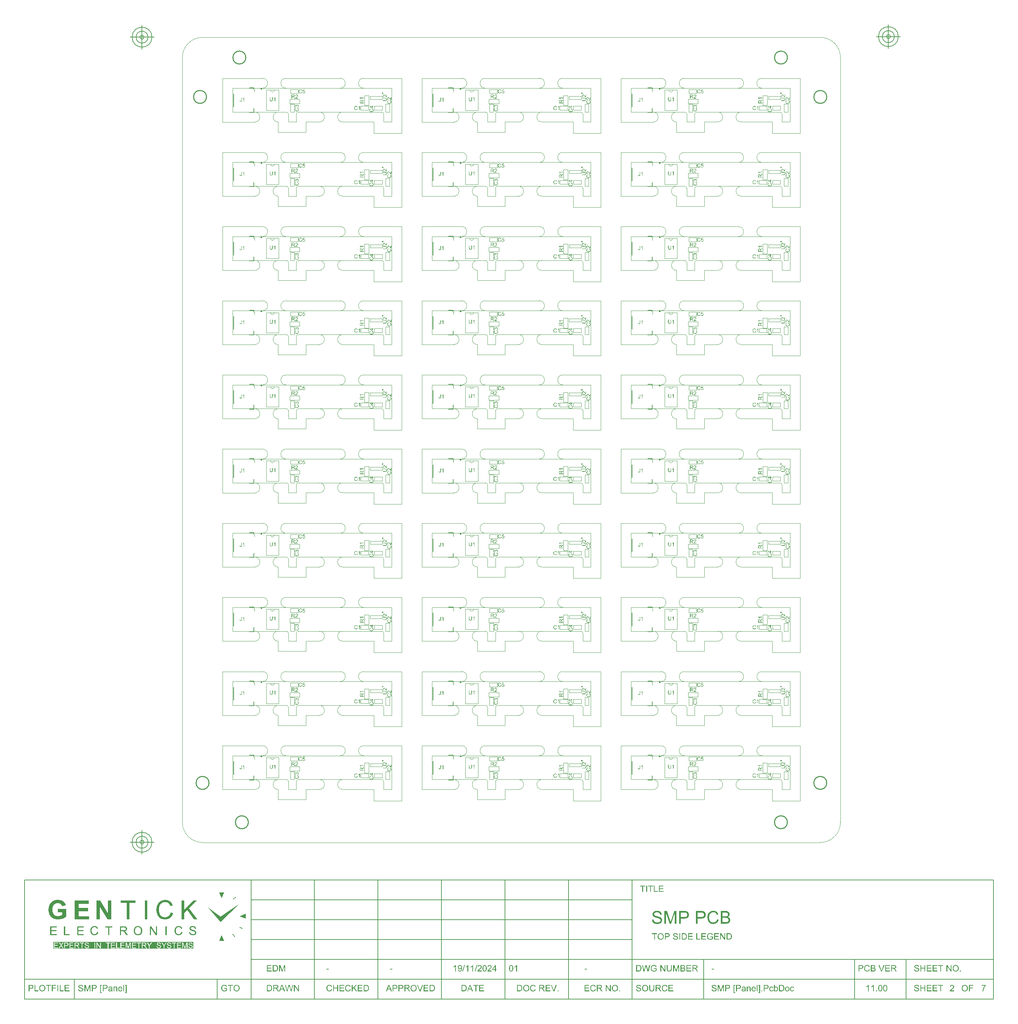
<source format=gto>
G04*
G04 #@! TF.GenerationSoftware,Altium Limited,Altium Designer,25.0.2 (28)*
G04*
G04 Layer_Color=65535*
%FSLAX24Y24*%
%MOIN*%
G70*
G04*
G04 #@! TF.SameCoordinates,BAA0B08D-9D87-43D8-96EE-EFDE37164EB2*
G04*
G04*
G04 #@! TF.FilePolarity,Positive*
G04*
G01*
G75*
%ADD10C,0.0079*%
%ADD15C,0.0050*%
%ADD19C,0.0020*%
%ADD31C,0.0098*%
%ADD41C,0.0100*%
%ADD42C,0.0049*%
G36*
X51218Y74598D02*
X51223Y74597D01*
X51229Y74597D01*
X51235Y74596D01*
X51242Y74595D01*
X51258Y74591D01*
X51274Y74586D01*
X51282Y74583D01*
X51290Y74578D01*
X51298Y74574D01*
X51305Y74569D01*
X51306Y74568D01*
X51307Y74567D01*
X51309Y74566D01*
X51312Y74563D01*
X51315Y74560D01*
X51319Y74556D01*
X51323Y74552D01*
X51327Y74547D01*
X51332Y74542D01*
X51336Y74536D01*
X51341Y74529D01*
X51345Y74521D01*
X51349Y74514D01*
X51353Y74505D01*
X51360Y74486D01*
X51310Y74474D01*
Y74475D01*
X51310Y74476D01*
X51309Y74478D01*
X51308Y74481D01*
X51306Y74485D01*
X51304Y74489D01*
X51300Y74498D01*
X51295Y74508D01*
X51288Y74518D01*
X51280Y74528D01*
X51271Y74536D01*
X51270Y74536D01*
X51266Y74539D01*
X51261Y74542D01*
X51253Y74546D01*
X51245Y74549D01*
X51234Y74552D01*
X51221Y74554D01*
X51207Y74555D01*
X51203D01*
X51200Y74554D01*
X51196D01*
X51192Y74554D01*
X51181Y74552D01*
X51170Y74550D01*
X51157Y74546D01*
X51145Y74540D01*
X51133Y74533D01*
X51133D01*
X51132Y74532D01*
X51129Y74529D01*
X51124Y74525D01*
X51117Y74518D01*
X51111Y74510D01*
X51104Y74501D01*
X51097Y74489D01*
X51092Y74476D01*
Y74476D01*
X51091Y74474D01*
X51091Y74473D01*
X51090Y74470D01*
X51089Y74467D01*
X51088Y74463D01*
X51086Y74453D01*
X51084Y74442D01*
X51082Y74430D01*
X51081Y74416D01*
X51080Y74402D01*
Y74402D01*
Y74400D01*
Y74398D01*
Y74394D01*
X51081Y74390D01*
Y74385D01*
X51081Y74380D01*
X51082Y74374D01*
X51084Y74360D01*
X51086Y74346D01*
X51090Y74331D01*
X51094Y74317D01*
Y74316D01*
X51095Y74315D01*
X51096Y74313D01*
X51097Y74311D01*
X51100Y74304D01*
X51105Y74296D01*
X51111Y74287D01*
X51119Y74278D01*
X51128Y74270D01*
X51138Y74262D01*
X51139D01*
X51139Y74261D01*
X51141Y74260D01*
X51143Y74259D01*
X51150Y74257D01*
X51158Y74253D01*
X51167Y74250D01*
X51179Y74247D01*
X51191Y74245D01*
X51204Y74244D01*
X51208D01*
X51211Y74245D01*
X51214D01*
X51219Y74246D01*
X51229Y74247D01*
X51240Y74250D01*
X51252Y74255D01*
X51264Y74261D01*
X51276Y74269D01*
X51276Y74270D01*
X51277Y74270D01*
X51280Y74274D01*
X51286Y74280D01*
X51292Y74287D01*
X51298Y74298D01*
X51305Y74310D01*
X51311Y74325D01*
X51316Y74342D01*
X51367Y74329D01*
Y74329D01*
X51366Y74326D01*
X51365Y74323D01*
X51364Y74319D01*
X51362Y74314D01*
X51359Y74308D01*
X51357Y74301D01*
X51353Y74294D01*
X51346Y74278D01*
X51335Y74263D01*
X51324Y74247D01*
X51317Y74240D01*
X51309Y74234D01*
X51308Y74233D01*
X51307Y74233D01*
X51305Y74231D01*
X51301Y74229D01*
X51297Y74226D01*
X51293Y74223D01*
X51287Y74220D01*
X51281Y74218D01*
X51274Y74215D01*
X51266Y74212D01*
X51258Y74209D01*
X51249Y74206D01*
X51229Y74202D01*
X51219Y74202D01*
X51208Y74201D01*
X51202D01*
X51197Y74202D01*
X51192D01*
X51186Y74202D01*
X51179Y74203D01*
X51172Y74204D01*
X51156Y74208D01*
X51139Y74212D01*
X51122Y74218D01*
X51114Y74222D01*
X51107Y74226D01*
X51106Y74227D01*
X51105Y74227D01*
X51103Y74229D01*
X51100Y74231D01*
X51093Y74237D01*
X51085Y74245D01*
X51075Y74255D01*
X51066Y74268D01*
X51056Y74282D01*
X51048Y74299D01*
Y74300D01*
X51047Y74302D01*
X51046Y74304D01*
X51045Y74308D01*
X51043Y74312D01*
X51041Y74318D01*
X51039Y74323D01*
X51038Y74330D01*
X51036Y74337D01*
X51034Y74346D01*
X51031Y74363D01*
X51028Y74382D01*
X51028Y74402D01*
Y74403D01*
Y74405D01*
Y74408D01*
X51028Y74412D01*
Y74418D01*
X51029Y74424D01*
X51029Y74430D01*
X51031Y74438D01*
X51033Y74454D01*
X51037Y74472D01*
X51043Y74490D01*
X51050Y74507D01*
Y74508D01*
X51052Y74509D01*
X51053Y74511D01*
X51055Y74515D01*
X51057Y74518D01*
X51060Y74522D01*
X51067Y74532D01*
X51076Y74543D01*
X51087Y74554D01*
X51101Y74566D01*
X51115Y74575D01*
X51116D01*
X51117Y74576D01*
X51119Y74577D01*
X51123Y74578D01*
X51126Y74580D01*
X51131Y74583D01*
X51137Y74584D01*
X51143Y74587D01*
X51149Y74589D01*
X51156Y74591D01*
X51172Y74595D01*
X51190Y74597D01*
X51208Y74598D01*
X51214D01*
X51218Y74598D01*
D02*
G37*
G36*
X31470D02*
X31475Y74597D01*
X31481Y74597D01*
X31487Y74596D01*
X31494Y74595D01*
X31509Y74591D01*
X31526Y74586D01*
X31534Y74583D01*
X31542Y74578D01*
X31550Y74574D01*
X31557Y74569D01*
X31558Y74568D01*
X31559Y74567D01*
X31561Y74566D01*
X31564Y74563D01*
X31567Y74560D01*
X31571Y74556D01*
X31575Y74552D01*
X31579Y74547D01*
X31584Y74542D01*
X31588Y74536D01*
X31593Y74529D01*
X31597Y74521D01*
X31601Y74514D01*
X31605Y74505D01*
X31612Y74486D01*
X31562Y74474D01*
Y74475D01*
X31562Y74476D01*
X31561Y74478D01*
X31560Y74481D01*
X31558Y74485D01*
X31556Y74489D01*
X31552Y74498D01*
X31547Y74508D01*
X31540Y74518D01*
X31532Y74528D01*
X31523Y74536D01*
X31522Y74536D01*
X31518Y74539D01*
X31513Y74542D01*
X31505Y74546D01*
X31497Y74549D01*
X31486Y74552D01*
X31473Y74554D01*
X31459Y74555D01*
X31455D01*
X31452Y74554D01*
X31448D01*
X31444Y74554D01*
X31433Y74552D01*
X31422Y74550D01*
X31409Y74546D01*
X31397Y74540D01*
X31385Y74533D01*
X31385D01*
X31384Y74532D01*
X31381Y74529D01*
X31376Y74525D01*
X31369Y74518D01*
X31363Y74510D01*
X31356Y74501D01*
X31349Y74489D01*
X31344Y74476D01*
Y74476D01*
X31343Y74474D01*
X31343Y74473D01*
X31342Y74470D01*
X31341Y74467D01*
X31340Y74463D01*
X31338Y74453D01*
X31336Y74442D01*
X31334Y74430D01*
X31333Y74416D01*
X31332Y74402D01*
Y74402D01*
Y74400D01*
Y74398D01*
Y74394D01*
X31333Y74390D01*
Y74385D01*
X31333Y74380D01*
X31334Y74374D01*
X31336Y74360D01*
X31338Y74346D01*
X31342Y74331D01*
X31346Y74317D01*
Y74316D01*
X31347Y74315D01*
X31348Y74313D01*
X31349Y74311D01*
X31352Y74304D01*
X31357Y74296D01*
X31363Y74287D01*
X31371Y74278D01*
X31380Y74270D01*
X31390Y74262D01*
X31391D01*
X31391Y74261D01*
X31393Y74260D01*
X31395Y74259D01*
X31402Y74257D01*
X31410Y74253D01*
X31419Y74250D01*
X31431Y74247D01*
X31443Y74245D01*
X31456Y74244D01*
X31460D01*
X31463Y74245D01*
X31466D01*
X31471Y74246D01*
X31481Y74247D01*
X31492Y74250D01*
X31504Y74255D01*
X31516Y74261D01*
X31528Y74269D01*
X31528Y74270D01*
X31529Y74270D01*
X31532Y74274D01*
X31538Y74280D01*
X31544Y74287D01*
X31550Y74298D01*
X31557Y74310D01*
X31563Y74325D01*
X31568Y74342D01*
X31619Y74329D01*
Y74329D01*
X31618Y74326D01*
X31617Y74323D01*
X31616Y74319D01*
X31614Y74314D01*
X31611Y74308D01*
X31609Y74301D01*
X31605Y74294D01*
X31598Y74278D01*
X31587Y74263D01*
X31576Y74247D01*
X31569Y74240D01*
X31561Y74234D01*
X31560Y74233D01*
X31559Y74233D01*
X31557Y74231D01*
X31553Y74229D01*
X31549Y74226D01*
X31545Y74223D01*
X31539Y74220D01*
X31533Y74218D01*
X31526Y74215D01*
X31518Y74212D01*
X31509Y74209D01*
X31501Y74206D01*
X31481Y74202D01*
X31471Y74202D01*
X31460Y74201D01*
X31454D01*
X31449Y74202D01*
X31444D01*
X31438Y74202D01*
X31431Y74203D01*
X31424Y74204D01*
X31408Y74208D01*
X31391Y74212D01*
X31374Y74218D01*
X31366Y74222D01*
X31359Y74226D01*
X31358Y74227D01*
X31357Y74227D01*
X31355Y74229D01*
X31352Y74231D01*
X31345Y74237D01*
X31337Y74245D01*
X31327Y74255D01*
X31318Y74268D01*
X31308Y74282D01*
X31299Y74299D01*
Y74300D01*
X31299Y74302D01*
X31298Y74304D01*
X31297Y74308D01*
X31295Y74312D01*
X31293Y74318D01*
X31291Y74323D01*
X31290Y74330D01*
X31288Y74337D01*
X31286Y74346D01*
X31282Y74363D01*
X31280Y74382D01*
X31280Y74402D01*
Y74403D01*
Y74405D01*
Y74408D01*
X31280Y74412D01*
Y74418D01*
X31281Y74424D01*
X31281Y74430D01*
X31282Y74438D01*
X31285Y74454D01*
X31289Y74472D01*
X31295Y74490D01*
X31302Y74507D01*
Y74508D01*
X31304Y74509D01*
X31305Y74511D01*
X31306Y74515D01*
X31309Y74518D01*
X31312Y74522D01*
X31319Y74532D01*
X31328Y74543D01*
X31339Y74554D01*
X31353Y74566D01*
X31367Y74575D01*
X31368D01*
X31369Y74576D01*
X31371Y74577D01*
X31375Y74578D01*
X31378Y74580D01*
X31383Y74583D01*
X31389Y74584D01*
X31395Y74587D01*
X31401Y74589D01*
X31408Y74591D01*
X31424Y74595D01*
X31442Y74597D01*
X31460Y74598D01*
X31466D01*
X31470Y74598D01*
D02*
G37*
G36*
X11722D02*
X11727Y74597D01*
X11733Y74597D01*
X11739Y74596D01*
X11746Y74595D01*
X11761Y74591D01*
X11778Y74586D01*
X11786Y74583D01*
X11794Y74578D01*
X11802Y74574D01*
X11809Y74569D01*
X11810Y74568D01*
X11811Y74567D01*
X11813Y74566D01*
X11816Y74563D01*
X11819Y74560D01*
X11823Y74556D01*
X11827Y74552D01*
X11831Y74547D01*
X11836Y74542D01*
X11840Y74536D01*
X11845Y74529D01*
X11849Y74521D01*
X11853Y74514D01*
X11857Y74505D01*
X11864Y74486D01*
X11814Y74474D01*
Y74475D01*
X11814Y74476D01*
X11813Y74478D01*
X11812Y74481D01*
X11810Y74485D01*
X11808Y74489D01*
X11804Y74498D01*
X11799Y74508D01*
X11792Y74518D01*
X11784Y74528D01*
X11775Y74536D01*
X11774Y74536D01*
X11770Y74539D01*
X11765Y74542D01*
X11757Y74546D01*
X11749Y74549D01*
X11737Y74552D01*
X11725Y74554D01*
X11711Y74555D01*
X11707D01*
X11704Y74554D01*
X11700D01*
X11696Y74554D01*
X11685Y74552D01*
X11674Y74550D01*
X11661Y74546D01*
X11649Y74540D01*
X11637Y74533D01*
X11637D01*
X11636Y74532D01*
X11633Y74529D01*
X11627Y74525D01*
X11621Y74518D01*
X11615Y74510D01*
X11608Y74501D01*
X11601Y74489D01*
X11596Y74476D01*
Y74476D01*
X11595Y74474D01*
X11595Y74473D01*
X11594Y74470D01*
X11593Y74467D01*
X11592Y74463D01*
X11590Y74453D01*
X11588Y74442D01*
X11586Y74430D01*
X11585Y74416D01*
X11584Y74402D01*
Y74402D01*
Y74400D01*
Y74398D01*
Y74394D01*
X11585Y74390D01*
Y74385D01*
X11585Y74380D01*
X11586Y74374D01*
X11588Y74360D01*
X11590Y74346D01*
X11594Y74331D01*
X11598Y74317D01*
Y74316D01*
X11599Y74315D01*
X11600Y74313D01*
X11601Y74311D01*
X11604Y74304D01*
X11609Y74296D01*
X11615Y74287D01*
X11623Y74278D01*
X11632Y74270D01*
X11642Y74262D01*
X11643D01*
X11643Y74261D01*
X11645Y74260D01*
X11647Y74259D01*
X11654Y74257D01*
X11662Y74253D01*
X11671Y74250D01*
X11682Y74247D01*
X11695Y74245D01*
X11708Y74244D01*
X11712D01*
X11715Y74245D01*
X11718D01*
X11723Y74246D01*
X11733Y74247D01*
X11744Y74250D01*
X11756Y74255D01*
X11768Y74261D01*
X11780Y74269D01*
X11780Y74270D01*
X11781Y74270D01*
X11784Y74274D01*
X11790Y74280D01*
X11796Y74287D01*
X11802Y74298D01*
X11809Y74310D01*
X11815Y74325D01*
X11820Y74342D01*
X11871Y74329D01*
Y74329D01*
X11870Y74326D01*
X11869Y74323D01*
X11868Y74319D01*
X11866Y74314D01*
X11863Y74308D01*
X11861Y74301D01*
X11857Y74294D01*
X11850Y74278D01*
X11839Y74263D01*
X11828Y74247D01*
X11821Y74240D01*
X11813Y74234D01*
X11812Y74233D01*
X11811Y74233D01*
X11809Y74231D01*
X11805Y74229D01*
X11801Y74226D01*
X11797Y74223D01*
X11791Y74220D01*
X11785Y74218D01*
X11778Y74215D01*
X11770Y74212D01*
X11761Y74209D01*
X11753Y74206D01*
X11733Y74202D01*
X11723Y74202D01*
X11712Y74201D01*
X11706D01*
X11701Y74202D01*
X11696D01*
X11690Y74202D01*
X11683Y74203D01*
X11676Y74204D01*
X11660Y74208D01*
X11643Y74212D01*
X11626Y74218D01*
X11618Y74222D01*
X11611Y74226D01*
X11610Y74227D01*
X11609Y74227D01*
X11607Y74229D01*
X11604Y74231D01*
X11597Y74237D01*
X11589Y74245D01*
X11579Y74255D01*
X11570Y74268D01*
X11560Y74282D01*
X11551Y74299D01*
Y74300D01*
X11551Y74302D01*
X11550Y74304D01*
X11549Y74308D01*
X11547Y74312D01*
X11545Y74318D01*
X11543Y74323D01*
X11541Y74330D01*
X11540Y74337D01*
X11538Y74346D01*
X11534Y74363D01*
X11532Y74382D01*
X11532Y74402D01*
Y74403D01*
Y74405D01*
Y74408D01*
X11532Y74412D01*
Y74418D01*
X11533Y74424D01*
X11533Y74430D01*
X11534Y74438D01*
X11537Y74454D01*
X11541Y74472D01*
X11547Y74490D01*
X11554Y74507D01*
Y74508D01*
X11556Y74509D01*
X11557Y74511D01*
X11558Y74515D01*
X11561Y74518D01*
X11564Y74522D01*
X11571Y74532D01*
X11580Y74543D01*
X11591Y74554D01*
X11605Y74566D01*
X11619Y74575D01*
X11620D01*
X11621Y74576D01*
X11623Y74577D01*
X11627Y74578D01*
X11630Y74580D01*
X11635Y74583D01*
X11641Y74584D01*
X11647Y74587D01*
X11653Y74589D01*
X11660Y74591D01*
X11676Y74595D01*
X11694Y74597D01*
X11712Y74598D01*
X11718D01*
X11722Y74598D01*
D02*
G37*
G36*
X46666Y74321D02*
X46635D01*
Y74518D01*
X46634Y74518D01*
X46633Y74516D01*
X46630Y74514D01*
X46627Y74512D01*
X46622Y74508D01*
X46617Y74505D01*
X46612Y74501D01*
X46605Y74497D01*
X46605D01*
X46604Y74496D01*
X46602Y74495D01*
X46599Y74493D01*
X46594Y74491D01*
X46589Y74488D01*
X46584Y74486D01*
X46578Y74483D01*
X46573Y74481D01*
Y74511D01*
X46573D01*
X46574Y74511D01*
X46576Y74512D01*
X46577Y74513D01*
X46579Y74514D01*
X46582Y74516D01*
X46588Y74519D01*
X46595Y74523D01*
X46603Y74528D01*
X46610Y74534D01*
X46618Y74540D01*
X46618Y74541D01*
X46619Y74541D01*
X46621Y74543D01*
X46624Y74547D01*
X46629Y74551D01*
X46633Y74556D01*
X46638Y74562D01*
X46642Y74568D01*
X46645Y74574D01*
X46666D01*
Y74321D01*
D02*
G37*
G36*
X26918D02*
X26887D01*
Y74518D01*
X26886Y74518D01*
X26885Y74516D01*
X26882Y74514D01*
X26879Y74512D01*
X26874Y74508D01*
X26869Y74505D01*
X26864Y74501D01*
X26857Y74497D01*
X26857D01*
X26856Y74496D01*
X26854Y74495D01*
X26851Y74493D01*
X26846Y74491D01*
X26841Y74488D01*
X26836Y74486D01*
X26830Y74483D01*
X26825Y74481D01*
Y74511D01*
X26825D01*
X26826Y74511D01*
X26827Y74512D01*
X26829Y74513D01*
X26831Y74514D01*
X26834Y74516D01*
X26840Y74519D01*
X26847Y74523D01*
X26855Y74528D01*
X26862Y74534D01*
X26870Y74540D01*
X26870Y74541D01*
X26871Y74541D01*
X26873Y74543D01*
X26876Y74547D01*
X26880Y74551D01*
X26885Y74556D01*
X26890Y74562D01*
X26894Y74568D01*
X26897Y74574D01*
X26918D01*
Y74321D01*
D02*
G37*
G36*
X7170D02*
X7139D01*
Y74518D01*
X7138Y74518D01*
X7137Y74516D01*
X7134Y74514D01*
X7131Y74512D01*
X7126Y74508D01*
X7121Y74505D01*
X7116Y74501D01*
X7109Y74497D01*
X7109D01*
X7108Y74496D01*
X7106Y74495D01*
X7103Y74493D01*
X7098Y74491D01*
X7093Y74488D01*
X7088Y74486D01*
X7082Y74483D01*
X7077Y74481D01*
Y74511D01*
X7077D01*
X7078Y74511D01*
X7079Y74512D01*
X7081Y74513D01*
X7083Y74514D01*
X7086Y74516D01*
X7092Y74519D01*
X7099Y74523D01*
X7107Y74528D01*
X7114Y74534D01*
X7122Y74540D01*
X7122Y74541D01*
X7122Y74541D01*
X7125Y74543D01*
X7128Y74547D01*
X7132Y74551D01*
X7137Y74556D01*
X7142Y74562D01*
X7146Y74568D01*
X7149Y74574D01*
X7170D01*
Y74321D01*
D02*
G37*
G36*
X51647Y74541D02*
X51493D01*
X51472Y74437D01*
X51473Y74438D01*
X51474Y74439D01*
X51476Y74440D01*
X51478Y74442D01*
X51482Y74443D01*
X51485Y74445D01*
X51494Y74450D01*
X51505Y74454D01*
X51517Y74458D01*
X51531Y74461D01*
X51545Y74462D01*
X51549D01*
X51553Y74461D01*
X51558Y74461D01*
X51562Y74460D01*
X51568Y74459D01*
X51574Y74458D01*
X51587Y74453D01*
X51594Y74451D01*
X51601Y74447D01*
X51609Y74443D01*
X51616Y74439D01*
X51623Y74433D01*
X51630Y74427D01*
X51630Y74426D01*
X51631Y74425D01*
X51633Y74423D01*
X51635Y74421D01*
X51638Y74417D01*
X51641Y74413D01*
X51644Y74408D01*
X51647Y74403D01*
X51651Y74397D01*
X51654Y74390D01*
X51656Y74382D01*
X51659Y74375D01*
X51661Y74366D01*
X51663Y74357D01*
X51664Y74347D01*
X51665Y74337D01*
Y74337D01*
Y74335D01*
Y74332D01*
X51664Y74329D01*
X51663Y74324D01*
X51663Y74319D01*
X51662Y74313D01*
X51661Y74306D01*
X51657Y74292D01*
X51652Y74278D01*
X51648Y74270D01*
X51644Y74262D01*
X51640Y74254D01*
X51634Y74247D01*
X51634Y74247D01*
X51632Y74246D01*
X51630Y74243D01*
X51627Y74240D01*
X51624Y74237D01*
X51619Y74233D01*
X51614Y74229D01*
X51607Y74225D01*
X51601Y74220D01*
X51593Y74216D01*
X51585Y74212D01*
X51576Y74208D01*
X51566Y74205D01*
X51556Y74203D01*
X51545Y74202D01*
X51533Y74201D01*
X51528D01*
X51524Y74202D01*
X51520Y74202D01*
X51515Y74203D01*
X51509Y74203D01*
X51503Y74205D01*
X51489Y74208D01*
X51475Y74213D01*
X51468Y74217D01*
X51461Y74221D01*
X51454Y74225D01*
X51448Y74230D01*
X51447Y74231D01*
X51446Y74232D01*
X51445Y74233D01*
X51442Y74236D01*
X51440Y74239D01*
X51437Y74242D01*
X51434Y74246D01*
X51431Y74251D01*
X51424Y74262D01*
X51418Y74275D01*
X51413Y74291D01*
X51411Y74299D01*
X51410Y74308D01*
X51460Y74312D01*
Y74311D01*
Y74310D01*
X51461Y74308D01*
X51461Y74306D01*
X51463Y74299D01*
X51465Y74291D01*
X51468Y74282D01*
X51473Y74274D01*
X51478Y74265D01*
X51485Y74257D01*
X51486Y74257D01*
X51489Y74254D01*
X51493Y74252D01*
X51499Y74249D01*
X51506Y74246D01*
X51514Y74243D01*
X51523Y74240D01*
X51533Y74240D01*
X51537D01*
X51539Y74240D01*
X51545Y74241D01*
X51554Y74243D01*
X51562Y74246D01*
X51572Y74250D01*
X51582Y74257D01*
X51586Y74260D01*
X51591Y74265D01*
Y74265D01*
X51592Y74266D01*
X51594Y74270D01*
X51599Y74275D01*
X51603Y74283D01*
X51607Y74293D01*
X51611Y74305D01*
X51613Y74318D01*
X51614Y74333D01*
Y74334D01*
Y74335D01*
Y74337D01*
X51614Y74340D01*
Y74343D01*
X51613Y74347D01*
X51611Y74357D01*
X51609Y74367D01*
X51605Y74377D01*
X51599Y74388D01*
X51592Y74397D01*
X51590Y74398D01*
X51587Y74401D01*
X51583Y74405D01*
X51576Y74409D01*
X51568Y74413D01*
X51557Y74417D01*
X51545Y74419D01*
X51532Y74421D01*
X51528D01*
X51524Y74420D01*
X51518Y74419D01*
X51512Y74418D01*
X51505Y74416D01*
X51498Y74413D01*
X51491Y74409D01*
X51490Y74409D01*
X51488Y74408D01*
X51484Y74405D01*
X51480Y74402D01*
X51476Y74398D01*
X51472Y74394D01*
X51467Y74388D01*
X51463Y74382D01*
X51418Y74389D01*
X51456Y74586D01*
X51647D01*
Y74541D01*
D02*
G37*
G36*
X31899D02*
X31745D01*
X31724Y74437D01*
X31725Y74438D01*
X31726Y74439D01*
X31728Y74440D01*
X31730Y74442D01*
X31734Y74443D01*
X31737Y74445D01*
X31746Y74450D01*
X31757Y74454D01*
X31769Y74458D01*
X31783Y74461D01*
X31797Y74462D01*
X31801D01*
X31805Y74461D01*
X31810Y74461D01*
X31814Y74460D01*
X31820Y74459D01*
X31826Y74458D01*
X31839Y74453D01*
X31846Y74451D01*
X31853Y74447D01*
X31861Y74443D01*
X31868Y74439D01*
X31875Y74433D01*
X31882Y74427D01*
X31882Y74426D01*
X31883Y74425D01*
X31885Y74423D01*
X31887Y74421D01*
X31890Y74417D01*
X31893Y74413D01*
X31896Y74408D01*
X31899Y74403D01*
X31903Y74397D01*
X31906Y74390D01*
X31908Y74382D01*
X31911Y74375D01*
X31913Y74366D01*
X31915Y74357D01*
X31916Y74347D01*
X31917Y74337D01*
Y74337D01*
Y74335D01*
Y74332D01*
X31916Y74329D01*
X31915Y74324D01*
X31915Y74319D01*
X31914Y74313D01*
X31913Y74306D01*
X31909Y74292D01*
X31904Y74278D01*
X31900Y74270D01*
X31896Y74262D01*
X31891Y74254D01*
X31886Y74247D01*
X31886Y74247D01*
X31884Y74246D01*
X31882Y74243D01*
X31879Y74240D01*
X31876Y74237D01*
X31871Y74233D01*
X31866Y74229D01*
X31859Y74225D01*
X31853Y74220D01*
X31845Y74216D01*
X31837Y74212D01*
X31828Y74208D01*
X31818Y74205D01*
X31808Y74203D01*
X31797Y74202D01*
X31785Y74201D01*
X31780D01*
X31776Y74202D01*
X31772Y74202D01*
X31767Y74203D01*
X31761Y74203D01*
X31755Y74205D01*
X31741Y74208D01*
X31727Y74213D01*
X31720Y74217D01*
X31713Y74221D01*
X31706Y74225D01*
X31700Y74230D01*
X31699Y74231D01*
X31698Y74232D01*
X31697Y74233D01*
X31694Y74236D01*
X31692Y74239D01*
X31689Y74242D01*
X31686Y74246D01*
X31683Y74251D01*
X31676Y74262D01*
X31670Y74275D01*
X31665Y74291D01*
X31663Y74299D01*
X31662Y74308D01*
X31712Y74312D01*
Y74311D01*
Y74310D01*
X31712Y74308D01*
X31713Y74306D01*
X31715Y74299D01*
X31717Y74291D01*
X31720Y74282D01*
X31725Y74274D01*
X31730Y74265D01*
X31737Y74257D01*
X31738Y74257D01*
X31741Y74254D01*
X31745Y74252D01*
X31751Y74249D01*
X31758Y74246D01*
X31766Y74243D01*
X31775Y74240D01*
X31785Y74240D01*
X31789D01*
X31791Y74240D01*
X31797Y74241D01*
X31805Y74243D01*
X31814Y74246D01*
X31824Y74250D01*
X31834Y74257D01*
X31838Y74260D01*
X31843Y74265D01*
Y74265D01*
X31844Y74266D01*
X31846Y74270D01*
X31851Y74275D01*
X31855Y74283D01*
X31859Y74293D01*
X31863Y74305D01*
X31865Y74318D01*
X31866Y74333D01*
Y74334D01*
Y74335D01*
Y74337D01*
X31866Y74340D01*
Y74343D01*
X31865Y74347D01*
X31863Y74357D01*
X31861Y74367D01*
X31857Y74377D01*
X31851Y74388D01*
X31844Y74397D01*
X31842Y74398D01*
X31839Y74401D01*
X31835Y74405D01*
X31828Y74409D01*
X31820Y74413D01*
X31809Y74417D01*
X31797Y74419D01*
X31784Y74421D01*
X31780D01*
X31776Y74420D01*
X31770Y74419D01*
X31764Y74418D01*
X31757Y74416D01*
X31750Y74413D01*
X31743Y74409D01*
X31742Y74409D01*
X31740Y74408D01*
X31736Y74405D01*
X31732Y74402D01*
X31728Y74398D01*
X31724Y74394D01*
X31719Y74388D01*
X31715Y74382D01*
X31670Y74389D01*
X31708Y74586D01*
X31899D01*
Y74541D01*
D02*
G37*
G36*
X12150D02*
X11997D01*
X11976Y74437D01*
X11977Y74438D01*
X11978Y74439D01*
X11980Y74440D01*
X11982Y74442D01*
X11986Y74443D01*
X11989Y74445D01*
X11998Y74450D01*
X12009Y74454D01*
X12021Y74458D01*
X12035Y74461D01*
X12049Y74462D01*
X12053D01*
X12057Y74461D01*
X12062Y74461D01*
X12066Y74460D01*
X12072Y74459D01*
X12078Y74458D01*
X12091Y74453D01*
X12098Y74451D01*
X12105Y74447D01*
X12113Y74443D01*
X12120Y74439D01*
X12127Y74433D01*
X12134Y74427D01*
X12134Y74426D01*
X12135Y74425D01*
X12137Y74423D01*
X12139Y74421D01*
X12142Y74417D01*
X12145Y74413D01*
X12148Y74408D01*
X12151Y74403D01*
X12155Y74397D01*
X12157Y74390D01*
X12160Y74382D01*
X12163Y74375D01*
X12165Y74366D01*
X12167Y74357D01*
X12168Y74347D01*
X12169Y74337D01*
Y74337D01*
Y74335D01*
Y74332D01*
X12168Y74329D01*
X12167Y74324D01*
X12167Y74319D01*
X12166Y74313D01*
X12165Y74306D01*
X12161Y74292D01*
X12156Y74278D01*
X12152Y74270D01*
X12148Y74262D01*
X12143Y74254D01*
X12138Y74247D01*
X12138Y74247D01*
X12136Y74246D01*
X12134Y74243D01*
X12131Y74240D01*
X12128Y74237D01*
X12123Y74233D01*
X12118Y74229D01*
X12111Y74225D01*
X12105Y74220D01*
X12097Y74216D01*
X12088Y74212D01*
X12080Y74208D01*
X12070Y74205D01*
X12060Y74203D01*
X12049Y74202D01*
X12037Y74201D01*
X12032D01*
X12028Y74202D01*
X12024Y74202D01*
X12019Y74203D01*
X12013Y74203D01*
X12007Y74205D01*
X11993Y74208D01*
X11979Y74213D01*
X11972Y74217D01*
X11965Y74221D01*
X11958Y74225D01*
X11952Y74230D01*
X11951Y74231D01*
X11950Y74232D01*
X11949Y74233D01*
X11946Y74236D01*
X11944Y74239D01*
X11941Y74242D01*
X11938Y74246D01*
X11935Y74251D01*
X11928Y74262D01*
X11922Y74275D01*
X11917Y74291D01*
X11915Y74299D01*
X11914Y74308D01*
X11964Y74312D01*
Y74311D01*
Y74310D01*
X11964Y74308D01*
X11965Y74306D01*
X11967Y74299D01*
X11969Y74291D01*
X11972Y74282D01*
X11977Y74274D01*
X11982Y74265D01*
X11989Y74257D01*
X11990Y74257D01*
X11993Y74254D01*
X11997Y74252D01*
X12002Y74249D01*
X12009Y74246D01*
X12018Y74243D01*
X12027Y74240D01*
X12037Y74240D01*
X12040D01*
X12043Y74240D01*
X12049Y74241D01*
X12057Y74243D01*
X12066Y74246D01*
X12076Y74250D01*
X12086Y74257D01*
X12090Y74260D01*
X12095Y74265D01*
Y74265D01*
X12096Y74266D01*
X12098Y74270D01*
X12103Y74275D01*
X12107Y74283D01*
X12111Y74293D01*
X12115Y74305D01*
X12117Y74318D01*
X12118Y74333D01*
Y74334D01*
Y74335D01*
Y74337D01*
X12118Y74340D01*
Y74343D01*
X12117Y74347D01*
X12115Y74357D01*
X12113Y74367D01*
X12109Y74377D01*
X12103Y74388D01*
X12095Y74397D01*
X12094Y74398D01*
X12091Y74401D01*
X12087Y74405D01*
X12080Y74409D01*
X12071Y74413D01*
X12061Y74417D01*
X12049Y74419D01*
X12036Y74421D01*
X12032D01*
X12028Y74420D01*
X12022Y74419D01*
X12016Y74418D01*
X12009Y74416D01*
X12002Y74413D01*
X11995Y74409D01*
X11994Y74409D01*
X11992Y74408D01*
X11988Y74405D01*
X11984Y74402D01*
X11980Y74398D01*
X11976Y74394D01*
X11971Y74388D01*
X11967Y74382D01*
X11922Y74389D01*
X11960Y74586D01*
X12150D01*
Y74541D01*
D02*
G37*
G36*
X59764Y73823D02*
X59764D01*
X59761D01*
X59758D01*
X59754Y73823D01*
X59749Y73824D01*
X59744Y73825D01*
X59738Y73826D01*
X59732Y73828D01*
X59732D01*
X59731Y73829D01*
X59727Y73830D01*
X59723Y73832D01*
X59716Y73836D01*
X59708Y73840D01*
X59699Y73846D01*
X59691Y73852D01*
X59681Y73859D01*
X59681D01*
X59680Y73860D01*
X59677Y73863D01*
X59671Y73868D01*
X59664Y73875D01*
X59656Y73884D01*
X59646Y73894D01*
X59635Y73907D01*
X59623Y73921D01*
X59622Y73922D01*
X59620Y73924D01*
X59618Y73927D01*
X59614Y73931D01*
X59610Y73936D01*
X59605Y73942D01*
X59594Y73955D01*
X59580Y73969D01*
X59567Y73983D01*
X59560Y73990D01*
X59554Y73996D01*
X59547Y74001D01*
X59541Y74006D01*
X59541D01*
X59540Y74007D01*
X59539Y74008D01*
X59536Y74009D01*
X59530Y74013D01*
X59523Y74017D01*
X59514Y74021D01*
X59505Y74025D01*
X59494Y74027D01*
X59484Y74028D01*
X59484D01*
X59483D01*
X59479Y74028D01*
X59474Y74027D01*
X59468Y74026D01*
X59460Y74023D01*
X59453Y74019D01*
X59444Y74015D01*
X59437Y74008D01*
X59436Y74007D01*
X59434Y74004D01*
X59431Y74000D01*
X59427Y73994D01*
X59423Y73986D01*
X59420Y73977D01*
X59418Y73967D01*
X59417Y73955D01*
Y73952D01*
X59418Y73949D01*
X59419Y73943D01*
X59420Y73936D01*
X59423Y73927D01*
X59426Y73918D01*
X59431Y73909D01*
X59438Y73901D01*
X59440Y73900D01*
X59442Y73898D01*
X59447Y73894D01*
X59453Y73891D01*
X59461Y73887D01*
X59471Y73884D01*
X59482Y73881D01*
X59495Y73880D01*
X59489Y73832D01*
X59489D01*
X59487D01*
X59484Y73832D01*
X59481Y73833D01*
X59476Y73834D01*
X59471Y73835D01*
X59459Y73838D01*
X59446Y73843D01*
X59432Y73849D01*
X59419Y73858D01*
X59413Y73863D01*
X59407Y73869D01*
X59406Y73869D01*
X59406Y73870D01*
X59404Y73872D01*
X59402Y73874D01*
X59400Y73878D01*
X59398Y73882D01*
X59395Y73887D01*
X59392Y73892D01*
X59390Y73898D01*
X59387Y73904D01*
X59385Y73912D01*
X59383Y73919D01*
X59379Y73937D01*
X59379Y73946D01*
X59378Y73956D01*
Y73962D01*
X59379Y73966D01*
X59379Y73970D01*
X59380Y73976D01*
X59381Y73981D01*
X59382Y73988D01*
X59386Y74002D01*
X59391Y74017D01*
X59395Y74024D01*
X59399Y74031D01*
X59404Y74038D01*
X59409Y74044D01*
X59410Y74045D01*
X59410Y74045D01*
X59412Y74047D01*
X59415Y74049D01*
X59418Y74052D01*
X59422Y74055D01*
X59430Y74060D01*
X59441Y74066D01*
X59454Y74072D01*
X59469Y74076D01*
X59477Y74076D01*
X59485Y74077D01*
X59486D01*
X59489D01*
X59494Y74076D01*
X59500Y74076D01*
X59507Y74074D01*
X59515Y74073D01*
X59523Y74070D01*
X59531Y74067D01*
X59532Y74066D01*
X59535Y74065D01*
X59539Y74063D01*
X59545Y74059D01*
X59552Y74055D01*
X59560Y74050D01*
X59568Y74043D01*
X59578Y74035D01*
X59579Y74034D01*
X59582Y74031D01*
X59588Y74026D01*
X59591Y74022D01*
X59595Y74018D01*
X59600Y74014D01*
X59605Y74008D01*
X59610Y74002D01*
X59617Y73995D01*
X59623Y73988D01*
X59630Y73980D01*
X59637Y73972D01*
X59646Y73963D01*
X59646Y73962D01*
X59647Y73961D01*
X59649Y73959D01*
X59651Y73956D01*
X59657Y73949D01*
X59665Y73940D01*
X59673Y73931D01*
X59681Y73922D01*
X59688Y73914D01*
X59691Y73911D01*
X59694Y73908D01*
X59695Y73908D01*
X59696Y73907D01*
X59699Y73904D01*
X59702Y73901D01*
X59710Y73895D01*
X59719Y73888D01*
Y74077D01*
X59764D01*
Y73823D01*
D02*
G37*
G36*
X40016D02*
X40016D01*
X40013D01*
X40010D01*
X40006Y73823D01*
X40001Y73824D01*
X39996Y73825D01*
X39990Y73826D01*
X39984Y73828D01*
X39984D01*
X39983Y73829D01*
X39979Y73830D01*
X39975Y73832D01*
X39968Y73836D01*
X39960Y73840D01*
X39951Y73846D01*
X39943Y73852D01*
X39933Y73859D01*
X39933D01*
X39932Y73860D01*
X39929Y73863D01*
X39923Y73868D01*
X39916Y73875D01*
X39908Y73884D01*
X39898Y73894D01*
X39887Y73907D01*
X39875Y73921D01*
X39874Y73922D01*
X39872Y73924D01*
X39870Y73927D01*
X39866Y73931D01*
X39862Y73936D01*
X39857Y73942D01*
X39845Y73955D01*
X39832Y73969D01*
X39819Y73983D01*
X39812Y73990D01*
X39806Y73996D01*
X39799Y74001D01*
X39793Y74006D01*
X39793D01*
X39792Y74007D01*
X39790Y74008D01*
X39788Y74009D01*
X39782Y74013D01*
X39775Y74017D01*
X39766Y74021D01*
X39757Y74025D01*
X39746Y74027D01*
X39736Y74028D01*
X39736D01*
X39735D01*
X39731Y74028D01*
X39726Y74027D01*
X39720Y74026D01*
X39712Y74023D01*
X39704Y74019D01*
X39696Y74015D01*
X39689Y74008D01*
X39688Y74007D01*
X39686Y74004D01*
X39683Y74000D01*
X39679Y73994D01*
X39675Y73986D01*
X39672Y73977D01*
X39670Y73967D01*
X39669Y73955D01*
Y73952D01*
X39670Y73949D01*
X39671Y73943D01*
X39672Y73936D01*
X39675Y73927D01*
X39678Y73918D01*
X39683Y73909D01*
X39690Y73901D01*
X39692Y73900D01*
X39694Y73898D01*
X39699Y73894D01*
X39705Y73891D01*
X39713Y73887D01*
X39723Y73884D01*
X39734Y73881D01*
X39747Y73880D01*
X39741Y73832D01*
X39741D01*
X39739D01*
X39736Y73832D01*
X39733Y73833D01*
X39728Y73834D01*
X39723Y73835D01*
X39711Y73838D01*
X39697Y73843D01*
X39684Y73849D01*
X39671Y73858D01*
X39665Y73863D01*
X39659Y73869D01*
X39658Y73869D01*
X39658Y73870D01*
X39656Y73872D01*
X39654Y73874D01*
X39652Y73878D01*
X39650Y73882D01*
X39647Y73887D01*
X39644Y73892D01*
X39642Y73898D01*
X39639Y73904D01*
X39637Y73912D01*
X39635Y73919D01*
X39631Y73937D01*
X39631Y73946D01*
X39630Y73956D01*
Y73962D01*
X39631Y73966D01*
X39631Y73970D01*
X39632Y73976D01*
X39633Y73981D01*
X39634Y73988D01*
X39638Y74002D01*
X39643Y74017D01*
X39647Y74024D01*
X39651Y74031D01*
X39656Y74038D01*
X39661Y74044D01*
X39662Y74045D01*
X39662Y74045D01*
X39664Y74047D01*
X39666Y74049D01*
X39670Y74052D01*
X39673Y74055D01*
X39682Y74060D01*
X39693Y74066D01*
X39706Y74072D01*
X39721Y74076D01*
X39729Y74076D01*
X39737Y74077D01*
X39738D01*
X39741D01*
X39746Y74076D01*
X39752Y74076D01*
X39759Y74074D01*
X39767Y74073D01*
X39775Y74070D01*
X39783Y74067D01*
X39784Y74066D01*
X39787Y74065D01*
X39791Y74063D01*
X39797Y74059D01*
X39804Y74055D01*
X39812Y74050D01*
X39820Y74043D01*
X39830Y74035D01*
X39831Y74034D01*
X39834Y74031D01*
X39840Y74026D01*
X39843Y74022D01*
X39847Y74018D01*
X39852Y74014D01*
X39857Y74008D01*
X39862Y74002D01*
X39869Y73995D01*
X39875Y73988D01*
X39882Y73980D01*
X39889Y73972D01*
X39898Y73963D01*
X39898Y73962D01*
X39899Y73961D01*
X39901Y73959D01*
X39903Y73956D01*
X39909Y73949D01*
X39917Y73940D01*
X39925Y73931D01*
X39933Y73922D01*
X39940Y73914D01*
X39943Y73911D01*
X39946Y73908D01*
X39947Y73908D01*
X39948Y73907D01*
X39951Y73904D01*
X39954Y73901D01*
X39962Y73895D01*
X39971Y73888D01*
Y74077D01*
X40016D01*
Y73823D01*
D02*
G37*
G36*
X20268D02*
X20268D01*
X20265D01*
X20262D01*
X20258Y73823D01*
X20253Y73824D01*
X20248Y73825D01*
X20242Y73826D01*
X20236Y73828D01*
X20236D01*
X20235Y73829D01*
X20231Y73830D01*
X20227Y73832D01*
X20220Y73836D01*
X20212Y73840D01*
X20203Y73846D01*
X20195Y73852D01*
X20185Y73859D01*
X20185D01*
X20184Y73860D01*
X20181Y73863D01*
X20175Y73868D01*
X20168Y73875D01*
X20160Y73884D01*
X20150Y73894D01*
X20139Y73907D01*
X20127Y73921D01*
X20126Y73922D01*
X20124Y73924D01*
X20122Y73927D01*
X20118Y73931D01*
X20114Y73936D01*
X20109Y73942D01*
X20097Y73955D01*
X20084Y73969D01*
X20071Y73983D01*
X20064Y73990D01*
X20058Y73996D01*
X20051Y74001D01*
X20045Y74006D01*
X20045D01*
X20044Y74007D01*
X20042Y74008D01*
X20040Y74009D01*
X20034Y74013D01*
X20027Y74017D01*
X20018Y74021D01*
X20009Y74025D01*
X19998Y74027D01*
X19988Y74028D01*
X19987D01*
X19987D01*
X19983Y74028D01*
X19978Y74027D01*
X19972Y74026D01*
X19964Y74023D01*
X19956Y74019D01*
X19948Y74015D01*
X19941Y74008D01*
X19940Y74007D01*
X19938Y74004D01*
X19935Y74000D01*
X19931Y73994D01*
X19927Y73986D01*
X19924Y73977D01*
X19922Y73967D01*
X19921Y73955D01*
Y73952D01*
X19922Y73949D01*
X19923Y73943D01*
X19924Y73936D01*
X19927Y73927D01*
X19930Y73918D01*
X19935Y73909D01*
X19942Y73901D01*
X19944Y73900D01*
X19946Y73898D01*
X19951Y73894D01*
X19957Y73891D01*
X19965Y73887D01*
X19975Y73884D01*
X19986Y73881D01*
X19999Y73880D01*
X19993Y73832D01*
X19993D01*
X19991D01*
X19988Y73832D01*
X19985Y73833D01*
X19980Y73834D01*
X19975Y73835D01*
X19963Y73838D01*
X19949Y73843D01*
X19936Y73849D01*
X19923Y73858D01*
X19917Y73863D01*
X19911Y73869D01*
X19910Y73869D01*
X19910Y73870D01*
X19908Y73872D01*
X19906Y73874D01*
X19904Y73878D01*
X19901Y73882D01*
X19899Y73887D01*
X19896Y73892D01*
X19894Y73898D01*
X19891Y73904D01*
X19889Y73912D01*
X19887Y73919D01*
X19883Y73937D01*
X19883Y73946D01*
X19882Y73956D01*
Y73962D01*
X19883Y73966D01*
X19883Y73970D01*
X19884Y73976D01*
X19885Y73981D01*
X19886Y73988D01*
X19890Y74002D01*
X19895Y74017D01*
X19899Y74024D01*
X19903Y74031D01*
X19908Y74038D01*
X19913Y74044D01*
X19914Y74045D01*
X19914Y74045D01*
X19916Y74047D01*
X19918Y74049D01*
X19922Y74052D01*
X19925Y74055D01*
X19934Y74060D01*
X19945Y74066D01*
X19958Y74072D01*
X19973Y74076D01*
X19981Y74076D01*
X19989Y74077D01*
X19990D01*
X19993D01*
X19998Y74076D01*
X20004Y74076D01*
X20011Y74074D01*
X20018Y74073D01*
X20027Y74070D01*
X20035Y74067D01*
X20036Y74066D01*
X20039Y74065D01*
X20043Y74063D01*
X20049Y74059D01*
X20056Y74055D01*
X20064Y74050D01*
X20072Y74043D01*
X20082Y74035D01*
X20083Y74034D01*
X20086Y74031D01*
X20092Y74026D01*
X20095Y74022D01*
X20099Y74018D01*
X20104Y74014D01*
X20109Y74008D01*
X20114Y74002D01*
X20121Y73995D01*
X20127Y73988D01*
X20134Y73980D01*
X20141Y73972D01*
X20150Y73963D01*
X20150Y73962D01*
X20151Y73961D01*
X20153Y73959D01*
X20155Y73956D01*
X20161Y73949D01*
X20169Y73940D01*
X20177Y73931D01*
X20185Y73922D01*
X20192Y73914D01*
X20195Y73911D01*
X20198Y73908D01*
X20199Y73908D01*
X20200Y73907D01*
X20203Y73904D01*
X20206Y73901D01*
X20214Y73895D01*
X20223Y73888D01*
Y74077D01*
X20268D01*
Y73823D01*
D02*
G37*
G36*
X50834Y74080D02*
X50838Y74080D01*
X50844Y74079D01*
X50850Y74079D01*
X50856Y74077D01*
X50870Y74073D01*
X50885Y74068D01*
X50892Y74065D01*
X50899Y74061D01*
X50906Y74055D01*
X50912Y74050D01*
X50913Y74049D01*
X50913Y74049D01*
X50915Y74047D01*
X50917Y74045D01*
X50920Y74041D01*
X50923Y74038D01*
X50929Y74029D01*
X50934Y74018D01*
X50940Y74005D01*
X50944Y73990D01*
X50944Y73982D01*
X50945Y73974D01*
Y73973D01*
Y73970D01*
X50944Y73965D01*
X50944Y73959D01*
X50943Y73952D01*
X50941Y73945D01*
X50938Y73937D01*
X50935Y73928D01*
X50934Y73927D01*
X50933Y73924D01*
X50931Y73920D01*
X50927Y73914D01*
X50923Y73907D01*
X50918Y73899D01*
X50911Y73891D01*
X50903Y73882D01*
X50902Y73880D01*
X50899Y73877D01*
X50894Y73872D01*
X50890Y73868D01*
X50886Y73864D01*
X50882Y73859D01*
X50876Y73854D01*
X50870Y73849D01*
X50864Y73842D01*
X50857Y73836D01*
X50848Y73829D01*
X50840Y73822D01*
X50831Y73814D01*
X50830Y73813D01*
X50829Y73812D01*
X50827Y73810D01*
X50824Y73808D01*
X50817Y73802D01*
X50808Y73794D01*
X50799Y73786D01*
X50790Y73778D01*
X50782Y73771D01*
X50779Y73768D01*
X50776Y73765D01*
X50776Y73765D01*
X50775Y73763D01*
X50772Y73760D01*
X50769Y73757D01*
X50763Y73749D01*
X50757Y73740D01*
X50945D01*
Y73695D01*
X50691D01*
Y73696D01*
Y73698D01*
Y73701D01*
X50692Y73705D01*
X50692Y73710D01*
X50693Y73715D01*
X50694Y73721D01*
X50696Y73727D01*
Y73728D01*
X50697Y73728D01*
X50698Y73732D01*
X50700Y73736D01*
X50704Y73743D01*
X50708Y73751D01*
X50714Y73760D01*
X50720Y73769D01*
X50727Y73778D01*
Y73779D01*
X50728Y73779D01*
X50731Y73783D01*
X50736Y73788D01*
X50743Y73795D01*
X50752Y73803D01*
X50762Y73813D01*
X50775Y73824D01*
X50789Y73837D01*
X50790Y73837D01*
X50792Y73839D01*
X50795Y73841D01*
X50799Y73845D01*
X50804Y73849D01*
X50810Y73855D01*
X50823Y73866D01*
X50837Y73879D01*
X50851Y73893D01*
X50858Y73899D01*
X50864Y73906D01*
X50869Y73912D01*
X50874Y73918D01*
Y73918D01*
X50875Y73919D01*
X50876Y73921D01*
X50878Y73923D01*
X50881Y73929D01*
X50885Y73937D01*
X50889Y73945D01*
X50893Y73955D01*
X50895Y73965D01*
X50896Y73975D01*
Y73976D01*
Y73976D01*
X50896Y73980D01*
X50895Y73985D01*
X50894Y73992D01*
X50891Y73999D01*
X50888Y74007D01*
X50883Y74015D01*
X50876Y74023D01*
X50875Y74023D01*
X50872Y74025D01*
X50868Y74028D01*
X50862Y74032D01*
X50854Y74036D01*
X50845Y74039D01*
X50835Y74041D01*
X50823Y74042D01*
X50820D01*
X50817Y74041D01*
X50812Y74041D01*
X50804Y74040D01*
X50795Y74037D01*
X50786Y74033D01*
X50777Y74028D01*
X50769Y74021D01*
X50768Y74020D01*
X50766Y74017D01*
X50762Y74013D01*
X50759Y74006D01*
X50755Y73998D01*
X50752Y73989D01*
X50749Y73977D01*
X50748Y73965D01*
X50700Y73970D01*
Y73970D01*
Y73972D01*
X50700Y73975D01*
X50701Y73979D01*
X50702Y73983D01*
X50703Y73989D01*
X50706Y74000D01*
X50711Y74014D01*
X50717Y74027D01*
X50726Y74041D01*
X50731Y74047D01*
X50737Y74052D01*
X50737Y74053D01*
X50738Y74054D01*
X50740Y74055D01*
X50742Y74057D01*
X50746Y74059D01*
X50750Y74062D01*
X50755Y74064D01*
X50760Y74067D01*
X50766Y74069D01*
X50772Y74072D01*
X50780Y74075D01*
X50788Y74076D01*
X50805Y74080D01*
X50814Y74080D01*
X50824Y74081D01*
X50830D01*
X50834Y74080D01*
D02*
G37*
G36*
X50513Y74079D02*
X50518D01*
X50530Y74078D01*
X50542Y74077D01*
X50555Y74075D01*
X50567Y74072D01*
X50573Y74071D01*
X50578Y74069D01*
X50579D01*
X50579Y74068D01*
X50583Y74067D01*
X50587Y74064D01*
X50593Y74060D01*
X50600Y74055D01*
X50607Y74049D01*
X50614Y74041D01*
X50621Y74032D01*
X50621Y74031D01*
X50623Y74027D01*
X50626Y74022D01*
X50629Y74015D01*
X50632Y74006D01*
X50635Y73996D01*
X50637Y73986D01*
X50637Y73974D01*
Y73973D01*
Y73972D01*
Y73970D01*
X50637Y73967D01*
Y73963D01*
X50636Y73959D01*
X50634Y73950D01*
X50631Y73939D01*
X50626Y73928D01*
X50619Y73916D01*
X50615Y73910D01*
X50610Y73905D01*
X50609Y73904D01*
X50607Y73903D01*
X50606Y73900D01*
X50603Y73899D01*
X50599Y73896D01*
X50595Y73893D01*
X50590Y73890D01*
X50585Y73887D01*
X50579Y73884D01*
X50572Y73882D01*
X50565Y73879D01*
X50557Y73876D01*
X50548Y73873D01*
X50539Y73872D01*
X50529Y73870D01*
X50530Y73869D01*
X50532Y73868D01*
X50536Y73866D01*
X50540Y73864D01*
X50550Y73858D01*
X50555Y73854D01*
X50559Y73851D01*
X50561Y73849D01*
X50563Y73847D01*
X50568Y73842D01*
X50573Y73837D01*
X50579Y73829D01*
X50586Y73820D01*
X50594Y73810D01*
X50601Y73799D01*
X50668Y73695D01*
X50604D01*
X50554Y73774D01*
Y73775D01*
X50552Y73776D01*
X50551Y73778D01*
X50550Y73780D01*
X50546Y73786D01*
X50541Y73794D01*
X50535Y73803D01*
X50528Y73811D01*
X50523Y73820D01*
X50517Y73827D01*
X50516Y73828D01*
X50514Y73830D01*
X50511Y73834D01*
X50508Y73838D01*
X50500Y73846D01*
X50496Y73850D01*
X50491Y73853D01*
X50490Y73853D01*
X50489Y73854D01*
X50487Y73855D01*
X50484Y73857D01*
X50477Y73860D01*
X50468Y73863D01*
X50468D01*
X50466Y73864D01*
X50464D01*
X50461Y73865D01*
X50457Y73865D01*
X50452D01*
X50446Y73866D01*
X50381D01*
Y73695D01*
X50330D01*
Y74079D01*
X50508D01*
X50513Y74079D01*
D02*
G37*
G36*
X31086Y74080D02*
X31090Y74080D01*
X31096Y74079D01*
X31101Y74079D01*
X31108Y74077D01*
X31122Y74073D01*
X31137Y74068D01*
X31144Y74065D01*
X31151Y74061D01*
X31158Y74055D01*
X31164Y74050D01*
X31165Y74049D01*
X31165Y74049D01*
X31167Y74047D01*
X31169Y74045D01*
X31172Y74041D01*
X31175Y74038D01*
X31180Y74029D01*
X31186Y74018D01*
X31192Y74005D01*
X31196Y73990D01*
X31196Y73982D01*
X31197Y73974D01*
Y73973D01*
Y73970D01*
X31196Y73965D01*
X31196Y73959D01*
X31195Y73952D01*
X31193Y73945D01*
X31190Y73937D01*
X31187Y73928D01*
X31186Y73927D01*
X31185Y73924D01*
X31183Y73920D01*
X31179Y73914D01*
X31175Y73907D01*
X31170Y73899D01*
X31163Y73891D01*
X31155Y73882D01*
X31154Y73880D01*
X31151Y73877D01*
X31146Y73872D01*
X31142Y73868D01*
X31138Y73864D01*
X31134Y73859D01*
X31128Y73854D01*
X31122Y73849D01*
X31116Y73842D01*
X31109Y73836D01*
X31100Y73829D01*
X31092Y73822D01*
X31083Y73814D01*
X31082Y73813D01*
X31081Y73812D01*
X31079Y73810D01*
X31076Y73808D01*
X31069Y73802D01*
X31060Y73794D01*
X31051Y73786D01*
X31042Y73778D01*
X31034Y73771D01*
X31031Y73768D01*
X31028Y73765D01*
X31028Y73765D01*
X31027Y73763D01*
X31024Y73760D01*
X31021Y73757D01*
X31015Y73749D01*
X31008Y73740D01*
X31197D01*
Y73695D01*
X30943D01*
Y73696D01*
Y73698D01*
Y73701D01*
X30944Y73705D01*
X30944Y73710D01*
X30945Y73715D01*
X30946Y73721D01*
X30948Y73727D01*
Y73728D01*
X30949Y73728D01*
X30950Y73732D01*
X30952Y73736D01*
X30956Y73743D01*
X30960Y73751D01*
X30966Y73760D01*
X30972Y73769D01*
X30979Y73778D01*
Y73779D01*
X30980Y73779D01*
X30983Y73783D01*
X30988Y73788D01*
X30995Y73795D01*
X31004Y73803D01*
X31014Y73813D01*
X31027Y73824D01*
X31041Y73837D01*
X31042Y73837D01*
X31044Y73839D01*
X31047Y73841D01*
X31051Y73845D01*
X31056Y73849D01*
X31062Y73855D01*
X31075Y73866D01*
X31089Y73879D01*
X31103Y73893D01*
X31110Y73899D01*
X31116Y73906D01*
X31121Y73912D01*
X31126Y73918D01*
Y73918D01*
X31127Y73919D01*
X31128Y73921D01*
X31130Y73923D01*
X31133Y73929D01*
X31137Y73937D01*
X31141Y73945D01*
X31145Y73955D01*
X31147Y73965D01*
X31148Y73975D01*
Y73976D01*
Y73976D01*
X31148Y73980D01*
X31147Y73985D01*
X31146Y73992D01*
X31143Y73999D01*
X31140Y74007D01*
X31135Y74015D01*
X31128Y74023D01*
X31127Y74023D01*
X31124Y74025D01*
X31120Y74028D01*
X31114Y74032D01*
X31106Y74036D01*
X31097Y74039D01*
X31087Y74041D01*
X31075Y74042D01*
X31072D01*
X31069Y74041D01*
X31063Y74041D01*
X31056Y74040D01*
X31047Y74037D01*
X31038Y74033D01*
X31029Y74028D01*
X31021Y74021D01*
X31020Y74020D01*
X31018Y74017D01*
X31014Y74013D01*
X31011Y74006D01*
X31007Y73998D01*
X31004Y73989D01*
X31001Y73977D01*
X31000Y73965D01*
X30952Y73970D01*
Y73970D01*
Y73972D01*
X30952Y73975D01*
X30953Y73979D01*
X30954Y73983D01*
X30955Y73989D01*
X30958Y74000D01*
X30963Y74014D01*
X30969Y74027D01*
X30978Y74041D01*
X30983Y74047D01*
X30989Y74052D01*
X30989Y74053D01*
X30990Y74054D01*
X30992Y74055D01*
X30994Y74057D01*
X30998Y74059D01*
X31002Y74062D01*
X31007Y74064D01*
X31012Y74067D01*
X31018Y74069D01*
X31024Y74072D01*
X31032Y74075D01*
X31039Y74076D01*
X31057Y74080D01*
X31066Y74080D01*
X31076Y74081D01*
X31082D01*
X31086Y74080D01*
D02*
G37*
G36*
X30765Y74079D02*
X30770D01*
X30782Y74078D01*
X30794Y74077D01*
X30807Y74075D01*
X30819Y74072D01*
X30825Y74071D01*
X30830Y74069D01*
X30831D01*
X30831Y74068D01*
X30835Y74067D01*
X30839Y74064D01*
X30845Y74060D01*
X30852Y74055D01*
X30859Y74049D01*
X30866Y74041D01*
X30873Y74032D01*
X30873Y74031D01*
X30875Y74027D01*
X30878Y74022D01*
X30881Y74015D01*
X30884Y74006D01*
X30887Y73996D01*
X30889Y73986D01*
X30889Y73974D01*
Y73973D01*
Y73972D01*
Y73970D01*
X30889Y73967D01*
Y73963D01*
X30888Y73959D01*
X30886Y73950D01*
X30883Y73939D01*
X30878Y73928D01*
X30871Y73916D01*
X30867Y73910D01*
X30862Y73905D01*
X30861Y73904D01*
X30859Y73903D01*
X30858Y73900D01*
X30855Y73899D01*
X30851Y73896D01*
X30847Y73893D01*
X30842Y73890D01*
X30837Y73887D01*
X30831Y73884D01*
X30824Y73882D01*
X30817Y73879D01*
X30809Y73876D01*
X30800Y73873D01*
X30791Y73872D01*
X30781Y73870D01*
X30782Y73869D01*
X30784Y73868D01*
X30788Y73866D01*
X30792Y73864D01*
X30802Y73858D01*
X30807Y73854D01*
X30811Y73851D01*
X30813Y73849D01*
X30815Y73847D01*
X30820Y73842D01*
X30825Y73837D01*
X30831Y73829D01*
X30838Y73820D01*
X30846Y73810D01*
X30853Y73799D01*
X30920Y73695D01*
X30856D01*
X30805Y73774D01*
Y73775D01*
X30804Y73776D01*
X30803Y73778D01*
X30802Y73780D01*
X30798Y73786D01*
X30793Y73794D01*
X30787Y73803D01*
X30780Y73811D01*
X30774Y73820D01*
X30769Y73827D01*
X30768Y73828D01*
X30766Y73830D01*
X30763Y73834D01*
X30760Y73838D01*
X30752Y73846D01*
X30748Y73850D01*
X30743Y73853D01*
X30742Y73853D01*
X30741Y73854D01*
X30739Y73855D01*
X30736Y73857D01*
X30729Y73860D01*
X30720Y73863D01*
X30719D01*
X30718Y73864D01*
X30716D01*
X30713Y73865D01*
X30709Y73865D01*
X30704D01*
X30698Y73866D01*
X30633D01*
Y73695D01*
X30582D01*
Y74079D01*
X30760D01*
X30765Y74079D01*
D02*
G37*
G36*
X11338Y74080D02*
X11342Y74080D01*
X11348Y74079D01*
X11353Y74079D01*
X11360Y74077D01*
X11374Y74073D01*
X11389Y74068D01*
X11396Y74065D01*
X11403Y74061D01*
X11410Y74055D01*
X11416Y74050D01*
X11417Y74049D01*
X11417Y74049D01*
X11419Y74047D01*
X11421Y74045D01*
X11424Y74041D01*
X11427Y74038D01*
X11432Y74029D01*
X11438Y74018D01*
X11444Y74005D01*
X11448Y73990D01*
X11448Y73982D01*
X11449Y73974D01*
Y73973D01*
Y73970D01*
X11448Y73965D01*
X11448Y73959D01*
X11446Y73952D01*
X11445Y73945D01*
X11442Y73937D01*
X11439Y73928D01*
X11438Y73927D01*
X11437Y73924D01*
X11435Y73920D01*
X11431Y73914D01*
X11427Y73907D01*
X11422Y73899D01*
X11415Y73891D01*
X11407Y73882D01*
X11406Y73880D01*
X11403Y73877D01*
X11398Y73872D01*
X11394Y73868D01*
X11390Y73864D01*
X11386Y73859D01*
X11380Y73854D01*
X11374Y73849D01*
X11367Y73842D01*
X11360Y73836D01*
X11352Y73829D01*
X11344Y73822D01*
X11335Y73814D01*
X11334Y73813D01*
X11333Y73812D01*
X11331Y73810D01*
X11328Y73808D01*
X11321Y73802D01*
X11312Y73794D01*
X11303Y73786D01*
X11294Y73778D01*
X11286Y73771D01*
X11283Y73768D01*
X11280Y73765D01*
X11280Y73765D01*
X11279Y73763D01*
X11276Y73760D01*
X11273Y73757D01*
X11267Y73749D01*
X11260Y73740D01*
X11449D01*
Y73695D01*
X11195D01*
Y73696D01*
Y73698D01*
Y73701D01*
X11196Y73705D01*
X11196Y73710D01*
X11197Y73715D01*
X11198Y73721D01*
X11200Y73727D01*
Y73728D01*
X11201Y73728D01*
X11202Y73732D01*
X11204Y73736D01*
X11208Y73743D01*
X11212Y73751D01*
X11218Y73760D01*
X11224Y73769D01*
X11231Y73778D01*
Y73779D01*
X11232Y73779D01*
X11235Y73783D01*
X11240Y73788D01*
X11247Y73795D01*
X11256Y73803D01*
X11266Y73813D01*
X11279Y73824D01*
X11293Y73837D01*
X11294Y73837D01*
X11296Y73839D01*
X11299Y73841D01*
X11303Y73845D01*
X11308Y73849D01*
X11314Y73855D01*
X11327Y73866D01*
X11341Y73879D01*
X11355Y73893D01*
X11362Y73899D01*
X11368Y73906D01*
X11373Y73912D01*
X11378Y73918D01*
Y73918D01*
X11379Y73919D01*
X11380Y73921D01*
X11382Y73923D01*
X11385Y73929D01*
X11389Y73937D01*
X11393Y73945D01*
X11397Y73955D01*
X11399Y73965D01*
X11400Y73975D01*
Y73976D01*
Y73976D01*
X11400Y73980D01*
X11399Y73985D01*
X11398Y73992D01*
X11395Y73999D01*
X11391Y74007D01*
X11387Y74015D01*
X11380Y74023D01*
X11379Y74023D01*
X11376Y74025D01*
X11372Y74028D01*
X11366Y74032D01*
X11358Y74036D01*
X11349Y74039D01*
X11339Y74041D01*
X11327Y74042D01*
X11324D01*
X11321Y74041D01*
X11315Y74041D01*
X11308Y74040D01*
X11299Y74037D01*
X11290Y74033D01*
X11281Y74028D01*
X11273Y74021D01*
X11272Y74020D01*
X11270Y74017D01*
X11266Y74013D01*
X11263Y74006D01*
X11259Y73998D01*
X11256Y73989D01*
X11253Y73977D01*
X11252Y73965D01*
X11204Y73970D01*
Y73970D01*
Y73972D01*
X11204Y73975D01*
X11205Y73979D01*
X11206Y73983D01*
X11207Y73989D01*
X11210Y74000D01*
X11215Y74014D01*
X11221Y74027D01*
X11230Y74041D01*
X11235Y74047D01*
X11241Y74052D01*
X11241Y74053D01*
X11242Y74054D01*
X11244Y74055D01*
X11246Y74057D01*
X11250Y74059D01*
X11254Y74062D01*
X11259Y74064D01*
X11264Y74067D01*
X11270Y74069D01*
X11276Y74072D01*
X11284Y74075D01*
X11291Y74076D01*
X11309Y74080D01*
X11318Y74080D01*
X11328Y74081D01*
X11334D01*
X11338Y74080D01*
D02*
G37*
G36*
X11017Y74079D02*
X11022D01*
X11033Y74078D01*
X11046Y74077D01*
X11059Y74075D01*
X11071Y74072D01*
X11077Y74071D01*
X11082Y74069D01*
X11083D01*
X11083Y74068D01*
X11087Y74067D01*
X11091Y74064D01*
X11097Y74060D01*
X11104Y74055D01*
X11111Y74049D01*
X11118Y74041D01*
X11125Y74032D01*
X11125Y74031D01*
X11127Y74027D01*
X11130Y74022D01*
X11133Y74015D01*
X11136Y74006D01*
X11139Y73996D01*
X11141Y73986D01*
X11141Y73974D01*
Y73973D01*
Y73972D01*
Y73970D01*
X11141Y73967D01*
Y73963D01*
X11140Y73959D01*
X11138Y73950D01*
X11135Y73939D01*
X11130Y73928D01*
X11123Y73916D01*
X11119Y73910D01*
X11114Y73905D01*
X11113Y73904D01*
X11111Y73903D01*
X11110Y73900D01*
X11107Y73899D01*
X11103Y73896D01*
X11099Y73893D01*
X11094Y73890D01*
X11089Y73887D01*
X11083Y73884D01*
X11076Y73882D01*
X11069Y73879D01*
X11061Y73876D01*
X11052Y73873D01*
X11043Y73872D01*
X11033Y73870D01*
X11034Y73869D01*
X11036Y73868D01*
X11040Y73866D01*
X11044Y73864D01*
X11054Y73858D01*
X11059Y73854D01*
X11063Y73851D01*
X11064Y73849D01*
X11067Y73847D01*
X11071Y73842D01*
X11077Y73837D01*
X11083Y73829D01*
X11090Y73820D01*
X11098Y73810D01*
X11105Y73799D01*
X11172Y73695D01*
X11108D01*
X11057Y73774D01*
Y73775D01*
X11056Y73776D01*
X11055Y73778D01*
X11054Y73780D01*
X11050Y73786D01*
X11045Y73794D01*
X11039Y73803D01*
X11032Y73811D01*
X11026Y73820D01*
X11021Y73827D01*
X11020Y73828D01*
X11018Y73830D01*
X11015Y73834D01*
X11012Y73838D01*
X11004Y73846D01*
X11000Y73850D01*
X10995Y73853D01*
X10994Y73853D01*
X10993Y73854D01*
X10991Y73855D01*
X10988Y73857D01*
X10981Y73860D01*
X10972Y73863D01*
X10971D01*
X10970Y73864D01*
X10968D01*
X10965Y73865D01*
X10961Y73865D01*
X10956D01*
X10950Y73866D01*
X10885D01*
Y73695D01*
X10834D01*
Y74079D01*
X11012D01*
X11017Y74079D01*
D02*
G37*
G36*
X57484Y73719D02*
X57184D01*
X57184Y73719D01*
X57186Y73717D01*
X57189Y73712D01*
X57193Y73707D01*
X57199Y73701D01*
X57204Y73693D01*
X57210Y73684D01*
X57216Y73674D01*
Y73674D01*
X57217Y73673D01*
X57219Y73670D01*
X57222Y73664D01*
X57226Y73658D01*
X57230Y73650D01*
X57233Y73642D01*
X57237Y73633D01*
X57241Y73625D01*
X57195D01*
Y73626D01*
X57194Y73627D01*
X57193Y73629D01*
X57191Y73632D01*
X57189Y73635D01*
X57188Y73639D01*
X57182Y73649D01*
X57176Y73659D01*
X57168Y73671D01*
X57160Y73683D01*
X57150Y73694D01*
X57150Y73694D01*
X57149Y73695D01*
X57145Y73698D01*
X57140Y73704D01*
X57134Y73710D01*
X57126Y73717D01*
X57117Y73724D01*
X57107Y73731D01*
X57098Y73736D01*
Y73767D01*
X57484D01*
Y73719D01*
D02*
G37*
G36*
X37736D02*
X37435D01*
X37436Y73719D01*
X37438Y73717D01*
X37441Y73712D01*
X37445Y73707D01*
X37451Y73701D01*
X37456Y73693D01*
X37462Y73684D01*
X37468Y73674D01*
Y73674D01*
X37469Y73673D01*
X37471Y73670D01*
X37474Y73664D01*
X37478Y73658D01*
X37482Y73650D01*
X37485Y73642D01*
X37489Y73633D01*
X37493Y73625D01*
X37447D01*
Y73626D01*
X37446Y73627D01*
X37445Y73629D01*
X37443Y73632D01*
X37441Y73635D01*
X37440Y73639D01*
X37434Y73649D01*
X37428Y73659D01*
X37420Y73671D01*
X37411Y73683D01*
X37402Y73694D01*
X37402Y73694D01*
X37401Y73695D01*
X37397Y73698D01*
X37392Y73704D01*
X37386Y73710D01*
X37378Y73717D01*
X37369Y73724D01*
X37359Y73731D01*
X37350Y73736D01*
Y73767D01*
X37736D01*
Y73719D01*
D02*
G37*
G36*
X17988D02*
X17687D01*
X17688Y73719D01*
X17690Y73717D01*
X17693Y73712D01*
X17697Y73707D01*
X17703Y73701D01*
X17708Y73693D01*
X17714Y73684D01*
X17720Y73674D01*
Y73674D01*
X17721Y73673D01*
X17723Y73670D01*
X17726Y73664D01*
X17730Y73658D01*
X17734Y73650D01*
X17737Y73642D01*
X17741Y73633D01*
X17745Y73625D01*
X17699D01*
Y73626D01*
X17698Y73627D01*
X17697Y73629D01*
X17695Y73632D01*
X17693Y73635D01*
X17692Y73639D01*
X17686Y73649D01*
X17680Y73659D01*
X17672Y73671D01*
X17663Y73683D01*
X17654Y73694D01*
X17654Y73694D01*
X17653Y73695D01*
X17649Y73698D01*
X17644Y73704D01*
X17638Y73710D01*
X17630Y73717D01*
X17621Y73724D01*
X17611Y73731D01*
X17602Y73736D01*
Y73767D01*
X17988D01*
Y73719D01*
D02*
G37*
G36*
X60200Y73555D02*
X60199D01*
X60197D01*
X60193D01*
X60189Y73555D01*
X60185Y73556D01*
X60179Y73556D01*
X60174Y73558D01*
X60168Y73560D01*
X60167D01*
X60167Y73561D01*
X60163Y73562D01*
X60158Y73564D01*
X60151Y73568D01*
X60144Y73572D01*
X60135Y73578D01*
X60126Y73583D01*
X60117Y73591D01*
X60116D01*
X60116Y73592D01*
X60112Y73595D01*
X60107Y73600D01*
X60100Y73607D01*
X60092Y73616D01*
X60082Y73626D01*
X60071Y73639D01*
X60058Y73653D01*
X60058Y73654D01*
X60056Y73656D01*
X60054Y73659D01*
X60050Y73663D01*
X60045Y73668D01*
X60040Y73674D01*
X60029Y73687D01*
X60016Y73701D01*
X60002Y73715D01*
X59996Y73722D01*
X59989Y73728D01*
X59983Y73733D01*
X59977Y73738D01*
X59976D01*
X59976Y73739D01*
X59974Y73740D01*
X59972Y73741D01*
X59966Y73745D01*
X59958Y73749D01*
X59950Y73753D01*
X59940Y73757D01*
X59930Y73759D01*
X59920Y73760D01*
X59919D01*
X59919D01*
X59915Y73759D01*
X59910Y73759D01*
X59903Y73758D01*
X59896Y73755D01*
X59888Y73751D01*
X59880Y73747D01*
X59872Y73740D01*
X59872Y73738D01*
X59869Y73736D01*
X59866Y73731D01*
X59862Y73726D01*
X59859Y73718D01*
X59856Y73709D01*
X59854Y73699D01*
X59853Y73687D01*
Y73683D01*
X59854Y73681D01*
X59854Y73675D01*
X59855Y73668D01*
X59858Y73659D01*
X59862Y73650D01*
X59867Y73641D01*
X59874Y73633D01*
X59875Y73632D01*
X59878Y73630D01*
X59882Y73626D01*
X59889Y73623D01*
X59897Y73618D01*
X59906Y73616D01*
X59917Y73613D01*
X59930Y73612D01*
X59925Y73564D01*
X59924D01*
X59923D01*
X59920Y73564D01*
X59916Y73565D01*
X59911Y73566D01*
X59906Y73566D01*
X59895Y73570D01*
X59881Y73575D01*
X59868Y73581D01*
X59854Y73590D01*
X59848Y73595D01*
X59842Y73600D01*
X59842Y73601D01*
X59841Y73602D01*
X59840Y73604D01*
X59838Y73606D01*
X59836Y73610D01*
X59833Y73614D01*
X59831Y73618D01*
X59828Y73624D01*
X59826Y73630D01*
X59823Y73636D01*
X59820Y73644D01*
X59818Y73651D01*
X59815Y73669D01*
X59814Y73678D01*
X59814Y73688D01*
Y73693D01*
X59814Y73697D01*
X59815Y73702D01*
X59816Y73707D01*
X59816Y73713D01*
X59818Y73720D01*
X59821Y73734D01*
X59827Y73748D01*
X59830Y73756D01*
X59834Y73763D01*
X59840Y73769D01*
X59845Y73776D01*
X59845Y73776D01*
X59846Y73777D01*
X59848Y73779D01*
X59850Y73781D01*
X59854Y73783D01*
X59857Y73786D01*
X59866Y73792D01*
X59877Y73798D01*
X59890Y73803D01*
X59904Y73807D01*
X59913Y73808D01*
X59921Y73809D01*
X59922D01*
X59925D01*
X59930Y73808D01*
X59935Y73807D01*
X59942Y73806D01*
X59950Y73805D01*
X59958Y73802D01*
X59966Y73799D01*
X59968Y73798D01*
X59971Y73797D01*
X59975Y73795D01*
X59981Y73791D01*
X59988Y73787D01*
X59996Y73782D01*
X60004Y73775D01*
X60013Y73767D01*
X60014Y73766D01*
X60018Y73763D01*
X60023Y73758D01*
X60027Y73754D01*
X60031Y73750D01*
X60036Y73745D01*
X60041Y73740D01*
X60046Y73734D01*
X60052Y73727D01*
X60059Y73720D01*
X60066Y73712D01*
X60073Y73704D01*
X60081Y73695D01*
X60082Y73694D01*
X60083Y73693D01*
X60085Y73690D01*
X60087Y73688D01*
X60093Y73681D01*
X60100Y73672D01*
X60109Y73663D01*
X60117Y73654D01*
X60124Y73646D01*
X60127Y73643D01*
X60130Y73640D01*
X60130Y73640D01*
X60132Y73638D01*
X60134Y73636D01*
X60138Y73633D01*
X60146Y73627D01*
X60155Y73620D01*
Y73809D01*
X60200D01*
Y73555D01*
D02*
G37*
G36*
X40452D02*
X40451D01*
X40449D01*
X40445D01*
X40441Y73555D01*
X40437Y73556D01*
X40431Y73556D01*
X40426Y73558D01*
X40420Y73560D01*
X40419D01*
X40419Y73561D01*
X40415Y73562D01*
X40410Y73564D01*
X40403Y73568D01*
X40396Y73572D01*
X40387Y73578D01*
X40378Y73583D01*
X40369Y73591D01*
X40368D01*
X40368Y73592D01*
X40364Y73595D01*
X40359Y73600D01*
X40352Y73607D01*
X40344Y73616D01*
X40334Y73626D01*
X40323Y73639D01*
X40310Y73653D01*
X40310Y73654D01*
X40308Y73656D01*
X40306Y73659D01*
X40302Y73663D01*
X40297Y73668D01*
X40292Y73674D01*
X40281Y73687D01*
X40268Y73701D01*
X40254Y73715D01*
X40248Y73722D01*
X40241Y73728D01*
X40235Y73733D01*
X40229Y73738D01*
X40228D01*
X40228Y73739D01*
X40226Y73740D01*
X40224Y73741D01*
X40218Y73745D01*
X40210Y73749D01*
X40201Y73753D01*
X40192Y73757D01*
X40182Y73759D01*
X40172Y73760D01*
X40171D01*
X40170D01*
X40167Y73759D01*
X40162Y73759D01*
X40155Y73758D01*
X40148Y73755D01*
X40140Y73751D01*
X40132Y73747D01*
X40124Y73740D01*
X40124Y73738D01*
X40121Y73736D01*
X40118Y73731D01*
X40114Y73726D01*
X40111Y73718D01*
X40108Y73709D01*
X40106Y73699D01*
X40105Y73687D01*
Y73683D01*
X40106Y73681D01*
X40106Y73675D01*
X40107Y73668D01*
X40110Y73659D01*
X40114Y73650D01*
X40119Y73641D01*
X40126Y73633D01*
X40127Y73632D01*
X40130Y73630D01*
X40134Y73626D01*
X40141Y73623D01*
X40149Y73618D01*
X40158Y73616D01*
X40169Y73613D01*
X40182Y73612D01*
X40177Y73564D01*
X40176D01*
X40175D01*
X40172Y73564D01*
X40168Y73565D01*
X40163Y73566D01*
X40158Y73566D01*
X40146Y73570D01*
X40133Y73575D01*
X40120Y73581D01*
X40106Y73590D01*
X40100Y73595D01*
X40094Y73600D01*
X40094Y73601D01*
X40093Y73602D01*
X40092Y73604D01*
X40090Y73606D01*
X40088Y73610D01*
X40085Y73614D01*
X40083Y73618D01*
X40080Y73624D01*
X40077Y73630D01*
X40075Y73636D01*
X40072Y73644D01*
X40070Y73651D01*
X40067Y73669D01*
X40066Y73678D01*
X40066Y73688D01*
Y73693D01*
X40066Y73697D01*
X40067Y73702D01*
X40068Y73707D01*
X40068Y73713D01*
X40070Y73720D01*
X40073Y73734D01*
X40079Y73748D01*
X40082Y73756D01*
X40086Y73763D01*
X40092Y73769D01*
X40097Y73776D01*
X40097Y73776D01*
X40098Y73777D01*
X40100Y73779D01*
X40102Y73781D01*
X40106Y73783D01*
X40109Y73786D01*
X40118Y73792D01*
X40129Y73798D01*
X40142Y73803D01*
X40156Y73807D01*
X40165Y73808D01*
X40173Y73809D01*
X40174D01*
X40177D01*
X40182Y73808D01*
X40187Y73807D01*
X40194Y73806D01*
X40202Y73805D01*
X40210Y73802D01*
X40218Y73799D01*
X40220Y73798D01*
X40223Y73797D01*
X40227Y73795D01*
X40233Y73791D01*
X40240Y73787D01*
X40248Y73782D01*
X40256Y73775D01*
X40265Y73767D01*
X40266Y73766D01*
X40270Y73763D01*
X40275Y73758D01*
X40279Y73754D01*
X40283Y73750D01*
X40287Y73745D01*
X40293Y73740D01*
X40298Y73734D01*
X40304Y73727D01*
X40311Y73720D01*
X40318Y73712D01*
X40325Y73704D01*
X40333Y73695D01*
X40334Y73694D01*
X40335Y73693D01*
X40337Y73690D01*
X40339Y73688D01*
X40345Y73681D01*
X40352Y73672D01*
X40361Y73663D01*
X40369Y73654D01*
X40376Y73646D01*
X40379Y73643D01*
X40382Y73640D01*
X40382Y73640D01*
X40384Y73638D01*
X40386Y73636D01*
X40390Y73633D01*
X40397Y73627D01*
X40407Y73620D01*
Y73809D01*
X40452D01*
Y73555D01*
D02*
G37*
G36*
X20704D02*
X20703D01*
X20701D01*
X20697D01*
X20693Y73555D01*
X20689Y73556D01*
X20683Y73556D01*
X20678Y73558D01*
X20672Y73560D01*
X20671D01*
X20670Y73561D01*
X20667Y73562D01*
X20662Y73564D01*
X20655Y73568D01*
X20648Y73572D01*
X20639Y73578D01*
X20630Y73583D01*
X20621Y73591D01*
X20620D01*
X20620Y73592D01*
X20616Y73595D01*
X20611Y73600D01*
X20604Y73607D01*
X20596Y73616D01*
X20586Y73626D01*
X20575Y73639D01*
X20562Y73653D01*
X20562Y73654D01*
X20560Y73656D01*
X20558Y73659D01*
X20553Y73663D01*
X20549Y73668D01*
X20544Y73674D01*
X20533Y73687D01*
X20520Y73701D01*
X20506Y73715D01*
X20500Y73722D01*
X20493Y73728D01*
X20487Y73733D01*
X20481Y73738D01*
X20480D01*
X20480Y73739D01*
X20478Y73740D01*
X20476Y73741D01*
X20470Y73745D01*
X20462Y73749D01*
X20453Y73753D01*
X20444Y73757D01*
X20434Y73759D01*
X20424Y73760D01*
X20423D01*
X20422D01*
X20419Y73759D01*
X20414Y73759D01*
X20407Y73758D01*
X20400Y73755D01*
X20392Y73751D01*
X20384Y73747D01*
X20376Y73740D01*
X20376Y73738D01*
X20373Y73736D01*
X20370Y73731D01*
X20366Y73726D01*
X20363Y73718D01*
X20360Y73709D01*
X20358Y73699D01*
X20357Y73687D01*
Y73683D01*
X20358Y73681D01*
X20358Y73675D01*
X20359Y73668D01*
X20362Y73659D01*
X20366Y73650D01*
X20371Y73641D01*
X20378Y73633D01*
X20379Y73632D01*
X20382Y73630D01*
X20386Y73626D01*
X20393Y73623D01*
X20401Y73618D01*
X20410Y73616D01*
X20421Y73613D01*
X20434Y73612D01*
X20429Y73564D01*
X20428D01*
X20427D01*
X20424Y73564D01*
X20420Y73565D01*
X20415Y73566D01*
X20410Y73566D01*
X20398Y73570D01*
X20385Y73575D01*
X20372Y73581D01*
X20358Y73590D01*
X20352Y73595D01*
X20346Y73600D01*
X20346Y73601D01*
X20345Y73602D01*
X20343Y73604D01*
X20342Y73606D01*
X20340Y73610D01*
X20337Y73614D01*
X20335Y73618D01*
X20332Y73624D01*
X20329Y73630D01*
X20327Y73636D01*
X20324Y73644D01*
X20322Y73651D01*
X20319Y73669D01*
X20318Y73678D01*
X20318Y73688D01*
Y73693D01*
X20318Y73697D01*
X20319Y73702D01*
X20319Y73707D01*
X20320Y73713D01*
X20322Y73720D01*
X20325Y73734D01*
X20331Y73748D01*
X20334Y73756D01*
X20338Y73763D01*
X20343Y73769D01*
X20349Y73776D01*
X20349Y73776D01*
X20350Y73777D01*
X20352Y73779D01*
X20354Y73781D01*
X20358Y73783D01*
X20361Y73786D01*
X20370Y73792D01*
X20381Y73798D01*
X20394Y73803D01*
X20408Y73807D01*
X20417Y73808D01*
X20425Y73809D01*
X20426D01*
X20429D01*
X20434Y73808D01*
X20439Y73807D01*
X20446Y73806D01*
X20454Y73805D01*
X20462Y73802D01*
X20470Y73799D01*
X20472Y73798D01*
X20475Y73797D01*
X20479Y73795D01*
X20484Y73791D01*
X20491Y73787D01*
X20500Y73782D01*
X20508Y73775D01*
X20517Y73767D01*
X20518Y73766D01*
X20522Y73763D01*
X20527Y73758D01*
X20531Y73754D01*
X20535Y73750D01*
X20539Y73745D01*
X20545Y73740D01*
X20550Y73734D01*
X20556Y73727D01*
X20563Y73720D01*
X20570Y73712D01*
X20577Y73704D01*
X20585Y73695D01*
X20586Y73694D01*
X20587Y73693D01*
X20589Y73690D01*
X20591Y73688D01*
X20597Y73681D01*
X20604Y73672D01*
X20613Y73663D01*
X20621Y73654D01*
X20628Y73646D01*
X20631Y73643D01*
X20634Y73640D01*
X20634Y73640D01*
X20636Y73638D01*
X20638Y73636D01*
X20642Y73633D01*
X20649Y73627D01*
X20659Y73620D01*
Y73809D01*
X20704D01*
Y73555D01*
D02*
G37*
G36*
X48467Y73589D02*
Y73589D01*
Y73587D01*
Y73584D01*
Y73580D01*
X48466Y73575D01*
Y73569D01*
X48466Y73563D01*
X48465Y73556D01*
X48463Y73541D01*
X48461Y73526D01*
X48458Y73511D01*
X48453Y73498D01*
Y73497D01*
X48453Y73496D01*
X48452Y73494D01*
X48451Y73492D01*
X48447Y73486D01*
X48443Y73478D01*
X48436Y73469D01*
X48428Y73460D01*
X48418Y73451D01*
X48406Y73442D01*
X48405D01*
X48404Y73441D01*
X48402Y73440D01*
X48399Y73438D01*
X48397Y73437D01*
X48392Y73436D01*
X48387Y73433D01*
X48382Y73431D01*
X48376Y73430D01*
X48369Y73427D01*
X48362Y73426D01*
X48354Y73424D01*
X48336Y73422D01*
X48316Y73421D01*
X48311D01*
X48308Y73421D01*
X48303D01*
X48298Y73422D01*
X48292Y73423D01*
X48285Y73423D01*
X48271Y73426D01*
X48257Y73429D01*
X48242Y73433D01*
X48228Y73439D01*
X48227D01*
X48226Y73440D01*
X48225Y73441D01*
X48223Y73443D01*
X48216Y73447D01*
X48209Y73453D01*
X48201Y73461D01*
X48194Y73469D01*
X48186Y73481D01*
X48179Y73493D01*
Y73493D01*
X48179Y73495D01*
X48178Y73496D01*
X48177Y73499D01*
X48176Y73503D01*
X48175Y73507D01*
X48174Y73513D01*
X48172Y73519D01*
X48171Y73525D01*
X48170Y73532D01*
X48168Y73540D01*
X48167Y73548D01*
X48166Y73558D01*
X48165Y73568D01*
X48165Y73578D01*
Y73589D01*
Y73812D01*
X48216D01*
Y73589D01*
Y73589D01*
Y73587D01*
Y73585D01*
Y73581D01*
Y73577D01*
X48216Y73572D01*
X48217Y73561D01*
X48218Y73550D01*
X48219Y73537D01*
X48222Y73526D01*
X48223Y73520D01*
X48225Y73516D01*
X48225Y73514D01*
X48226Y73512D01*
X48229Y73507D01*
X48232Y73502D01*
X48236Y73496D01*
X48242Y73490D01*
X48249Y73484D01*
X48257Y73479D01*
X48258Y73478D01*
X48261Y73477D01*
X48266Y73475D01*
X48272Y73473D01*
X48280Y73471D01*
X48289Y73468D01*
X48300Y73467D01*
X48312Y73467D01*
X48317D01*
X48321Y73467D01*
X48326D01*
X48331Y73468D01*
X48343Y73469D01*
X48356Y73473D01*
X48369Y73477D01*
X48381Y73483D01*
X48387Y73487D01*
X48392Y73492D01*
Y73492D01*
X48393Y73493D01*
X48394Y73495D01*
X48395Y73497D01*
X48398Y73500D01*
X48399Y73503D01*
X48402Y73508D01*
X48404Y73513D01*
X48406Y73520D01*
X48408Y73527D01*
X48411Y73534D01*
X48412Y73544D01*
X48414Y73554D01*
X48415Y73564D01*
X48416Y73576D01*
Y73589D01*
Y73812D01*
X48467D01*
Y73589D01*
D02*
G37*
G36*
X28719D02*
Y73589D01*
Y73587D01*
Y73584D01*
Y73580D01*
X28718Y73575D01*
Y73569D01*
X28718Y73563D01*
X28717Y73556D01*
X28715Y73541D01*
X28713Y73526D01*
X28710Y73511D01*
X28705Y73498D01*
Y73497D01*
X28705Y73496D01*
X28704Y73494D01*
X28703Y73492D01*
X28699Y73486D01*
X28695Y73478D01*
X28688Y73469D01*
X28680Y73460D01*
X28670Y73451D01*
X28658Y73442D01*
X28657D01*
X28656Y73441D01*
X28654Y73440D01*
X28651Y73438D01*
X28649Y73437D01*
X28644Y73436D01*
X28639Y73433D01*
X28634Y73431D01*
X28628Y73430D01*
X28621Y73427D01*
X28614Y73426D01*
X28606Y73424D01*
X28588Y73422D01*
X28568Y73421D01*
X28563D01*
X28560Y73421D01*
X28555D01*
X28550Y73422D01*
X28544Y73423D01*
X28537Y73423D01*
X28523Y73426D01*
X28509Y73429D01*
X28493Y73433D01*
X28480Y73439D01*
X28479D01*
X28478Y73440D01*
X28477Y73441D01*
X28475Y73443D01*
X28468Y73447D01*
X28461Y73453D01*
X28453Y73461D01*
X28446Y73469D01*
X28438Y73481D01*
X28431Y73493D01*
Y73493D01*
X28431Y73495D01*
X28430Y73496D01*
X28429Y73499D01*
X28428Y73503D01*
X28427Y73507D01*
X28426Y73513D01*
X28424Y73519D01*
X28423Y73525D01*
X28422Y73532D01*
X28420Y73540D01*
X28419Y73548D01*
X28418Y73558D01*
X28417Y73568D01*
X28417Y73578D01*
Y73589D01*
Y73812D01*
X28468D01*
Y73589D01*
Y73589D01*
Y73587D01*
Y73585D01*
Y73581D01*
Y73577D01*
X28468Y73572D01*
X28469Y73561D01*
X28470Y73550D01*
X28471Y73537D01*
X28474Y73526D01*
X28475Y73520D01*
X28477Y73516D01*
X28477Y73514D01*
X28478Y73512D01*
X28481Y73507D01*
X28484Y73502D01*
X28488Y73496D01*
X28494Y73490D01*
X28500Y73484D01*
X28509Y73479D01*
X28510Y73478D01*
X28513Y73477D01*
X28517Y73475D01*
X28524Y73473D01*
X28532Y73471D01*
X28541Y73468D01*
X28552Y73467D01*
X28564Y73467D01*
X28569D01*
X28573Y73467D01*
X28578D01*
X28583Y73468D01*
X28595Y73469D01*
X28608Y73473D01*
X28621Y73477D01*
X28633Y73483D01*
X28639Y73487D01*
X28644Y73492D01*
Y73492D01*
X28645Y73493D01*
X28646Y73495D01*
X28647Y73497D01*
X28650Y73500D01*
X28651Y73503D01*
X28654Y73508D01*
X28656Y73513D01*
X28658Y73520D01*
X28660Y73527D01*
X28663Y73534D01*
X28664Y73544D01*
X28665Y73554D01*
X28667Y73564D01*
X28668Y73576D01*
Y73589D01*
Y73812D01*
X28719D01*
Y73589D01*
D02*
G37*
G36*
X8971D02*
Y73589D01*
Y73587D01*
Y73584D01*
Y73580D01*
X8970Y73575D01*
Y73569D01*
X8970Y73563D01*
X8969Y73556D01*
X8967Y73541D01*
X8965Y73526D01*
X8962Y73511D01*
X8957Y73498D01*
Y73497D01*
X8957Y73496D01*
X8956Y73494D01*
X8955Y73492D01*
X8951Y73486D01*
X8947Y73478D01*
X8940Y73469D01*
X8932Y73460D01*
X8922Y73451D01*
X8910Y73442D01*
X8909D01*
X8908Y73441D01*
X8906Y73440D01*
X8903Y73438D01*
X8900Y73437D01*
X8896Y73436D01*
X8891Y73433D01*
X8886Y73431D01*
X8880Y73430D01*
X8873Y73427D01*
X8866Y73426D01*
X8858Y73424D01*
X8840Y73422D01*
X8820Y73421D01*
X8815D01*
X8812Y73421D01*
X8807D01*
X8802Y73422D01*
X8796Y73423D01*
X8789Y73423D01*
X8775Y73426D01*
X8761Y73429D01*
X8745Y73433D01*
X8732Y73439D01*
X8731D01*
X8730Y73440D01*
X8729Y73441D01*
X8727Y73443D01*
X8720Y73447D01*
X8713Y73453D01*
X8705Y73461D01*
X8697Y73469D01*
X8690Y73481D01*
X8683Y73493D01*
Y73493D01*
X8683Y73495D01*
X8682Y73496D01*
X8681Y73499D01*
X8680Y73503D01*
X8679Y73507D01*
X8678Y73513D01*
X8676Y73519D01*
X8675Y73525D01*
X8673Y73532D01*
X8672Y73540D01*
X8671Y73548D01*
X8670Y73558D01*
X8669Y73568D01*
X8669Y73578D01*
Y73589D01*
Y73812D01*
X8720D01*
Y73589D01*
Y73589D01*
Y73587D01*
Y73585D01*
Y73581D01*
Y73577D01*
X8720Y73572D01*
X8721Y73561D01*
X8722Y73550D01*
X8723Y73537D01*
X8726Y73526D01*
X8727Y73520D01*
X8728Y73516D01*
X8729Y73514D01*
X8730Y73512D01*
X8733Y73507D01*
X8736Y73502D01*
X8740Y73496D01*
X8746Y73490D01*
X8752Y73484D01*
X8761Y73479D01*
X8762Y73478D01*
X8765Y73477D01*
X8769Y73475D01*
X8776Y73473D01*
X8784Y73471D01*
X8793Y73468D01*
X8804Y73467D01*
X8816Y73467D01*
X8821D01*
X8825Y73467D01*
X8830D01*
X8835Y73468D01*
X8847Y73469D01*
X8860Y73473D01*
X8873Y73477D01*
X8885Y73483D01*
X8891Y73487D01*
X8896Y73492D01*
Y73492D01*
X8897Y73493D01*
X8898Y73495D01*
X8899Y73497D01*
X8902Y73500D01*
X8903Y73503D01*
X8906Y73508D01*
X8908Y73513D01*
X8910Y73520D01*
X8912Y73527D01*
X8915Y73534D01*
X8916Y73544D01*
X8917Y73554D01*
X8919Y73564D01*
X8920Y73576D01*
Y73589D01*
Y73812D01*
X8971D01*
Y73589D01*
D02*
G37*
G36*
X59617Y73763D02*
X59622D01*
X59629Y73763D01*
X59636Y73762D01*
X59650Y73760D01*
X59665Y73758D01*
X59681Y73755D01*
X59694Y73750D01*
X59695D01*
X59696Y73750D01*
X59698Y73749D01*
X59700Y73748D01*
X59706Y73745D01*
X59714Y73740D01*
X59723Y73733D01*
X59732Y73725D01*
X59741Y73715D01*
X59750Y73703D01*
Y73702D01*
X59751Y73701D01*
X59751Y73699D01*
X59753Y73697D01*
X59754Y73694D01*
X59756Y73690D01*
X59758Y73684D01*
X59760Y73679D01*
X59762Y73673D01*
X59764Y73666D01*
X59766Y73659D01*
X59767Y73651D01*
X59770Y73633D01*
X59771Y73613D01*
Y73608D01*
X59770Y73605D01*
Y73600D01*
X59770Y73595D01*
X59769Y73589D01*
X59768Y73582D01*
X59766Y73568D01*
X59763Y73554D01*
X59758Y73539D01*
X59753Y73525D01*
Y73525D01*
X59751Y73523D01*
X59751Y73522D01*
X59749Y73520D01*
X59745Y73513D01*
X59739Y73506D01*
X59731Y73498D01*
X59722Y73491D01*
X59711Y73483D01*
X59699Y73477D01*
X59698D01*
X59697Y73476D01*
X59695Y73475D01*
X59692Y73474D01*
X59689Y73473D01*
X59684Y73472D01*
X59679Y73471D01*
X59673Y73470D01*
X59667Y73468D01*
X59660Y73467D01*
X59651Y73465D01*
X59643Y73464D01*
X59634Y73463D01*
X59624Y73463D01*
X59613Y73462D01*
X59602D01*
X59380D01*
Y73513D01*
X59602D01*
X59603D01*
X59605D01*
X59607D01*
X59610D01*
X59615D01*
X59619Y73513D01*
X59630Y73514D01*
X59642Y73515D01*
X59654Y73516D01*
X59666Y73519D01*
X59671Y73520D01*
X59676Y73522D01*
X59677Y73522D01*
X59680Y73523D01*
X59684Y73526D01*
X59689Y73529D01*
X59695Y73533D01*
X59702Y73539D01*
X59708Y73546D01*
X59713Y73554D01*
X59713Y73555D01*
X59715Y73558D01*
X59717Y73563D01*
X59719Y73569D01*
X59721Y73577D01*
X59723Y73587D01*
X59725Y73597D01*
X59725Y73609D01*
Y73614D01*
X59725Y73618D01*
Y73623D01*
X59724Y73628D01*
X59722Y73640D01*
X59719Y73653D01*
X59715Y73666D01*
X59708Y73678D01*
X59705Y73684D01*
X59700Y73689D01*
X59699D01*
X59699Y73690D01*
X59697Y73691D01*
X59695Y73692D01*
X59692Y73695D01*
X59688Y73697D01*
X59684Y73699D01*
X59678Y73701D01*
X59672Y73703D01*
X59665Y73705D01*
X59657Y73708D01*
X59648Y73709D01*
X59638Y73711D01*
X59627Y73712D01*
X59615Y73713D01*
X59602D01*
X59380D01*
Y73764D01*
X59602D01*
X59603D01*
X59605D01*
X59608D01*
X59612D01*
X59617Y73763D01*
D02*
G37*
G36*
X39869D02*
X39874D01*
X39881Y73763D01*
X39888Y73762D01*
X39902Y73760D01*
X39917Y73758D01*
X39933Y73755D01*
X39946Y73750D01*
X39947D01*
X39948Y73750D01*
X39950Y73749D01*
X39952Y73748D01*
X39958Y73745D01*
X39966Y73740D01*
X39975Y73733D01*
X39984Y73725D01*
X39993Y73715D01*
X40002Y73703D01*
Y73702D01*
X40003Y73701D01*
X40003Y73699D01*
X40005Y73697D01*
X40006Y73694D01*
X40008Y73690D01*
X40010Y73684D01*
X40012Y73679D01*
X40014Y73673D01*
X40016Y73666D01*
X40018Y73659D01*
X40019Y73651D01*
X40022Y73633D01*
X40023Y73613D01*
Y73608D01*
X40022Y73605D01*
Y73600D01*
X40022Y73595D01*
X40021Y73589D01*
X40020Y73582D01*
X40018Y73568D01*
X40015Y73554D01*
X40010Y73539D01*
X40005Y73525D01*
Y73525D01*
X40003Y73523D01*
X40003Y73522D01*
X40001Y73520D01*
X39997Y73513D01*
X39991Y73506D01*
X39983Y73498D01*
X39974Y73491D01*
X39963Y73483D01*
X39951Y73477D01*
X39950D01*
X39949Y73476D01*
X39947Y73475D01*
X39944Y73474D01*
X39941Y73473D01*
X39936Y73472D01*
X39931Y73471D01*
X39925Y73470D01*
X39919Y73468D01*
X39912Y73467D01*
X39903Y73465D01*
X39895Y73464D01*
X39886Y73463D01*
X39876Y73463D01*
X39865Y73462D01*
X39854D01*
X39632D01*
Y73513D01*
X39854D01*
X39855D01*
X39857D01*
X39859D01*
X39862D01*
X39867D01*
X39871Y73513D01*
X39882Y73514D01*
X39894Y73515D01*
X39906Y73516D01*
X39918Y73519D01*
X39923Y73520D01*
X39928Y73522D01*
X39929Y73522D01*
X39932Y73523D01*
X39936Y73526D01*
X39941Y73529D01*
X39947Y73533D01*
X39954Y73539D01*
X39960Y73546D01*
X39965Y73554D01*
X39965Y73555D01*
X39967Y73558D01*
X39969Y73563D01*
X39971Y73569D01*
X39973Y73577D01*
X39975Y73587D01*
X39977Y73597D01*
X39977Y73609D01*
Y73614D01*
X39977Y73618D01*
Y73623D01*
X39976Y73628D01*
X39974Y73640D01*
X39971Y73653D01*
X39967Y73666D01*
X39960Y73678D01*
X39957Y73684D01*
X39952Y73689D01*
X39951D01*
X39951Y73690D01*
X39949Y73691D01*
X39947Y73692D01*
X39944Y73695D01*
X39940Y73697D01*
X39936Y73699D01*
X39930Y73701D01*
X39924Y73703D01*
X39917Y73705D01*
X39909Y73708D01*
X39900Y73709D01*
X39890Y73711D01*
X39879Y73712D01*
X39867Y73713D01*
X39854D01*
X39632D01*
Y73764D01*
X39854D01*
X39855D01*
X39857D01*
X39860D01*
X39864D01*
X39869Y73763D01*
D02*
G37*
G36*
X20121D02*
X20126D01*
X20133Y73763D01*
X20140Y73762D01*
X20154Y73760D01*
X20169Y73758D01*
X20185Y73755D01*
X20198Y73750D01*
X20199D01*
X20200Y73750D01*
X20202Y73749D01*
X20204Y73748D01*
X20210Y73745D01*
X20218Y73740D01*
X20227Y73733D01*
X20236Y73725D01*
X20245Y73715D01*
X20254Y73703D01*
Y73702D01*
X20255Y73701D01*
X20255Y73699D01*
X20257Y73697D01*
X20258Y73694D01*
X20260Y73690D01*
X20262Y73684D01*
X20264Y73679D01*
X20266Y73673D01*
X20268Y73666D01*
X20270Y73659D01*
X20271Y73651D01*
X20274Y73633D01*
X20275Y73613D01*
Y73608D01*
X20274Y73605D01*
Y73600D01*
X20274Y73595D01*
X20273Y73589D01*
X20272Y73582D01*
X20270Y73568D01*
X20267Y73554D01*
X20262Y73539D01*
X20257Y73525D01*
Y73525D01*
X20255Y73523D01*
X20255Y73522D01*
X20253Y73520D01*
X20249Y73513D01*
X20243Y73506D01*
X20235Y73498D01*
X20226Y73491D01*
X20215Y73483D01*
X20203Y73477D01*
X20202D01*
X20201Y73476D01*
X20199Y73475D01*
X20196Y73474D01*
X20193Y73473D01*
X20188Y73472D01*
X20183Y73471D01*
X20177Y73470D01*
X20171Y73468D01*
X20164Y73467D01*
X20155Y73465D01*
X20147Y73464D01*
X20138Y73463D01*
X20128Y73463D01*
X20117Y73462D01*
X20106D01*
X19884D01*
Y73513D01*
X20106D01*
X20107D01*
X20109D01*
X20111D01*
X20114D01*
X20119D01*
X20123Y73513D01*
X20134Y73514D01*
X20146Y73515D01*
X20158Y73516D01*
X20170Y73519D01*
X20175Y73520D01*
X20180Y73522D01*
X20181Y73522D01*
X20184Y73523D01*
X20188Y73526D01*
X20193Y73529D01*
X20199Y73533D01*
X20206Y73539D01*
X20212Y73546D01*
X20217Y73554D01*
X20217Y73555D01*
X20219Y73558D01*
X20221Y73563D01*
X20223Y73569D01*
X20225Y73577D01*
X20227Y73587D01*
X20228Y73597D01*
X20229Y73609D01*
Y73614D01*
X20228Y73618D01*
Y73623D01*
X20228Y73628D01*
X20226Y73640D01*
X20223Y73653D01*
X20219Y73666D01*
X20212Y73678D01*
X20209Y73684D01*
X20204Y73689D01*
X20203D01*
X20203Y73690D01*
X20201Y73691D01*
X20199Y73692D01*
X20196Y73695D01*
X20192Y73697D01*
X20188Y73699D01*
X20182Y73701D01*
X20176Y73703D01*
X20169Y73705D01*
X20161Y73708D01*
X20152Y73709D01*
X20142Y73711D01*
X20131Y73712D01*
X20119Y73713D01*
X20106D01*
X19884D01*
Y73764D01*
X20106D01*
X20107D01*
X20109D01*
X20111D01*
X20116D01*
X20121Y73763D01*
D02*
G37*
G36*
X48710Y73427D02*
X48663D01*
Y73728D01*
X48662Y73727D01*
X48660Y73725D01*
X48656Y73722D01*
X48650Y73718D01*
X48644Y73713D01*
X48636Y73708D01*
X48628Y73701D01*
X48618Y73695D01*
X48617D01*
X48616Y73695D01*
X48613Y73692D01*
X48608Y73689D01*
X48601Y73686D01*
X48594Y73682D01*
X48586Y73678D01*
X48577Y73674D01*
X48569Y73671D01*
Y73717D01*
X48569D01*
X48570Y73717D01*
X48573Y73719D01*
X48575Y73720D01*
X48578Y73722D01*
X48583Y73724D01*
X48592Y73729D01*
X48602Y73736D01*
X48614Y73743D01*
X48626Y73752D01*
X48637Y73761D01*
X48638Y73762D01*
X48638Y73763D01*
X48642Y73766D01*
X48647Y73771D01*
X48653Y73778D01*
X48660Y73786D01*
X48667Y73795D01*
X48674Y73804D01*
X48679Y73813D01*
X48710D01*
Y73427D01*
D02*
G37*
G36*
X28962D02*
X28915D01*
Y73728D01*
X28914Y73727D01*
X28912Y73725D01*
X28908Y73722D01*
X28902Y73718D01*
X28896Y73713D01*
X28888Y73708D01*
X28880Y73701D01*
X28870Y73695D01*
X28869D01*
X28868Y73695D01*
X28865Y73692D01*
X28860Y73689D01*
X28853Y73686D01*
X28846Y73682D01*
X28837Y73678D01*
X28829Y73674D01*
X28821Y73671D01*
Y73717D01*
X28821D01*
X28822Y73717D01*
X28825Y73719D01*
X28827Y73720D01*
X28830Y73722D01*
X28835Y73724D01*
X28844Y73729D01*
X28854Y73736D01*
X28866Y73743D01*
X28878Y73752D01*
X28889Y73761D01*
X28890Y73762D01*
X28890Y73763D01*
X28894Y73766D01*
X28899Y73771D01*
X28905Y73778D01*
X28912Y73786D01*
X28919Y73795D01*
X28926Y73804D01*
X28931Y73813D01*
X28962D01*
Y73427D01*
D02*
G37*
G36*
X9214D02*
X9167D01*
Y73728D01*
X9166Y73727D01*
X9164Y73725D01*
X9160Y73722D01*
X9154Y73718D01*
X9148Y73713D01*
X9140Y73708D01*
X9132Y73701D01*
X9122Y73695D01*
X9121D01*
X9120Y73695D01*
X9117Y73692D01*
X9112Y73689D01*
X9105Y73686D01*
X9098Y73682D01*
X9089Y73678D01*
X9081Y73674D01*
X9072Y73671D01*
Y73717D01*
X9073D01*
X9074Y73717D01*
X9077Y73719D01*
X9079Y73720D01*
X9082Y73722D01*
X9087Y73724D01*
X9096Y73729D01*
X9106Y73736D01*
X9118Y73743D01*
X9130Y73752D01*
X9141Y73761D01*
X9141Y73762D01*
X9142Y73763D01*
X9146Y73766D01*
X9151Y73771D01*
X9157Y73778D01*
X9164Y73786D01*
X9171Y73795D01*
X9178Y73804D01*
X9183Y73813D01*
X9214D01*
Y73427D01*
D02*
G37*
G36*
X45387Y73506D02*
Y73505D01*
Y73503D01*
Y73501D01*
Y73497D01*
X45386Y73493D01*
Y73489D01*
X45386Y73478D01*
X45384Y73466D01*
X45382Y73453D01*
X45379Y73441D01*
X45375Y73431D01*
X45375Y73430D01*
X45373Y73427D01*
X45370Y73422D01*
X45366Y73416D01*
X45361Y73409D01*
X45355Y73403D01*
X45347Y73396D01*
X45338Y73390D01*
X45337Y73390D01*
X45333Y73388D01*
X45328Y73386D01*
X45321Y73384D01*
X45312Y73381D01*
X45302Y73379D01*
X45290Y73377D01*
X45278Y73377D01*
X45273D01*
X45270Y73377D01*
X45266Y73378D01*
X45261Y73379D01*
X45249Y73380D01*
X45237Y73384D01*
X45224Y73389D01*
X45218Y73392D01*
X45212Y73396D01*
X45206Y73400D01*
X45201Y73406D01*
Y73406D01*
X45200Y73407D01*
X45199Y73408D01*
X45197Y73411D01*
X45195Y73414D01*
X45193Y73418D01*
X45190Y73422D01*
X45187Y73427D01*
X45185Y73433D01*
X45183Y73439D01*
X45180Y73446D01*
X45179Y73455D01*
X45177Y73463D01*
X45176Y73472D01*
X45175Y73482D01*
Y73492D01*
X45221Y73499D01*
Y73498D01*
Y73497D01*
Y73494D01*
X45221Y73492D01*
Y73488D01*
X45222Y73484D01*
X45224Y73475D01*
X45226Y73464D01*
X45228Y73454D01*
X45233Y73445D01*
X45235Y73441D01*
X45237Y73438D01*
X45238Y73437D01*
X45240Y73435D01*
X45243Y73432D01*
X45248Y73430D01*
X45254Y73427D01*
X45261Y73424D01*
X45269Y73422D01*
X45278Y73422D01*
X45282D01*
X45285Y73422D01*
X45289Y73423D01*
X45295Y73424D01*
X45300Y73425D01*
X45306Y73428D01*
X45311Y73431D01*
X45311Y73431D01*
X45313Y73432D01*
X45316Y73434D01*
X45319Y73437D01*
X45322Y73440D01*
X45325Y73444D01*
X45328Y73449D01*
X45330Y73454D01*
Y73455D01*
X45331Y73457D01*
X45332Y73461D01*
X45333Y73466D01*
X45334Y73473D01*
X45335Y73481D01*
X45336Y73491D01*
Y73503D01*
Y73768D01*
X45387D01*
Y73506D01*
D02*
G37*
G36*
X25639D02*
Y73505D01*
Y73503D01*
Y73501D01*
Y73497D01*
X25638Y73493D01*
Y73489D01*
X25638Y73478D01*
X25636Y73466D01*
X25634Y73453D01*
X25631Y73441D01*
X25627Y73431D01*
X25627Y73430D01*
X25625Y73427D01*
X25622Y73422D01*
X25618Y73416D01*
X25613Y73409D01*
X25607Y73403D01*
X25599Y73396D01*
X25590Y73390D01*
X25589Y73390D01*
X25585Y73388D01*
X25580Y73386D01*
X25573Y73384D01*
X25564Y73381D01*
X25554Y73379D01*
X25542Y73377D01*
X25530Y73377D01*
X25525D01*
X25522Y73377D01*
X25518Y73378D01*
X25513Y73379D01*
X25501Y73380D01*
X25489Y73384D01*
X25476Y73389D01*
X25470Y73392D01*
X25464Y73396D01*
X25458Y73400D01*
X25453Y73406D01*
Y73406D01*
X25452Y73407D01*
X25451Y73408D01*
X25449Y73411D01*
X25446Y73414D01*
X25445Y73418D01*
X25442Y73422D01*
X25439Y73427D01*
X25437Y73433D01*
X25435Y73439D01*
X25432Y73446D01*
X25431Y73455D01*
X25429Y73463D01*
X25428Y73472D01*
X25427Y73482D01*
Y73492D01*
X25473Y73499D01*
Y73498D01*
Y73497D01*
Y73494D01*
X25473Y73492D01*
Y73488D01*
X25474Y73484D01*
X25476Y73475D01*
X25477Y73464D01*
X25480Y73454D01*
X25484Y73445D01*
X25487Y73441D01*
X25489Y73438D01*
X25490Y73437D01*
X25492Y73435D01*
X25495Y73432D01*
X25500Y73430D01*
X25506Y73427D01*
X25513Y73424D01*
X25521Y73422D01*
X25530Y73422D01*
X25534D01*
X25537Y73422D01*
X25541Y73423D01*
X25547Y73424D01*
X25552Y73425D01*
X25558Y73428D01*
X25563Y73431D01*
X25563Y73431D01*
X25565Y73432D01*
X25568Y73434D01*
X25570Y73437D01*
X25574Y73440D01*
X25577Y73444D01*
X25580Y73449D01*
X25582Y73454D01*
Y73455D01*
X25583Y73457D01*
X25584Y73461D01*
X25585Y73466D01*
X25586Y73473D01*
X25587Y73481D01*
X25588Y73491D01*
Y73503D01*
Y73768D01*
X25639D01*
Y73506D01*
D02*
G37*
G36*
X5891D02*
Y73505D01*
Y73503D01*
Y73501D01*
Y73497D01*
X5890Y73493D01*
Y73489D01*
X5890Y73478D01*
X5888Y73466D01*
X5886Y73453D01*
X5883Y73441D01*
X5879Y73431D01*
X5879Y73430D01*
X5877Y73427D01*
X5874Y73422D01*
X5870Y73416D01*
X5865Y73409D01*
X5859Y73403D01*
X5851Y73396D01*
X5842Y73390D01*
X5841Y73390D01*
X5837Y73388D01*
X5832Y73386D01*
X5825Y73384D01*
X5816Y73381D01*
X5806Y73379D01*
X5794Y73377D01*
X5782Y73377D01*
X5777D01*
X5774Y73377D01*
X5770Y73378D01*
X5765Y73379D01*
X5753Y73380D01*
X5741Y73384D01*
X5728Y73389D01*
X5722Y73392D01*
X5716Y73396D01*
X5710Y73400D01*
X5705Y73406D01*
Y73406D01*
X5704Y73407D01*
X5703Y73408D01*
X5701Y73411D01*
X5698Y73414D01*
X5697Y73418D01*
X5694Y73422D01*
X5691Y73427D01*
X5689Y73433D01*
X5687Y73439D01*
X5684Y73446D01*
X5683Y73455D01*
X5681Y73463D01*
X5680Y73472D01*
X5679Y73482D01*
Y73492D01*
X5725Y73499D01*
Y73498D01*
Y73497D01*
Y73494D01*
X5725Y73492D01*
Y73488D01*
X5726Y73484D01*
X5728Y73475D01*
X5729Y73464D01*
X5732Y73454D01*
X5736Y73445D01*
X5739Y73441D01*
X5741Y73438D01*
X5742Y73437D01*
X5744Y73435D01*
X5747Y73432D01*
X5752Y73430D01*
X5758Y73427D01*
X5765Y73424D01*
X5773Y73422D01*
X5782Y73422D01*
X5786D01*
X5789Y73422D01*
X5793Y73423D01*
X5798Y73424D01*
X5804Y73425D01*
X5810Y73428D01*
X5815Y73431D01*
X5815Y73431D01*
X5817Y73432D01*
X5820Y73434D01*
X5822Y73437D01*
X5826Y73440D01*
X5829Y73444D01*
X5832Y73449D01*
X5834Y73454D01*
Y73455D01*
X5835Y73457D01*
X5836Y73461D01*
X5837Y73466D01*
X5838Y73473D01*
X5839Y73481D01*
X5840Y73491D01*
Y73503D01*
Y73768D01*
X5891D01*
Y73506D01*
D02*
G37*
G36*
X57484Y73496D02*
X57405Y73445D01*
X57404D01*
X57403Y73444D01*
X57401Y73443D01*
X57399Y73442D01*
X57393Y73437D01*
X57385Y73432D01*
X57377Y73426D01*
X57368Y73420D01*
X57360Y73414D01*
X57352Y73408D01*
X57351Y73408D01*
X57349Y73406D01*
X57346Y73403D01*
X57341Y73400D01*
X57333Y73391D01*
X57329Y73387D01*
X57326Y73382D01*
X57326Y73382D01*
X57325Y73381D01*
X57324Y73378D01*
X57322Y73375D01*
X57319Y73368D01*
X57316Y73360D01*
Y73359D01*
X57315Y73358D01*
Y73356D01*
X57315Y73353D01*
X57314Y73349D01*
Y73344D01*
X57313Y73338D01*
Y73272D01*
X57484D01*
Y73222D01*
X57100D01*
Y73400D01*
X57100Y73405D01*
Y73409D01*
X57101Y73421D01*
X57102Y73433D01*
X57105Y73446D01*
X57107Y73459D01*
X57109Y73464D01*
X57110Y73470D01*
Y73470D01*
X57111Y73471D01*
X57112Y73474D01*
X57115Y73479D01*
X57119Y73485D01*
X57124Y73492D01*
X57130Y73499D01*
X57138Y73506D01*
X57147Y73512D01*
X57148Y73513D01*
X57152Y73515D01*
X57157Y73518D01*
X57164Y73521D01*
X57173Y73523D01*
X57183Y73526D01*
X57193Y73528D01*
X57205Y73529D01*
X57206D01*
X57207D01*
X57209D01*
X57212Y73528D01*
X57216D01*
X57220Y73528D01*
X57229Y73525D01*
X57240Y73522D01*
X57251Y73518D01*
X57263Y73511D01*
X57269Y73506D01*
X57274Y73502D01*
X57275Y73501D01*
X57277Y73499D01*
X57279Y73497D01*
X57281Y73494D01*
X57284Y73491D01*
X57286Y73487D01*
X57289Y73482D01*
X57292Y73477D01*
X57295Y73470D01*
X57298Y73464D01*
X57301Y73456D01*
X57303Y73449D01*
X57306Y73440D01*
X57308Y73430D01*
X57309Y73420D01*
X57310Y73422D01*
X57311Y73424D01*
X57313Y73428D01*
X57315Y73432D01*
X57322Y73442D01*
X57325Y73447D01*
X57329Y73451D01*
X57330Y73452D01*
X57332Y73455D01*
X57337Y73459D01*
X57343Y73464D01*
X57350Y73471D01*
X57359Y73478D01*
X57369Y73485D01*
X57380Y73493D01*
X57484Y73560D01*
Y73496D01*
D02*
G37*
G36*
X37736D02*
X37657Y73445D01*
X37656D01*
X37655Y73444D01*
X37653Y73443D01*
X37651Y73442D01*
X37645Y73437D01*
X37637Y73432D01*
X37629Y73426D01*
X37620Y73420D01*
X37612Y73414D01*
X37604Y73408D01*
X37603Y73408D01*
X37601Y73406D01*
X37598Y73403D01*
X37593Y73400D01*
X37585Y73391D01*
X37581Y73387D01*
X37578Y73382D01*
X37578Y73382D01*
X37577Y73381D01*
X37576Y73378D01*
X37574Y73375D01*
X37571Y73368D01*
X37568Y73360D01*
Y73359D01*
X37567Y73358D01*
Y73356D01*
X37567Y73353D01*
X37566Y73349D01*
Y73344D01*
X37565Y73338D01*
Y73272D01*
X37736D01*
Y73222D01*
X37352D01*
Y73400D01*
X37352Y73405D01*
Y73409D01*
X37353Y73421D01*
X37354Y73433D01*
X37357Y73446D01*
X37359Y73459D01*
X37361Y73464D01*
X37362Y73470D01*
Y73470D01*
X37363Y73471D01*
X37364Y73474D01*
X37367Y73479D01*
X37371Y73485D01*
X37376Y73492D01*
X37382Y73499D01*
X37390Y73506D01*
X37399Y73512D01*
X37400Y73513D01*
X37404Y73515D01*
X37409Y73518D01*
X37416Y73521D01*
X37425Y73523D01*
X37435Y73526D01*
X37445Y73528D01*
X37457Y73529D01*
X37458D01*
X37459D01*
X37461D01*
X37464Y73528D01*
X37468D01*
X37472Y73528D01*
X37481Y73525D01*
X37492Y73522D01*
X37503Y73518D01*
X37515Y73511D01*
X37521Y73506D01*
X37526Y73502D01*
X37527Y73501D01*
X37528Y73499D01*
X37531Y73497D01*
X37533Y73494D01*
X37536Y73491D01*
X37538Y73487D01*
X37541Y73482D01*
X37544Y73477D01*
X37547Y73470D01*
X37550Y73464D01*
X37552Y73456D01*
X37555Y73449D01*
X37558Y73440D01*
X37559Y73430D01*
X37561Y73420D01*
X37562Y73422D01*
X37563Y73424D01*
X37565Y73428D01*
X37567Y73432D01*
X37574Y73442D01*
X37577Y73447D01*
X37581Y73451D01*
X37582Y73452D01*
X37584Y73455D01*
X37589Y73459D01*
X37595Y73464D01*
X37602Y73471D01*
X37611Y73478D01*
X37621Y73485D01*
X37632Y73493D01*
X37736Y73560D01*
Y73496D01*
D02*
G37*
G36*
X17988D02*
X17909Y73445D01*
X17908D01*
X17907Y73444D01*
X17905Y73443D01*
X17903Y73442D01*
X17897Y73437D01*
X17889Y73432D01*
X17881Y73426D01*
X17872Y73420D01*
X17864Y73414D01*
X17856Y73408D01*
X17855Y73408D01*
X17853Y73406D01*
X17849Y73403D01*
X17845Y73400D01*
X17837Y73391D01*
X17833Y73387D01*
X17830Y73382D01*
X17830Y73382D01*
X17829Y73381D01*
X17828Y73378D01*
X17826Y73375D01*
X17823Y73368D01*
X17820Y73360D01*
Y73359D01*
X17819Y73358D01*
Y73356D01*
X17818Y73353D01*
X17818Y73349D01*
Y73344D01*
X17817Y73338D01*
Y73272D01*
X17988D01*
Y73222D01*
X17604D01*
Y73400D01*
X17604Y73405D01*
Y73409D01*
X17605Y73421D01*
X17606Y73433D01*
X17608Y73446D01*
X17611Y73459D01*
X17613Y73464D01*
X17614Y73470D01*
Y73470D01*
X17615Y73471D01*
X17616Y73474D01*
X17619Y73479D01*
X17623Y73485D01*
X17628Y73492D01*
X17634Y73499D01*
X17642Y73506D01*
X17651Y73512D01*
X17652Y73513D01*
X17656Y73515D01*
X17661Y73518D01*
X17668Y73521D01*
X17677Y73523D01*
X17687Y73526D01*
X17697Y73528D01*
X17709Y73529D01*
X17710D01*
X17711D01*
X17713D01*
X17716Y73528D01*
X17720D01*
X17724Y73528D01*
X17733Y73525D01*
X17744Y73522D01*
X17755Y73518D01*
X17767Y73511D01*
X17773Y73506D01*
X17778Y73502D01*
X17779Y73501D01*
X17780Y73499D01*
X17783Y73497D01*
X17785Y73494D01*
X17787Y73491D01*
X17790Y73487D01*
X17793Y73482D01*
X17796Y73477D01*
X17799Y73470D01*
X17802Y73464D01*
X17804Y73456D01*
X17807Y73449D01*
X17810Y73440D01*
X17811Y73430D01*
X17813Y73420D01*
X17814Y73422D01*
X17815Y73424D01*
X17817Y73428D01*
X17819Y73432D01*
X17826Y73442D01*
X17829Y73447D01*
X17833Y73451D01*
X17834Y73452D01*
X17836Y73455D01*
X17841Y73459D01*
X17847Y73464D01*
X17854Y73471D01*
X17863Y73478D01*
X17873Y73485D01*
X17884Y73493D01*
X17988Y73560D01*
Y73496D01*
D02*
G37*
G36*
X45629Y73383D02*
X45581D01*
Y73684D01*
X45581Y73683D01*
X45578Y73681D01*
X45574Y73678D01*
X45569Y73674D01*
X45562Y73669D01*
X45555Y73664D01*
X45546Y73657D01*
X45536Y73651D01*
X45536D01*
X45535Y73651D01*
X45531Y73648D01*
X45526Y73645D01*
X45520Y73642D01*
X45512Y73638D01*
X45504Y73634D01*
X45495Y73630D01*
X45487Y73627D01*
Y73673D01*
X45488D01*
X45489Y73673D01*
X45491Y73675D01*
X45493Y73676D01*
X45497Y73678D01*
X45501Y73680D01*
X45510Y73685D01*
X45521Y73692D01*
X45533Y73699D01*
X45544Y73708D01*
X45555Y73717D01*
X45556Y73718D01*
X45557Y73719D01*
X45560Y73722D01*
X45565Y73727D01*
X45572Y73734D01*
X45579Y73742D01*
X45586Y73751D01*
X45592Y73760D01*
X45598Y73769D01*
X45629D01*
Y73383D01*
D02*
G37*
G36*
X25881D02*
X25833D01*
Y73684D01*
X25833Y73683D01*
X25830Y73681D01*
X25826Y73678D01*
X25821Y73674D01*
X25814Y73669D01*
X25807Y73664D01*
X25798Y73657D01*
X25788Y73651D01*
X25788D01*
X25787Y73651D01*
X25783Y73648D01*
X25778Y73645D01*
X25772Y73642D01*
X25764Y73638D01*
X25756Y73634D01*
X25747Y73630D01*
X25739Y73627D01*
Y73673D01*
X25740D01*
X25741Y73673D01*
X25743Y73675D01*
X25745Y73676D01*
X25749Y73678D01*
X25753Y73680D01*
X25762Y73685D01*
X25773Y73692D01*
X25785Y73699D01*
X25796Y73708D01*
X25807Y73717D01*
X25808Y73718D01*
X25809Y73719D01*
X25812Y73722D01*
X25817Y73727D01*
X25824Y73734D01*
X25831Y73742D01*
X25838Y73751D01*
X25844Y73760D01*
X25850Y73769D01*
X25881D01*
Y73383D01*
D02*
G37*
G36*
X6133D02*
X6085D01*
Y73684D01*
X6085Y73683D01*
X6082Y73681D01*
X6078Y73678D01*
X6073Y73674D01*
X6066Y73669D01*
X6059Y73664D01*
X6050Y73657D01*
X6040Y73651D01*
X6039D01*
X6039Y73651D01*
X6035Y73648D01*
X6030Y73645D01*
X6024Y73642D01*
X6016Y73638D01*
X6008Y73634D01*
X5999Y73630D01*
X5991Y73627D01*
Y73673D01*
X5992D01*
X5993Y73673D01*
X5995Y73675D01*
X5997Y73676D01*
X6001Y73678D01*
X6005Y73680D01*
X6014Y73685D01*
X6025Y73692D01*
X6037Y73699D01*
X6048Y73708D01*
X6059Y73717D01*
X6060Y73718D01*
X6061Y73719D01*
X6064Y73722D01*
X6069Y73727D01*
X6076Y73734D01*
X6083Y73742D01*
X6090Y73751D01*
X6096Y73760D01*
X6101Y73769D01*
X6133D01*
Y73383D01*
D02*
G37*
G36*
X60081Y73517D02*
X60084Y73516D01*
X60089Y73515D01*
X60093Y73513D01*
X60100Y73510D01*
X60106Y73508D01*
X60113Y73504D01*
X60129Y73497D01*
X60145Y73486D01*
X60160Y73475D01*
X60167Y73468D01*
X60174Y73460D01*
X60174Y73459D01*
X60175Y73458D01*
X60177Y73456D01*
X60179Y73452D01*
X60181Y73448D01*
X60184Y73444D01*
X60187Y73438D01*
X60190Y73432D01*
X60193Y73425D01*
X60196Y73417D01*
X60199Y73408D01*
X60201Y73400D01*
X60205Y73380D01*
X60206Y73370D01*
X60206Y73359D01*
Y73353D01*
X60206Y73348D01*
Y73343D01*
X60205Y73337D01*
X60204Y73330D01*
X60203Y73323D01*
X60200Y73307D01*
X60196Y73290D01*
X60189Y73273D01*
X60186Y73265D01*
X60181Y73258D01*
X60181Y73257D01*
X60180Y73256D01*
X60178Y73254D01*
X60177Y73251D01*
X60171Y73244D01*
X60162Y73236D01*
X60153Y73226D01*
X60140Y73217D01*
X60125Y73207D01*
X60108Y73198D01*
X60107D01*
X60106Y73198D01*
X60103Y73197D01*
X60100Y73196D01*
X60095Y73194D01*
X60090Y73192D01*
X60084Y73190D01*
X60077Y73189D01*
X60070Y73187D01*
X60062Y73185D01*
X60044Y73182D01*
X60026Y73179D01*
X60005Y73179D01*
X60005D01*
X60002D01*
X59999D01*
X59995Y73179D01*
X59990D01*
X59983Y73180D01*
X59977Y73180D01*
X59969Y73182D01*
X59953Y73184D01*
X59935Y73188D01*
X59917Y73194D01*
X59900Y73201D01*
X59900D01*
X59899Y73203D01*
X59896Y73204D01*
X59893Y73205D01*
X59889Y73208D01*
X59885Y73211D01*
X59875Y73218D01*
X59864Y73227D01*
X59853Y73238D01*
X59842Y73252D01*
X59833Y73266D01*
Y73267D01*
X59831Y73268D01*
X59830Y73270D01*
X59829Y73274D01*
X59827Y73277D01*
X59825Y73282D01*
X59823Y73288D01*
X59821Y73294D01*
X59818Y73300D01*
X59817Y73307D01*
X59813Y73323D01*
X59810Y73341D01*
X59809Y73359D01*
Y73365D01*
X59810Y73369D01*
X59810Y73374D01*
X59811Y73380D01*
X59811Y73386D01*
X59813Y73393D01*
X59816Y73408D01*
X59821Y73425D01*
X59825Y73433D01*
X59829Y73441D01*
X59834Y73449D01*
X59839Y73456D01*
X59840Y73457D01*
X59840Y73458D01*
X59842Y73460D01*
X59844Y73463D01*
X59847Y73466D01*
X59851Y73470D01*
X59855Y73474D01*
X59860Y73478D01*
X59866Y73483D01*
X59872Y73487D01*
X59879Y73492D01*
X59886Y73496D01*
X59894Y73500D01*
X59903Y73504D01*
X59921Y73511D01*
X59933Y73461D01*
X59933D01*
X59931Y73461D01*
X59929Y73460D01*
X59926Y73459D01*
X59923Y73457D01*
X59919Y73455D01*
X59910Y73451D01*
X59900Y73446D01*
X59889Y73439D01*
X59880Y73431D01*
X59872Y73422D01*
X59871Y73421D01*
X59869Y73417D01*
X59866Y73412D01*
X59862Y73404D01*
X59858Y73396D01*
X59855Y73384D01*
X59853Y73372D01*
X59852Y73358D01*
Y73354D01*
X59853Y73351D01*
Y73347D01*
X59854Y73343D01*
X59855Y73332D01*
X59858Y73321D01*
X59862Y73308D01*
X59867Y73296D01*
X59874Y73284D01*
Y73284D01*
X59875Y73283D01*
X59878Y73280D01*
X59883Y73275D01*
X59889Y73268D01*
X59897Y73262D01*
X59907Y73255D01*
X59919Y73248D01*
X59931Y73243D01*
X59932D01*
X59933Y73242D01*
X59935Y73242D01*
X59938Y73241D01*
X59941Y73240D01*
X59945Y73239D01*
X59954Y73237D01*
X59965Y73235D01*
X59978Y73233D01*
X59991Y73232D01*
X60005Y73231D01*
X60006D01*
X60007D01*
X60010D01*
X60013D01*
X60017Y73232D01*
X60023D01*
X60028Y73232D01*
X60034Y73233D01*
X60047Y73235D01*
X60062Y73237D01*
X60076Y73241D01*
X60091Y73245D01*
X60091D01*
X60092Y73246D01*
X60094Y73247D01*
X60096Y73248D01*
X60103Y73251D01*
X60111Y73256D01*
X60120Y73262D01*
X60129Y73270D01*
X60138Y73279D01*
X60146Y73289D01*
Y73290D01*
X60146Y73290D01*
X60147Y73292D01*
X60148Y73294D01*
X60151Y73301D01*
X60154Y73309D01*
X60157Y73318D01*
X60160Y73330D01*
X60162Y73342D01*
X60163Y73355D01*
Y73359D01*
X60162Y73362D01*
Y73365D01*
X60162Y73370D01*
X60160Y73380D01*
X60157Y73391D01*
X60153Y73403D01*
X60147Y73415D01*
X60138Y73427D01*
X60138Y73427D01*
X60137Y73428D01*
X60134Y73431D01*
X60128Y73437D01*
X60120Y73443D01*
X60110Y73449D01*
X60098Y73456D01*
X60082Y73462D01*
X60065Y73467D01*
X60078Y73518D01*
X60079D01*
X60081Y73517D01*
D02*
G37*
G36*
X40333D02*
X40336Y73516D01*
X40341Y73515D01*
X40345Y73513D01*
X40352Y73510D01*
X40358Y73508D01*
X40365Y73504D01*
X40381Y73497D01*
X40397Y73486D01*
X40412Y73475D01*
X40419Y73468D01*
X40426Y73460D01*
X40426Y73459D01*
X40427Y73458D01*
X40428Y73456D01*
X40431Y73452D01*
X40433Y73448D01*
X40436Y73444D01*
X40439Y73438D01*
X40442Y73432D01*
X40445Y73425D01*
X40448Y73417D01*
X40451Y73408D01*
X40453Y73400D01*
X40457Y73380D01*
X40458Y73370D01*
X40458Y73359D01*
Y73353D01*
X40458Y73348D01*
Y73343D01*
X40457Y73337D01*
X40456Y73330D01*
X40455Y73323D01*
X40452Y73307D01*
X40448Y73290D01*
X40441Y73273D01*
X40438Y73265D01*
X40433Y73258D01*
X40433Y73257D01*
X40432Y73256D01*
X40430Y73254D01*
X40428Y73251D01*
X40423Y73244D01*
X40414Y73236D01*
X40404Y73226D01*
X40392Y73217D01*
X40377Y73207D01*
X40360Y73198D01*
X40359D01*
X40358Y73198D01*
X40355Y73197D01*
X40352Y73196D01*
X40347Y73194D01*
X40342Y73192D01*
X40336Y73190D01*
X40329Y73189D01*
X40322Y73187D01*
X40314Y73185D01*
X40296Y73182D01*
X40278Y73179D01*
X40257Y73179D01*
X40256D01*
X40254D01*
X40251D01*
X40247Y73179D01*
X40242D01*
X40235Y73180D01*
X40229Y73180D01*
X40221Y73182D01*
X40205Y73184D01*
X40187Y73188D01*
X40169Y73194D01*
X40152Y73201D01*
X40152D01*
X40151Y73203D01*
X40148Y73204D01*
X40145Y73205D01*
X40141Y73208D01*
X40137Y73211D01*
X40127Y73218D01*
X40116Y73227D01*
X40105Y73238D01*
X40094Y73252D01*
X40084Y73266D01*
Y73267D01*
X40083Y73268D01*
X40082Y73270D01*
X40081Y73274D01*
X40079Y73277D01*
X40077Y73282D01*
X40075Y73288D01*
X40073Y73294D01*
X40070Y73300D01*
X40069Y73307D01*
X40065Y73323D01*
X40062Y73341D01*
X40061Y73359D01*
Y73365D01*
X40062Y73369D01*
X40062Y73374D01*
X40063Y73380D01*
X40063Y73386D01*
X40065Y73393D01*
X40068Y73408D01*
X40073Y73425D01*
X40077Y73433D01*
X40081Y73441D01*
X40086Y73449D01*
X40091Y73456D01*
X40092Y73457D01*
X40092Y73458D01*
X40094Y73460D01*
X40096Y73463D01*
X40099Y73466D01*
X40103Y73470D01*
X40107Y73474D01*
X40112Y73478D01*
X40118Y73483D01*
X40124Y73487D01*
X40131Y73492D01*
X40138Y73496D01*
X40146Y73500D01*
X40155Y73504D01*
X40173Y73511D01*
X40185Y73461D01*
X40185D01*
X40183Y73461D01*
X40181Y73460D01*
X40178Y73459D01*
X40175Y73457D01*
X40170Y73455D01*
X40162Y73451D01*
X40152Y73446D01*
X40141Y73439D01*
X40132Y73431D01*
X40124Y73422D01*
X40123Y73421D01*
X40121Y73417D01*
X40118Y73412D01*
X40114Y73404D01*
X40110Y73396D01*
X40107Y73384D01*
X40105Y73372D01*
X40104Y73358D01*
Y73354D01*
X40105Y73351D01*
Y73347D01*
X40106Y73343D01*
X40107Y73332D01*
X40110Y73321D01*
X40114Y73308D01*
X40119Y73296D01*
X40126Y73284D01*
Y73284D01*
X40127Y73283D01*
X40130Y73280D01*
X40135Y73275D01*
X40141Y73268D01*
X40149Y73262D01*
X40159Y73255D01*
X40170Y73248D01*
X40183Y73243D01*
X40184D01*
X40185Y73242D01*
X40187Y73242D01*
X40190Y73241D01*
X40193Y73240D01*
X40197Y73239D01*
X40206Y73237D01*
X40217Y73235D01*
X40230Y73233D01*
X40243Y73232D01*
X40257Y73231D01*
X40258D01*
X40259D01*
X40262D01*
X40265D01*
X40269Y73232D01*
X40275D01*
X40280Y73232D01*
X40286Y73233D01*
X40299Y73235D01*
X40314Y73237D01*
X40328Y73241D01*
X40342Y73245D01*
X40343D01*
X40344Y73246D01*
X40346Y73247D01*
X40348Y73248D01*
X40355Y73251D01*
X40363Y73256D01*
X40372Y73262D01*
X40381Y73270D01*
X40390Y73279D01*
X40397Y73289D01*
Y73290D01*
X40398Y73290D01*
X40399Y73292D01*
X40400Y73294D01*
X40403Y73301D01*
X40406Y73309D01*
X40409Y73318D01*
X40412Y73330D01*
X40414Y73342D01*
X40415Y73355D01*
Y73359D01*
X40414Y73362D01*
Y73365D01*
X40414Y73370D01*
X40412Y73380D01*
X40409Y73391D01*
X40404Y73403D01*
X40399Y73415D01*
X40390Y73427D01*
X40390Y73427D01*
X40389Y73428D01*
X40386Y73431D01*
X40380Y73437D01*
X40372Y73443D01*
X40362Y73449D01*
X40349Y73456D01*
X40334Y73462D01*
X40317Y73467D01*
X40330Y73518D01*
X40331D01*
X40333Y73517D01*
D02*
G37*
G36*
X20585D02*
X20588Y73516D01*
X20593Y73515D01*
X20597Y73513D01*
X20604Y73510D01*
X20610Y73508D01*
X20617Y73504D01*
X20633Y73497D01*
X20649Y73486D01*
X20664Y73475D01*
X20671Y73468D01*
X20678Y73460D01*
X20678Y73459D01*
X20679Y73458D01*
X20680Y73456D01*
X20683Y73452D01*
X20685Y73448D01*
X20688Y73444D01*
X20691Y73438D01*
X20694Y73432D01*
X20697Y73425D01*
X20700Y73417D01*
X20703Y73408D01*
X20705Y73400D01*
X20709Y73380D01*
X20710Y73370D01*
X20710Y73359D01*
Y73353D01*
X20710Y73348D01*
Y73343D01*
X20709Y73337D01*
X20708Y73330D01*
X20707Y73323D01*
X20704Y73307D01*
X20700Y73290D01*
X20693Y73273D01*
X20690Y73265D01*
X20685Y73258D01*
X20685Y73257D01*
X20684Y73256D01*
X20682Y73254D01*
X20680Y73251D01*
X20675Y73244D01*
X20666Y73236D01*
X20656Y73226D01*
X20644Y73217D01*
X20629Y73207D01*
X20612Y73198D01*
X20611D01*
X20610Y73198D01*
X20607Y73197D01*
X20604Y73196D01*
X20599Y73194D01*
X20594Y73192D01*
X20588Y73190D01*
X20581Y73189D01*
X20574Y73187D01*
X20566Y73185D01*
X20548Y73182D01*
X20530Y73179D01*
X20509Y73179D01*
X20508D01*
X20506D01*
X20503D01*
X20499Y73179D01*
X20494D01*
X20487Y73180D01*
X20481Y73180D01*
X20473Y73182D01*
X20457Y73184D01*
X20439Y73188D01*
X20421Y73194D01*
X20404Y73201D01*
X20404D01*
X20403Y73203D01*
X20400Y73204D01*
X20397Y73205D01*
X20393Y73208D01*
X20389Y73211D01*
X20379Y73218D01*
X20368Y73227D01*
X20357Y73238D01*
X20346Y73252D01*
X20336Y73266D01*
Y73267D01*
X20335Y73268D01*
X20334Y73270D01*
X20333Y73274D01*
X20331Y73277D01*
X20329Y73282D01*
X20327Y73288D01*
X20325Y73294D01*
X20322Y73300D01*
X20321Y73307D01*
X20317Y73323D01*
X20314Y73341D01*
X20313Y73359D01*
Y73365D01*
X20314Y73369D01*
X20314Y73374D01*
X20315Y73380D01*
X20315Y73386D01*
X20317Y73393D01*
X20320Y73408D01*
X20325Y73425D01*
X20329Y73433D01*
X20333Y73441D01*
X20338Y73449D01*
X20343Y73456D01*
X20343Y73457D01*
X20344Y73458D01*
X20346Y73460D01*
X20348Y73463D01*
X20351Y73466D01*
X20355Y73470D01*
X20359Y73474D01*
X20364Y73478D01*
X20370Y73483D01*
X20376Y73487D01*
X20383Y73492D01*
X20390Y73496D01*
X20398Y73500D01*
X20407Y73504D01*
X20425Y73511D01*
X20437Y73461D01*
X20436D01*
X20435Y73461D01*
X20433Y73460D01*
X20430Y73459D01*
X20427Y73457D01*
X20422Y73455D01*
X20414Y73451D01*
X20404Y73446D01*
X20393Y73439D01*
X20384Y73431D01*
X20376Y73422D01*
X20375Y73421D01*
X20373Y73417D01*
X20370Y73412D01*
X20366Y73404D01*
X20362Y73396D01*
X20359Y73384D01*
X20357Y73372D01*
X20356Y73358D01*
Y73354D01*
X20357Y73351D01*
Y73347D01*
X20358Y73343D01*
X20359Y73332D01*
X20362Y73321D01*
X20366Y73308D01*
X20371Y73296D01*
X20378Y73284D01*
Y73284D01*
X20379Y73283D01*
X20382Y73280D01*
X20387Y73275D01*
X20393Y73268D01*
X20401Y73262D01*
X20411Y73255D01*
X20422Y73248D01*
X20435Y73243D01*
X20436D01*
X20437Y73242D01*
X20439Y73242D01*
X20442Y73241D01*
X20445Y73240D01*
X20449Y73239D01*
X20458Y73237D01*
X20469Y73235D01*
X20482Y73233D01*
X20495Y73232D01*
X20509Y73231D01*
X20510D01*
X20511D01*
X20514D01*
X20517D01*
X20521Y73232D01*
X20527D01*
X20532Y73232D01*
X20538Y73233D01*
X20551Y73235D01*
X20566Y73237D01*
X20580Y73241D01*
X20594Y73245D01*
X20595D01*
X20596Y73246D01*
X20598Y73247D01*
X20600Y73248D01*
X20607Y73251D01*
X20615Y73256D01*
X20624Y73262D01*
X20633Y73270D01*
X20642Y73279D01*
X20649Y73289D01*
Y73290D01*
X20650Y73290D01*
X20651Y73292D01*
X20652Y73294D01*
X20655Y73301D01*
X20658Y73309D01*
X20661Y73318D01*
X20664Y73330D01*
X20666Y73342D01*
X20667Y73355D01*
Y73359D01*
X20666Y73362D01*
Y73365D01*
X20666Y73370D01*
X20664Y73380D01*
X20661Y73391D01*
X20656Y73403D01*
X20651Y73415D01*
X20642Y73427D01*
X20642Y73427D01*
X20641Y73428D01*
X20638Y73431D01*
X20632Y73437D01*
X20624Y73443D01*
X20614Y73449D01*
X20601Y73456D01*
X20586Y73462D01*
X20569Y73467D01*
X20582Y73518D01*
X20583D01*
X20585Y73517D01*
D02*
G37*
G36*
X50921Y73062D02*
X50926Y73062D01*
X50931Y73061D01*
X50937Y73060D01*
X50942Y73058D01*
X50956Y73054D01*
X50963Y73051D01*
X50971Y73047D01*
X50978Y73043D01*
X50985Y73038D01*
X50992Y73032D01*
X50999Y73026D01*
X50999Y73025D01*
X51000Y73024D01*
X51002Y73022D01*
X51004Y73019D01*
X51007Y73016D01*
X51010Y73011D01*
X51013Y73006D01*
X51016Y73001D01*
X51019Y72994D01*
X51022Y72987D01*
X51025Y72980D01*
X51028Y72971D01*
X51030Y72963D01*
X51031Y72953D01*
X51033Y72943D01*
X51033Y72933D01*
Y72929D01*
X51033Y72925D01*
X51032Y72921D01*
X51031Y72916D01*
X51031Y72910D01*
X51030Y72904D01*
X51026Y72891D01*
X51020Y72877D01*
X51017Y72870D01*
X51013Y72863D01*
X51009Y72856D01*
X51003Y72850D01*
X51003Y72849D01*
X51002Y72849D01*
X51000Y72847D01*
X50998Y72845D01*
X50995Y72842D01*
X50991Y72839D01*
X50987Y72836D01*
X50982Y72833D01*
X50971Y72826D01*
X50957Y72820D01*
X50942Y72815D01*
X50934Y72813D01*
X50925Y72812D01*
X50918Y72859D01*
X50919D01*
X50920Y72860D01*
X50923D01*
X50925Y72861D01*
X50932Y72863D01*
X50941Y72866D01*
X50950Y72869D01*
X50960Y72874D01*
X50969Y72880D01*
X50976Y72886D01*
X50977Y72887D01*
X50979Y72890D01*
X50982Y72894D01*
X50985Y72900D01*
X50988Y72906D01*
X50991Y72914D01*
X50993Y72924D01*
X50994Y72933D01*
Y72937D01*
X50993Y72939D01*
X50993Y72945D01*
X50991Y72953D01*
X50988Y72962D01*
X50985Y72971D01*
X50979Y72981D01*
X50971Y72990D01*
X50970Y72991D01*
X50967Y72993D01*
X50962Y72997D01*
X50955Y73001D01*
X50947Y73005D01*
X50937Y73009D01*
X50926Y73011D01*
X50914Y73012D01*
X50913D01*
X50913D01*
X50911D01*
X50908Y73012D01*
X50903Y73011D01*
X50895Y73010D01*
X50887Y73007D01*
X50877Y73003D01*
X50869Y72998D01*
X50861Y72991D01*
X50859Y72990D01*
X50857Y72987D01*
X50854Y72983D01*
X50850Y72976D01*
X50846Y72969D01*
X50843Y72959D01*
X50841Y72949D01*
X50839Y72938D01*
Y72932D01*
X50840Y72928D01*
X50841Y72924D01*
X50841Y72918D01*
X50842Y72911D01*
X50844Y72904D01*
X50803Y72909D01*
Y72912D01*
X50803Y72915D01*
Y72922D01*
X50803Y72928D01*
X50801Y72935D01*
X50800Y72943D01*
X50797Y72952D01*
X50793Y72962D01*
X50788Y72971D01*
X50787Y72972D01*
X50785Y72975D01*
X50781Y72979D01*
X50776Y72983D01*
X50769Y72988D01*
X50761Y72991D01*
X50751Y72994D01*
X50739Y72995D01*
X50739D01*
X50738D01*
X50735D01*
X50731Y72994D01*
X50724Y72993D01*
X50718Y72991D01*
X50711Y72988D01*
X50703Y72984D01*
X50697Y72978D01*
X50696Y72977D01*
X50694Y72975D01*
X50691Y72971D01*
X50688Y72966D01*
X50684Y72959D01*
X50682Y72952D01*
X50680Y72943D01*
X50679Y72933D01*
Y72928D01*
X50680Y72923D01*
X50682Y72917D01*
X50683Y72909D01*
X50687Y72902D01*
X50691Y72894D01*
X50697Y72887D01*
X50697Y72886D01*
X50700Y72884D01*
X50704Y72881D01*
X50710Y72877D01*
X50717Y72873D01*
X50725Y72870D01*
X50736Y72866D01*
X50748Y72864D01*
X50740Y72816D01*
X50739D01*
X50738Y72817D01*
X50735Y72818D01*
X50732Y72818D01*
X50728Y72819D01*
X50724Y72821D01*
X50713Y72825D01*
X50701Y72829D01*
X50689Y72836D01*
X50677Y72845D01*
X50667Y72855D01*
X50666Y72856D01*
X50666Y72856D01*
X50665Y72858D01*
X50663Y72861D01*
X50661Y72864D01*
X50659Y72867D01*
X50653Y72876D01*
X50649Y72887D01*
X50645Y72901D01*
X50642Y72915D01*
X50641Y72924D01*
Y72937D01*
X50641Y72943D01*
X50642Y72950D01*
X50644Y72959D01*
X50646Y72969D01*
X50650Y72979D01*
X50655Y72989D01*
Y72990D01*
X50655Y72990D01*
X50657Y72994D01*
X50660Y72998D01*
X50664Y73004D01*
X50669Y73011D01*
X50676Y73018D01*
X50683Y73024D01*
X50691Y73030D01*
X50693Y73031D01*
X50696Y73032D01*
X50700Y73035D01*
X50706Y73037D01*
X50714Y73039D01*
X50722Y73042D01*
X50731Y73043D01*
X50741Y73044D01*
X50742D01*
X50745D01*
X50749Y73043D01*
X50755Y73042D01*
X50762Y73041D01*
X50770Y73038D01*
X50778Y73035D01*
X50786Y73031D01*
X50787Y73030D01*
X50789Y73028D01*
X50793Y73025D01*
X50797Y73021D01*
X50803Y73015D01*
X50808Y73008D01*
X50814Y73000D01*
X50818Y72991D01*
Y72991D01*
X50819Y72993D01*
Y72994D01*
X50820Y72997D01*
X50822Y73002D01*
X50825Y73010D01*
X50830Y73018D01*
X50835Y73027D01*
X50842Y73036D01*
X50851Y73043D01*
X50852Y73044D01*
X50856Y73046D01*
X50861Y73049D01*
X50868Y73053D01*
X50877Y73057D01*
X50887Y73060D01*
X50900Y73062D01*
X50913Y73063D01*
X50914D01*
X50916D01*
X50918D01*
X50921Y73062D01*
D02*
G37*
G36*
X31173D02*
X31178Y73062D01*
X31183Y73061D01*
X31189Y73060D01*
X31194Y73058D01*
X31208Y73054D01*
X31215Y73051D01*
X31222Y73047D01*
X31230Y73043D01*
X31237Y73038D01*
X31244Y73032D01*
X31251Y73026D01*
X31251Y73025D01*
X31252Y73024D01*
X31253Y73022D01*
X31256Y73019D01*
X31259Y73016D01*
X31262Y73011D01*
X31265Y73006D01*
X31268Y73001D01*
X31271Y72994D01*
X31274Y72987D01*
X31277Y72980D01*
X31280Y72971D01*
X31282Y72963D01*
X31283Y72953D01*
X31284Y72943D01*
X31285Y72933D01*
Y72929D01*
X31284Y72925D01*
X31284Y72921D01*
X31283Y72916D01*
X31283Y72910D01*
X31282Y72904D01*
X31278Y72891D01*
X31272Y72877D01*
X31269Y72870D01*
X31265Y72863D01*
X31261Y72856D01*
X31255Y72850D01*
X31255Y72849D01*
X31254Y72849D01*
X31252Y72847D01*
X31250Y72845D01*
X31246Y72842D01*
X31243Y72839D01*
X31239Y72836D01*
X31234Y72833D01*
X31222Y72826D01*
X31209Y72820D01*
X31194Y72815D01*
X31186Y72813D01*
X31177Y72812D01*
X31170Y72859D01*
X31171D01*
X31172Y72860D01*
X31175D01*
X31177Y72861D01*
X31184Y72863D01*
X31193Y72866D01*
X31202Y72869D01*
X31212Y72874D01*
X31221Y72880D01*
X31228Y72886D01*
X31229Y72887D01*
X31231Y72890D01*
X31234Y72894D01*
X31237Y72900D01*
X31240Y72906D01*
X31243Y72914D01*
X31245Y72924D01*
X31246Y72933D01*
Y72937D01*
X31245Y72939D01*
X31245Y72945D01*
X31243Y72953D01*
X31240Y72962D01*
X31237Y72971D01*
X31231Y72981D01*
X31223Y72990D01*
X31222Y72991D01*
X31219Y72993D01*
X31214Y72997D01*
X31207Y73001D01*
X31199Y73005D01*
X31189Y73009D01*
X31178Y73011D01*
X31166Y73012D01*
X31165D01*
X31165D01*
X31163D01*
X31160Y73012D01*
X31155Y73011D01*
X31147Y73010D01*
X31139Y73007D01*
X31129Y73003D01*
X31121Y72998D01*
X31112Y72991D01*
X31111Y72990D01*
X31109Y72987D01*
X31106Y72983D01*
X31102Y72976D01*
X31098Y72969D01*
X31095Y72959D01*
X31093Y72949D01*
X31091Y72938D01*
Y72932D01*
X31092Y72928D01*
X31093Y72924D01*
X31093Y72918D01*
X31094Y72911D01*
X31096Y72904D01*
X31055Y72909D01*
Y72912D01*
X31055Y72915D01*
Y72922D01*
X31055Y72928D01*
X31053Y72935D01*
X31052Y72943D01*
X31049Y72952D01*
X31045Y72962D01*
X31040Y72971D01*
X31039Y72972D01*
X31037Y72975D01*
X31033Y72979D01*
X31028Y72983D01*
X31021Y72988D01*
X31013Y72991D01*
X31003Y72994D01*
X30991Y72995D01*
X30991D01*
X30990D01*
X30987D01*
X30983Y72994D01*
X30976Y72993D01*
X30970Y72991D01*
X30963Y72988D01*
X30955Y72984D01*
X30949Y72978D01*
X30948Y72977D01*
X30946Y72975D01*
X30943Y72971D01*
X30940Y72966D01*
X30936Y72959D01*
X30934Y72952D01*
X30932Y72943D01*
X30931Y72933D01*
Y72928D01*
X30932Y72923D01*
X30933Y72917D01*
X30935Y72909D01*
X30939Y72902D01*
X30943Y72894D01*
X30949Y72887D01*
X30949Y72886D01*
X30952Y72884D01*
X30956Y72881D01*
X30962Y72877D01*
X30969Y72873D01*
X30977Y72870D01*
X30988Y72866D01*
X31000Y72864D01*
X30992Y72816D01*
X30991D01*
X30990Y72817D01*
X30987Y72818D01*
X30984Y72818D01*
X30980Y72819D01*
X30976Y72821D01*
X30965Y72825D01*
X30953Y72829D01*
X30941Y72836D01*
X30929Y72845D01*
X30919Y72855D01*
X30918Y72856D01*
X30918Y72856D01*
X30917Y72858D01*
X30915Y72861D01*
X30913Y72864D01*
X30911Y72867D01*
X30905Y72876D01*
X30901Y72887D01*
X30897Y72901D01*
X30894Y72915D01*
X30893Y72924D01*
Y72937D01*
X30893Y72943D01*
X30894Y72950D01*
X30896Y72959D01*
X30898Y72969D01*
X30902Y72979D01*
X30907Y72989D01*
Y72990D01*
X30907Y72990D01*
X30909Y72994D01*
X30912Y72998D01*
X30916Y73004D01*
X30921Y73011D01*
X30928Y73018D01*
X30935Y73024D01*
X30943Y73030D01*
X30945Y73031D01*
X30948Y73032D01*
X30952Y73035D01*
X30958Y73037D01*
X30966Y73039D01*
X30974Y73042D01*
X30983Y73043D01*
X30993Y73044D01*
X30994D01*
X30997D01*
X31001Y73043D01*
X31007Y73042D01*
X31014Y73041D01*
X31022Y73038D01*
X31030Y73035D01*
X31038Y73031D01*
X31039Y73030D01*
X31041Y73028D01*
X31045Y73025D01*
X31049Y73021D01*
X31055Y73015D01*
X31060Y73008D01*
X31066Y73000D01*
X31070Y72991D01*
Y72991D01*
X31071Y72993D01*
Y72994D01*
X31072Y72997D01*
X31074Y73002D01*
X31077Y73010D01*
X31082Y73018D01*
X31087Y73027D01*
X31094Y73036D01*
X31103Y73043D01*
X31104Y73044D01*
X31108Y73046D01*
X31113Y73049D01*
X31120Y73053D01*
X31129Y73057D01*
X31139Y73060D01*
X31152Y73062D01*
X31165Y73063D01*
X31166D01*
X31167D01*
X31170D01*
X31173Y73062D01*
D02*
G37*
G36*
X11425D02*
X11430Y73062D01*
X11435Y73061D01*
X11441Y73060D01*
X11446Y73058D01*
X11460Y73054D01*
X11467Y73051D01*
X11474Y73047D01*
X11481Y73043D01*
X11488Y73038D01*
X11496Y73032D01*
X11503Y73026D01*
X11503Y73025D01*
X11504Y73024D01*
X11505Y73022D01*
X11508Y73019D01*
X11511Y73016D01*
X11514Y73011D01*
X11517Y73006D01*
X11520Y73001D01*
X11523Y72994D01*
X11526Y72987D01*
X11529Y72980D01*
X11532Y72971D01*
X11534Y72963D01*
X11535Y72953D01*
X11536Y72943D01*
X11537Y72933D01*
Y72929D01*
X11536Y72925D01*
X11536Y72921D01*
X11535Y72916D01*
X11535Y72910D01*
X11534Y72904D01*
X11530Y72891D01*
X11524Y72877D01*
X11521Y72870D01*
X11517Y72863D01*
X11512Y72856D01*
X11507Y72850D01*
X11507Y72849D01*
X11506Y72849D01*
X11504Y72847D01*
X11502Y72845D01*
X11498Y72842D01*
X11495Y72839D01*
X11491Y72836D01*
X11486Y72833D01*
X11474Y72826D01*
X11461Y72820D01*
X11446Y72815D01*
X11438Y72813D01*
X11429Y72812D01*
X11422Y72859D01*
X11423D01*
X11424Y72860D01*
X11426D01*
X11429Y72861D01*
X11436Y72863D01*
X11445Y72866D01*
X11454Y72869D01*
X11464Y72874D01*
X11473Y72880D01*
X11480Y72886D01*
X11481Y72887D01*
X11483Y72890D01*
X11486Y72894D01*
X11489Y72900D01*
X11492Y72906D01*
X11495Y72914D01*
X11497Y72924D01*
X11498Y72933D01*
Y72937D01*
X11497Y72939D01*
X11497Y72945D01*
X11495Y72953D01*
X11492Y72962D01*
X11488Y72971D01*
X11483Y72981D01*
X11475Y72990D01*
X11474Y72991D01*
X11471Y72993D01*
X11466Y72997D01*
X11459Y73001D01*
X11451Y73005D01*
X11441Y73009D01*
X11430Y73011D01*
X11418Y73012D01*
X11417D01*
X11417D01*
X11415D01*
X11412Y73012D01*
X11407Y73011D01*
X11399Y73010D01*
X11391Y73007D01*
X11381Y73003D01*
X11373Y72998D01*
X11364Y72991D01*
X11363Y72990D01*
X11361Y72987D01*
X11358Y72983D01*
X11354Y72976D01*
X11350Y72969D01*
X11347Y72959D01*
X11345Y72949D01*
X11343Y72938D01*
Y72932D01*
X11344Y72928D01*
X11345Y72924D01*
X11345Y72918D01*
X11346Y72911D01*
X11348Y72904D01*
X11307Y72909D01*
Y72912D01*
X11307Y72915D01*
Y72922D01*
X11307Y72928D01*
X11305Y72935D01*
X11304Y72943D01*
X11301Y72952D01*
X11297Y72962D01*
X11292Y72971D01*
X11291Y72972D01*
X11289Y72975D01*
X11285Y72979D01*
X11280Y72983D01*
X11273Y72988D01*
X11265Y72991D01*
X11255Y72994D01*
X11243Y72995D01*
X11243D01*
X11242D01*
X11239D01*
X11235Y72994D01*
X11228Y72993D01*
X11222Y72991D01*
X11215Y72988D01*
X11207Y72984D01*
X11201Y72978D01*
X11200Y72977D01*
X11198Y72975D01*
X11195Y72971D01*
X11192Y72966D01*
X11188Y72959D01*
X11186Y72952D01*
X11184Y72943D01*
X11183Y72933D01*
Y72928D01*
X11184Y72923D01*
X11185Y72917D01*
X11187Y72909D01*
X11191Y72902D01*
X11195Y72894D01*
X11201Y72887D01*
X11201Y72886D01*
X11204Y72884D01*
X11208Y72881D01*
X11214Y72877D01*
X11221Y72873D01*
X11229Y72870D01*
X11240Y72866D01*
X11252Y72864D01*
X11244Y72816D01*
X11243D01*
X11242Y72817D01*
X11239Y72818D01*
X11236Y72818D01*
X11232Y72819D01*
X11228Y72821D01*
X11217Y72825D01*
X11205Y72829D01*
X11193Y72836D01*
X11181Y72845D01*
X11171Y72855D01*
X11170Y72856D01*
X11170Y72856D01*
X11169Y72858D01*
X11167Y72861D01*
X11165Y72864D01*
X11163Y72867D01*
X11157Y72876D01*
X11153Y72887D01*
X11149Y72901D01*
X11146Y72915D01*
X11145Y72924D01*
Y72937D01*
X11145Y72943D01*
X11146Y72950D01*
X11148Y72959D01*
X11150Y72969D01*
X11154Y72979D01*
X11159Y72989D01*
Y72990D01*
X11159Y72990D01*
X11161Y72994D01*
X11164Y72998D01*
X11168Y73004D01*
X11173Y73011D01*
X11180Y73018D01*
X11187Y73024D01*
X11195Y73030D01*
X11197Y73031D01*
X11200Y73032D01*
X11204Y73035D01*
X11210Y73037D01*
X11218Y73039D01*
X11226Y73042D01*
X11235Y73043D01*
X11245Y73044D01*
X11246D01*
X11249D01*
X11253Y73043D01*
X11259Y73042D01*
X11266Y73041D01*
X11274Y73038D01*
X11282Y73035D01*
X11290Y73031D01*
X11291Y73030D01*
X11293Y73028D01*
X11297Y73025D01*
X11301Y73021D01*
X11307Y73015D01*
X11312Y73008D01*
X11318Y73000D01*
X11322Y72991D01*
Y72991D01*
X11323Y72993D01*
Y72994D01*
X11324Y72997D01*
X11326Y73002D01*
X11329Y73010D01*
X11333Y73018D01*
X11339Y73027D01*
X11346Y73036D01*
X11355Y73043D01*
X11356Y73044D01*
X11360Y73046D01*
X11365Y73049D01*
X11372Y73053D01*
X11381Y73057D01*
X11391Y73060D01*
X11404Y73062D01*
X11417Y73063D01*
X11418D01*
X11419D01*
X11422D01*
X11425Y73062D01*
D02*
G37*
G36*
X56729Y72944D02*
X56734Y72944D01*
X56740Y72943D01*
X56746Y72942D01*
X56753Y72941D01*
X56769Y72938D01*
X56785Y72933D01*
X56793Y72929D01*
X56801Y72925D01*
X56809Y72920D01*
X56817Y72915D01*
X56817Y72914D01*
X56818Y72914D01*
X56820Y72912D01*
X56823Y72910D01*
X56826Y72907D01*
X56830Y72903D01*
X56834Y72899D01*
X56838Y72894D01*
X56843Y72888D01*
X56847Y72882D01*
X56852Y72875D01*
X56856Y72868D01*
X56860Y72860D01*
X56864Y72851D01*
X56871Y72832D01*
X56821Y72821D01*
Y72821D01*
X56821Y72823D01*
X56820Y72825D01*
X56819Y72828D01*
X56817Y72831D01*
X56815Y72835D01*
X56811Y72844D01*
X56806Y72854D01*
X56799Y72865D01*
X56791Y72874D01*
X56782Y72882D01*
X56781Y72883D01*
X56777Y72885D01*
X56772Y72888D01*
X56764Y72892D01*
X56756Y72896D01*
X56745Y72899D01*
X56732Y72901D01*
X56718Y72902D01*
X56714D01*
X56711Y72901D01*
X56707D01*
X56703Y72900D01*
X56692Y72899D01*
X56681Y72896D01*
X56668Y72892D01*
X56656Y72887D01*
X56645Y72880D01*
X56644D01*
X56643Y72879D01*
X56640Y72876D01*
X56635Y72871D01*
X56628Y72865D01*
X56622Y72856D01*
X56615Y72847D01*
X56608Y72835D01*
X56603Y72823D01*
Y72822D01*
X56602Y72821D01*
X56602Y72819D01*
X56601Y72816D01*
X56600Y72813D01*
X56599Y72809D01*
X56597Y72800D01*
X56595Y72789D01*
X56593Y72776D01*
X56592Y72763D01*
X56591Y72749D01*
Y72748D01*
Y72747D01*
Y72744D01*
Y72741D01*
X56592Y72737D01*
Y72731D01*
X56592Y72726D01*
X56593Y72720D01*
X56595Y72707D01*
X56597Y72692D01*
X56601Y72677D01*
X56605Y72663D01*
Y72663D01*
X56606Y72662D01*
X56607Y72660D01*
X56608Y72658D01*
X56611Y72651D01*
X56616Y72643D01*
X56622Y72634D01*
X56630Y72625D01*
X56639Y72616D01*
X56649Y72608D01*
X56650D01*
X56650Y72608D01*
X56652Y72607D01*
X56654Y72606D01*
X56661Y72603D01*
X56669Y72600D01*
X56678Y72597D01*
X56690Y72594D01*
X56702Y72591D01*
X56715Y72591D01*
X56719D01*
X56722Y72591D01*
X56725D01*
X56730Y72592D01*
X56740Y72594D01*
X56751Y72597D01*
X56763Y72601D01*
X56775Y72607D01*
X56787Y72615D01*
X56787Y72616D01*
X56788Y72617D01*
X56791Y72620D01*
X56797Y72626D01*
X56803Y72634D01*
X56809Y72644D01*
X56817Y72656D01*
X56822Y72672D01*
X56827Y72689D01*
X56878Y72676D01*
Y72675D01*
X56877Y72673D01*
X56876Y72670D01*
X56875Y72665D01*
X56873Y72661D01*
X56870Y72654D01*
X56868Y72648D01*
X56864Y72641D01*
X56857Y72625D01*
X56846Y72609D01*
X56835Y72594D01*
X56828Y72587D01*
X56820Y72580D01*
X56819Y72580D01*
X56818Y72579D01*
X56816Y72577D01*
X56812Y72575D01*
X56808Y72573D01*
X56804Y72570D01*
X56798Y72567D01*
X56792Y72564D01*
X56785Y72561D01*
X56777Y72558D01*
X56769Y72555D01*
X56760Y72553D01*
X56740Y72549D01*
X56730Y72548D01*
X56719Y72548D01*
X56713D01*
X56708Y72548D01*
X56703D01*
X56697Y72549D01*
X56690Y72550D01*
X56683Y72551D01*
X56667Y72554D01*
X56650Y72558D01*
X56633Y72565D01*
X56625Y72568D01*
X56618Y72573D01*
X56617Y72573D01*
X56616Y72574D01*
X56614Y72576D01*
X56611Y72577D01*
X56604Y72583D01*
X56596Y72591D01*
X56586Y72601D01*
X56577Y72614D01*
X56567Y72629D01*
X56559Y72646D01*
Y72646D01*
X56558Y72648D01*
X56557Y72651D01*
X56556Y72654D01*
X56554Y72659D01*
X56552Y72664D01*
X56550Y72670D01*
X56549Y72677D01*
X56547Y72684D01*
X56545Y72692D01*
X56542Y72710D01*
X56539Y72728D01*
X56539Y72749D01*
Y72749D01*
Y72752D01*
Y72755D01*
X56539Y72759D01*
Y72764D01*
X56540Y72770D01*
X56540Y72777D01*
X56542Y72785D01*
X56544Y72801D01*
X56548Y72818D01*
X56554Y72837D01*
X56561Y72854D01*
Y72854D01*
X56563Y72855D01*
X56564Y72858D01*
X56566Y72861D01*
X56568Y72865D01*
X56571Y72869D01*
X56578Y72879D01*
X56587Y72890D01*
X56598Y72901D01*
X56612Y72912D01*
X56626Y72921D01*
X56627D01*
X56628Y72923D01*
X56630Y72924D01*
X56634Y72925D01*
X56637Y72927D01*
X56642Y72929D01*
X56648Y72931D01*
X56654Y72933D01*
X56660Y72935D01*
X56667Y72937D01*
X56683Y72941D01*
X56701Y72944D01*
X56719Y72945D01*
X56725D01*
X56729Y72944D01*
D02*
G37*
G36*
X36981D02*
X36986Y72944D01*
X36992Y72943D01*
X36998Y72942D01*
X37005Y72941D01*
X37020Y72938D01*
X37037Y72933D01*
X37045Y72929D01*
X37053Y72925D01*
X37061Y72920D01*
X37068Y72915D01*
X37069Y72914D01*
X37070Y72914D01*
X37072Y72912D01*
X37075Y72910D01*
X37078Y72907D01*
X37082Y72903D01*
X37086Y72899D01*
X37090Y72894D01*
X37095Y72888D01*
X37099Y72882D01*
X37104Y72875D01*
X37108Y72868D01*
X37112Y72860D01*
X37116Y72851D01*
X37123Y72832D01*
X37073Y72821D01*
Y72821D01*
X37073Y72823D01*
X37072Y72825D01*
X37071Y72828D01*
X37069Y72831D01*
X37067Y72835D01*
X37063Y72844D01*
X37058Y72854D01*
X37051Y72865D01*
X37043Y72874D01*
X37034Y72882D01*
X37033Y72883D01*
X37029Y72885D01*
X37024Y72888D01*
X37016Y72892D01*
X37008Y72896D01*
X36997Y72899D01*
X36984Y72901D01*
X36970Y72902D01*
X36966D01*
X36963Y72901D01*
X36959D01*
X36955Y72900D01*
X36944Y72899D01*
X36933Y72896D01*
X36920Y72892D01*
X36908Y72887D01*
X36896Y72880D01*
X36896D01*
X36895Y72879D01*
X36892Y72876D01*
X36887Y72871D01*
X36880Y72865D01*
X36874Y72856D01*
X36867Y72847D01*
X36860Y72835D01*
X36855Y72823D01*
Y72822D01*
X36854Y72821D01*
X36854Y72819D01*
X36853Y72816D01*
X36852Y72813D01*
X36851Y72809D01*
X36849Y72800D01*
X36847Y72789D01*
X36845Y72776D01*
X36844Y72763D01*
X36843Y72749D01*
Y72748D01*
Y72747D01*
Y72744D01*
Y72741D01*
X36844Y72737D01*
Y72731D01*
X36844Y72726D01*
X36845Y72720D01*
X36847Y72707D01*
X36849Y72692D01*
X36853Y72677D01*
X36857Y72663D01*
Y72663D01*
X36858Y72662D01*
X36859Y72660D01*
X36860Y72658D01*
X36863Y72651D01*
X36868Y72643D01*
X36874Y72634D01*
X36882Y72625D01*
X36891Y72616D01*
X36901Y72608D01*
X36902D01*
X36902Y72608D01*
X36904Y72607D01*
X36906Y72606D01*
X36913Y72603D01*
X36921Y72600D01*
X36930Y72597D01*
X36942Y72594D01*
X36954Y72591D01*
X36967Y72591D01*
X36971D01*
X36974Y72591D01*
X36977D01*
X36982Y72592D01*
X36992Y72594D01*
X37003Y72597D01*
X37015Y72601D01*
X37027Y72607D01*
X37039Y72615D01*
X37039Y72616D01*
X37040Y72617D01*
X37043Y72620D01*
X37049Y72626D01*
X37055Y72634D01*
X37061Y72644D01*
X37068Y72656D01*
X37074Y72672D01*
X37079Y72689D01*
X37130Y72676D01*
Y72675D01*
X37129Y72673D01*
X37128Y72670D01*
X37127Y72665D01*
X37125Y72661D01*
X37122Y72654D01*
X37120Y72648D01*
X37116Y72641D01*
X37109Y72625D01*
X37098Y72609D01*
X37087Y72594D01*
X37080Y72587D01*
X37072Y72580D01*
X37071Y72580D01*
X37070Y72579D01*
X37068Y72577D01*
X37064Y72575D01*
X37060Y72573D01*
X37056Y72570D01*
X37050Y72567D01*
X37044Y72564D01*
X37037Y72561D01*
X37029Y72558D01*
X37020Y72555D01*
X37012Y72553D01*
X36992Y72549D01*
X36982Y72548D01*
X36971Y72548D01*
X36965D01*
X36960Y72548D01*
X36955D01*
X36949Y72549D01*
X36942Y72550D01*
X36935Y72551D01*
X36919Y72554D01*
X36902Y72558D01*
X36885Y72565D01*
X36877Y72568D01*
X36870Y72573D01*
X36869Y72573D01*
X36868Y72574D01*
X36866Y72576D01*
X36863Y72577D01*
X36856Y72583D01*
X36848Y72591D01*
X36838Y72601D01*
X36829Y72614D01*
X36819Y72629D01*
X36810Y72646D01*
Y72646D01*
X36810Y72648D01*
X36809Y72651D01*
X36808Y72654D01*
X36806Y72659D01*
X36804Y72664D01*
X36802Y72670D01*
X36801Y72677D01*
X36799Y72684D01*
X36797Y72692D01*
X36794Y72710D01*
X36791Y72728D01*
X36791Y72749D01*
Y72749D01*
Y72752D01*
Y72755D01*
X36791Y72759D01*
Y72764D01*
X36792Y72770D01*
X36792Y72777D01*
X36794Y72785D01*
X36796Y72801D01*
X36800Y72818D01*
X36806Y72837D01*
X36813Y72854D01*
Y72854D01*
X36815Y72855D01*
X36816Y72858D01*
X36818Y72861D01*
X36820Y72865D01*
X36823Y72869D01*
X36830Y72879D01*
X36839Y72890D01*
X36850Y72901D01*
X36864Y72912D01*
X36878Y72921D01*
X36879D01*
X36880Y72923D01*
X36882Y72924D01*
X36886Y72925D01*
X36889Y72927D01*
X36894Y72929D01*
X36900Y72931D01*
X36906Y72933D01*
X36912Y72935D01*
X36919Y72937D01*
X36935Y72941D01*
X36953Y72944D01*
X36971Y72945D01*
X36977D01*
X36981Y72944D01*
D02*
G37*
G36*
X17233D02*
X17238Y72944D01*
X17244Y72943D01*
X17250Y72942D01*
X17257Y72941D01*
X17272Y72938D01*
X17289Y72933D01*
X17297Y72929D01*
X17305Y72925D01*
X17313Y72920D01*
X17320Y72915D01*
X17321Y72914D01*
X17322Y72914D01*
X17324Y72912D01*
X17327Y72910D01*
X17330Y72907D01*
X17334Y72903D01*
X17338Y72899D01*
X17342Y72894D01*
X17347Y72888D01*
X17351Y72882D01*
X17356Y72875D01*
X17360Y72868D01*
X17364Y72860D01*
X17368Y72851D01*
X17375Y72832D01*
X17325Y72821D01*
Y72821D01*
X17325Y72823D01*
X17324Y72825D01*
X17323Y72828D01*
X17321Y72831D01*
X17319Y72835D01*
X17315Y72844D01*
X17310Y72854D01*
X17303Y72865D01*
X17295Y72874D01*
X17286Y72882D01*
X17285Y72883D01*
X17281Y72885D01*
X17276Y72888D01*
X17268Y72892D01*
X17260Y72896D01*
X17248Y72899D01*
X17236Y72901D01*
X17222Y72902D01*
X17218D01*
X17215Y72901D01*
X17211D01*
X17207Y72900D01*
X17196Y72899D01*
X17185Y72896D01*
X17172Y72892D01*
X17160Y72887D01*
X17148Y72880D01*
X17148D01*
X17147Y72879D01*
X17144Y72876D01*
X17139Y72871D01*
X17132Y72865D01*
X17126Y72856D01*
X17119Y72847D01*
X17112Y72835D01*
X17107Y72823D01*
Y72822D01*
X17106Y72821D01*
X17106Y72819D01*
X17105Y72816D01*
X17104Y72813D01*
X17103Y72809D01*
X17101Y72800D01*
X17099Y72789D01*
X17097Y72776D01*
X17096Y72763D01*
X17095Y72749D01*
Y72748D01*
Y72747D01*
Y72744D01*
Y72741D01*
X17096Y72737D01*
Y72731D01*
X17096Y72726D01*
X17097Y72720D01*
X17099Y72707D01*
X17101Y72692D01*
X17105Y72677D01*
X17109Y72663D01*
Y72663D01*
X17110Y72662D01*
X17111Y72660D01*
X17112Y72658D01*
X17115Y72651D01*
X17120Y72643D01*
X17126Y72634D01*
X17134Y72625D01*
X17143Y72616D01*
X17153Y72608D01*
X17154D01*
X17154Y72608D01*
X17156Y72607D01*
X17158Y72606D01*
X17165Y72603D01*
X17173Y72600D01*
X17182Y72597D01*
X17193Y72594D01*
X17206Y72591D01*
X17219Y72591D01*
X17223D01*
X17226Y72591D01*
X17229D01*
X17234Y72592D01*
X17244Y72594D01*
X17255Y72597D01*
X17267Y72601D01*
X17279Y72607D01*
X17291Y72615D01*
X17291Y72616D01*
X17292Y72617D01*
X17295Y72620D01*
X17301Y72626D01*
X17307Y72634D01*
X17313Y72644D01*
X17320Y72656D01*
X17326Y72672D01*
X17331Y72689D01*
X17382Y72676D01*
Y72675D01*
X17381Y72673D01*
X17380Y72670D01*
X17379Y72665D01*
X17377Y72661D01*
X17374Y72654D01*
X17372Y72648D01*
X17368Y72641D01*
X17361Y72625D01*
X17350Y72609D01*
X17339Y72594D01*
X17332Y72587D01*
X17324Y72580D01*
X17323Y72580D01*
X17322Y72579D01*
X17320Y72577D01*
X17316Y72575D01*
X17312Y72573D01*
X17308Y72570D01*
X17302Y72567D01*
X17296Y72564D01*
X17289Y72561D01*
X17281Y72558D01*
X17272Y72555D01*
X17264Y72553D01*
X17244Y72549D01*
X17234Y72548D01*
X17223Y72548D01*
X17217D01*
X17212Y72548D01*
X17207D01*
X17201Y72549D01*
X17194Y72550D01*
X17187Y72551D01*
X17171Y72554D01*
X17154Y72558D01*
X17137Y72565D01*
X17129Y72568D01*
X17122Y72573D01*
X17121Y72573D01*
X17120Y72574D01*
X17118Y72576D01*
X17115Y72577D01*
X17108Y72583D01*
X17100Y72591D01*
X17090Y72601D01*
X17081Y72614D01*
X17071Y72629D01*
X17062Y72646D01*
Y72646D01*
X17062Y72648D01*
X17061Y72651D01*
X17060Y72654D01*
X17058Y72659D01*
X17056Y72664D01*
X17054Y72670D01*
X17053Y72677D01*
X17051Y72684D01*
X17049Y72692D01*
X17045Y72710D01*
X17043Y72728D01*
X17043Y72749D01*
Y72749D01*
Y72752D01*
Y72755D01*
X17043Y72759D01*
Y72764D01*
X17044Y72770D01*
X17044Y72777D01*
X17045Y72785D01*
X17048Y72801D01*
X17052Y72818D01*
X17058Y72837D01*
X17065Y72854D01*
Y72854D01*
X17067Y72855D01*
X17068Y72858D01*
X17069Y72861D01*
X17072Y72865D01*
X17075Y72869D01*
X17082Y72879D01*
X17091Y72890D01*
X17102Y72901D01*
X17116Y72912D01*
X17130Y72921D01*
X17131D01*
X17132Y72923D01*
X17134Y72924D01*
X17138Y72925D01*
X17141Y72927D01*
X17146Y72929D01*
X17152Y72931D01*
X17158Y72933D01*
X17164Y72935D01*
X17171Y72937D01*
X17187Y72941D01*
X17205Y72944D01*
X17223Y72945D01*
X17229D01*
X17233Y72944D01*
D02*
G37*
G36*
X58341Y72933D02*
X58433D01*
Y72886D01*
X58341D01*
Y72719D01*
X58298D01*
X58049Y72895D01*
Y72933D01*
X58298D01*
Y72985D01*
X58341D01*
Y72933D01*
D02*
G37*
G36*
X38593D02*
X38685D01*
Y72886D01*
X38593D01*
Y72719D01*
X38550D01*
X38301Y72895D01*
Y72933D01*
X38550D01*
Y72985D01*
X38593D01*
Y72933D01*
D02*
G37*
G36*
X18845D02*
X18937D01*
Y72886D01*
X18845D01*
Y72719D01*
X18802D01*
X18553Y72895D01*
Y72933D01*
X18802D01*
Y72985D01*
X18845D01*
Y72933D01*
D02*
G37*
G36*
X57099Y72554D02*
X57052D01*
Y72855D01*
X57051Y72854D01*
X57049Y72852D01*
X57045Y72849D01*
X57039Y72845D01*
X57033Y72840D01*
X57025Y72834D01*
X57017Y72828D01*
X57007Y72822D01*
X57006D01*
X57005Y72821D01*
X57002Y72819D01*
X56997Y72816D01*
X56990Y72813D01*
X56983Y72809D01*
X56974Y72805D01*
X56966Y72801D01*
X56957Y72797D01*
Y72844D01*
X56958D01*
X56959Y72844D01*
X56962Y72845D01*
X56964Y72847D01*
X56967Y72849D01*
X56972Y72851D01*
X56981Y72856D01*
X56991Y72862D01*
X57003Y72870D01*
X57015Y72879D01*
X57026Y72888D01*
X57027Y72889D01*
X57027Y72889D01*
X57031Y72893D01*
X57036Y72898D01*
X57042Y72904D01*
X57049Y72913D01*
X57056Y72921D01*
X57063Y72931D01*
X57068Y72940D01*
X57099D01*
Y72554D01*
D02*
G37*
G36*
X37351D02*
X37304D01*
Y72855D01*
X37303Y72854D01*
X37301Y72852D01*
X37297Y72849D01*
X37291Y72845D01*
X37285Y72840D01*
X37277Y72834D01*
X37269Y72828D01*
X37259Y72822D01*
X37258D01*
X37257Y72821D01*
X37254Y72819D01*
X37249Y72816D01*
X37242Y72813D01*
X37235Y72809D01*
X37226Y72805D01*
X37218Y72801D01*
X37209Y72797D01*
Y72844D01*
X37210D01*
X37211Y72844D01*
X37214Y72845D01*
X37216Y72847D01*
X37219Y72849D01*
X37223Y72851D01*
X37233Y72856D01*
X37243Y72862D01*
X37255Y72870D01*
X37267Y72879D01*
X37278Y72888D01*
X37278Y72889D01*
X37279Y72889D01*
X37283Y72893D01*
X37288Y72898D01*
X37294Y72904D01*
X37301Y72913D01*
X37308Y72921D01*
X37315Y72931D01*
X37320Y72940D01*
X37351D01*
Y72554D01*
D02*
G37*
G36*
X17603D02*
X17556D01*
Y72855D01*
X17555Y72854D01*
X17553Y72852D01*
X17549Y72849D01*
X17543Y72845D01*
X17537Y72840D01*
X17529Y72834D01*
X17521Y72828D01*
X17511Y72822D01*
X17510D01*
X17509Y72821D01*
X17506Y72819D01*
X17501Y72816D01*
X17494Y72813D01*
X17487Y72809D01*
X17478Y72805D01*
X17470Y72801D01*
X17461Y72797D01*
Y72844D01*
X17462D01*
X17463Y72844D01*
X17466Y72845D01*
X17468Y72847D01*
X17471Y72849D01*
X17475Y72851D01*
X17485Y72856D01*
X17495Y72862D01*
X17507Y72870D01*
X17519Y72879D01*
X17530Y72888D01*
X17530Y72889D01*
X17531Y72889D01*
X17535Y72893D01*
X17540Y72898D01*
X17546Y72904D01*
X17553Y72913D01*
X17560Y72921D01*
X17567Y72931D01*
X17572Y72940D01*
X17603D01*
Y72554D01*
D02*
G37*
G36*
X50908Y72767D02*
X50911Y72766D01*
X50916Y72765D01*
X50920Y72763D01*
X50927Y72760D01*
X50933Y72758D01*
X50940Y72754D01*
X50956Y72747D01*
X50972Y72736D01*
X50987Y72725D01*
X50994Y72718D01*
X51000Y72710D01*
X51001Y72709D01*
X51002Y72708D01*
X51003Y72706D01*
X51006Y72702D01*
X51008Y72698D01*
X51011Y72694D01*
X51014Y72688D01*
X51017Y72682D01*
X51020Y72675D01*
X51023Y72667D01*
X51026Y72659D01*
X51028Y72650D01*
X51032Y72630D01*
X51033Y72620D01*
X51033Y72609D01*
Y72603D01*
X51033Y72598D01*
Y72593D01*
X51032Y72587D01*
X51031Y72580D01*
X51030Y72573D01*
X51027Y72557D01*
X51023Y72540D01*
X51016Y72523D01*
X51013Y72515D01*
X51008Y72508D01*
X51007Y72507D01*
X51007Y72506D01*
X51005Y72504D01*
X51003Y72501D01*
X50997Y72494D01*
X50989Y72486D01*
X50979Y72476D01*
X50966Y72467D01*
X50952Y72457D01*
X50935Y72449D01*
X50934D01*
X50932Y72448D01*
X50930Y72447D01*
X50927Y72446D01*
X50922Y72444D01*
X50917Y72442D01*
X50911Y72440D01*
X50904Y72439D01*
X50897Y72437D01*
X50889Y72435D01*
X50871Y72432D01*
X50852Y72429D01*
X50832Y72429D01*
X50831D01*
X50829D01*
X50826D01*
X50822Y72429D01*
X50817D01*
X50810Y72430D01*
X50804Y72430D01*
X50796Y72432D01*
X50780Y72434D01*
X50762Y72438D01*
X50744Y72444D01*
X50727Y72451D01*
X50727D01*
X50725Y72453D01*
X50723Y72454D01*
X50720Y72456D01*
X50716Y72458D01*
X50712Y72461D01*
X50702Y72468D01*
X50691Y72477D01*
X50680Y72488D01*
X50669Y72502D01*
X50659Y72516D01*
Y72517D01*
X50658Y72518D01*
X50657Y72520D01*
X50656Y72524D01*
X50654Y72527D01*
X50652Y72532D01*
X50650Y72538D01*
X50648Y72544D01*
X50645Y72550D01*
X50644Y72557D01*
X50639Y72573D01*
X50637Y72591D01*
X50636Y72609D01*
Y72615D01*
X50636Y72619D01*
X50637Y72624D01*
X50638Y72630D01*
X50638Y72636D01*
X50639Y72643D01*
X50643Y72659D01*
X50648Y72675D01*
X50652Y72683D01*
X50656Y72691D01*
X50660Y72699D01*
X50666Y72706D01*
X50666Y72707D01*
X50667Y72708D01*
X50669Y72710D01*
X50671Y72713D01*
X50674Y72716D01*
X50678Y72720D01*
X50682Y72724D01*
X50687Y72728D01*
X50693Y72733D01*
X50698Y72737D01*
X50706Y72742D01*
X50713Y72746D01*
X50721Y72750D01*
X50729Y72754D01*
X50748Y72761D01*
X50760Y72711D01*
X50759D01*
X50758Y72711D01*
X50756Y72710D01*
X50753Y72709D01*
X50749Y72707D01*
X50745Y72705D01*
X50737Y72701D01*
X50727Y72696D01*
X50716Y72689D01*
X50707Y72681D01*
X50698Y72672D01*
X50698Y72671D01*
X50696Y72667D01*
X50693Y72662D01*
X50689Y72654D01*
X50685Y72646D01*
X50682Y72635D01*
X50680Y72622D01*
X50679Y72608D01*
Y72604D01*
X50680Y72601D01*
Y72597D01*
X50680Y72593D01*
X50682Y72582D01*
X50684Y72571D01*
X50689Y72558D01*
X50694Y72546D01*
X50701Y72534D01*
Y72534D01*
X50702Y72533D01*
X50705Y72530D01*
X50710Y72525D01*
X50716Y72518D01*
X50724Y72512D01*
X50734Y72505D01*
X50745Y72498D01*
X50758Y72493D01*
X50759D01*
X50760Y72492D01*
X50762Y72492D01*
X50765Y72491D01*
X50768Y72490D01*
X50772Y72489D01*
X50781Y72487D01*
X50792Y72485D01*
X50804Y72483D01*
X50818Y72482D01*
X50832Y72481D01*
X50832D01*
X50834D01*
X50837D01*
X50840D01*
X50844Y72482D01*
X50849D01*
X50855Y72482D01*
X50861Y72483D01*
X50874Y72485D01*
X50889Y72487D01*
X50903Y72491D01*
X50917Y72495D01*
X50918D01*
X50919Y72496D01*
X50921Y72497D01*
X50923Y72498D01*
X50930Y72501D01*
X50938Y72506D01*
X50947Y72512D01*
X50956Y72520D01*
X50965Y72529D01*
X50972Y72539D01*
Y72540D01*
X50973Y72540D01*
X50974Y72542D01*
X50975Y72544D01*
X50978Y72551D01*
X50981Y72559D01*
X50984Y72568D01*
X50987Y72580D01*
X50989Y72592D01*
X50990Y72605D01*
Y72609D01*
X50989Y72612D01*
Y72615D01*
X50989Y72620D01*
X50987Y72630D01*
X50984Y72641D01*
X50979Y72653D01*
X50973Y72665D01*
X50965Y72677D01*
X50965Y72677D01*
X50964Y72678D01*
X50961Y72681D01*
X50955Y72687D01*
X50947Y72693D01*
X50937Y72699D01*
X50924Y72706D01*
X50909Y72712D01*
X50892Y72717D01*
X50905Y72768D01*
X50906D01*
X50908Y72767D01*
D02*
G37*
G36*
X31160D02*
X31163Y72766D01*
X31167Y72765D01*
X31172Y72763D01*
X31179Y72760D01*
X31185Y72758D01*
X31192Y72754D01*
X31208Y72747D01*
X31224Y72736D01*
X31239Y72725D01*
X31246Y72718D01*
X31252Y72710D01*
X31253Y72709D01*
X31253Y72708D01*
X31255Y72706D01*
X31258Y72702D01*
X31260Y72698D01*
X31263Y72694D01*
X31266Y72688D01*
X31269Y72682D01*
X31272Y72675D01*
X31275Y72667D01*
X31277Y72659D01*
X31280Y72650D01*
X31284Y72630D01*
X31284Y72620D01*
X31285Y72609D01*
Y72603D01*
X31284Y72598D01*
Y72593D01*
X31284Y72587D01*
X31283Y72580D01*
X31282Y72573D01*
X31279Y72557D01*
X31275Y72540D01*
X31268Y72523D01*
X31265Y72515D01*
X31260Y72508D01*
X31259Y72507D01*
X31259Y72506D01*
X31257Y72504D01*
X31255Y72501D01*
X31249Y72494D01*
X31241Y72486D01*
X31231Y72476D01*
X31218Y72467D01*
X31204Y72457D01*
X31187Y72449D01*
X31186D01*
X31184Y72448D01*
X31182Y72447D01*
X31179Y72446D01*
X31174Y72444D01*
X31169Y72442D01*
X31163Y72440D01*
X31156Y72439D01*
X31149Y72437D01*
X31141Y72435D01*
X31123Y72432D01*
X31104Y72429D01*
X31084Y72429D01*
X31083D01*
X31081D01*
X31078D01*
X31074Y72429D01*
X31069D01*
X31062Y72430D01*
X31056Y72430D01*
X31048Y72432D01*
X31032Y72434D01*
X31014Y72438D01*
X30996Y72444D01*
X30979Y72451D01*
X30979D01*
X30977Y72453D01*
X30975Y72454D01*
X30972Y72456D01*
X30968Y72458D01*
X30964Y72461D01*
X30954Y72468D01*
X30943Y72477D01*
X30932Y72488D01*
X30921Y72502D01*
X30911Y72516D01*
Y72517D01*
X30910Y72518D01*
X30909Y72520D01*
X30908Y72524D01*
X30906Y72527D01*
X30904Y72532D01*
X30902Y72538D01*
X30900Y72544D01*
X30897Y72550D01*
X30895Y72557D01*
X30891Y72573D01*
X30889Y72591D01*
X30888Y72609D01*
Y72615D01*
X30888Y72619D01*
X30889Y72624D01*
X30890Y72630D01*
X30890Y72636D01*
X30891Y72643D01*
X30895Y72659D01*
X30900Y72675D01*
X30904Y72683D01*
X30908Y72691D01*
X30912Y72699D01*
X30918Y72706D01*
X30918Y72707D01*
X30919Y72708D01*
X30921Y72710D01*
X30923Y72713D01*
X30926Y72716D01*
X30930Y72720D01*
X30934Y72724D01*
X30939Y72728D01*
X30945Y72733D01*
X30950Y72737D01*
X30957Y72742D01*
X30965Y72746D01*
X30973Y72750D01*
X30981Y72754D01*
X31000Y72761D01*
X31012Y72711D01*
X31011D01*
X31010Y72711D01*
X31008Y72710D01*
X31005Y72709D01*
X31001Y72707D01*
X30997Y72705D01*
X30988Y72701D01*
X30979Y72696D01*
X30968Y72689D01*
X30959Y72681D01*
X30950Y72672D01*
X30950Y72671D01*
X30948Y72667D01*
X30945Y72662D01*
X30941Y72654D01*
X30937Y72646D01*
X30934Y72635D01*
X30932Y72622D01*
X30931Y72608D01*
Y72604D01*
X30932Y72601D01*
Y72597D01*
X30932Y72593D01*
X30934Y72582D01*
X30936Y72571D01*
X30941Y72558D01*
X30946Y72546D01*
X30953Y72534D01*
Y72534D01*
X30954Y72533D01*
X30957Y72530D01*
X30962Y72525D01*
X30968Y72518D01*
X30976Y72512D01*
X30986Y72505D01*
X30997Y72498D01*
X31010Y72493D01*
X31011D01*
X31012Y72492D01*
X31014Y72492D01*
X31017Y72491D01*
X31019Y72490D01*
X31024Y72489D01*
X31033Y72487D01*
X31044Y72485D01*
X31056Y72483D01*
X31070Y72482D01*
X31084Y72481D01*
X31084D01*
X31086D01*
X31089D01*
X31092D01*
X31096Y72482D01*
X31101D01*
X31107Y72482D01*
X31112Y72483D01*
X31126Y72485D01*
X31141Y72487D01*
X31155Y72491D01*
X31169Y72495D01*
X31170D01*
X31171Y72496D01*
X31173Y72497D01*
X31175Y72498D01*
X31182Y72501D01*
X31190Y72506D01*
X31199Y72512D01*
X31208Y72520D01*
X31217Y72529D01*
X31224Y72539D01*
Y72540D01*
X31225Y72540D01*
X31226Y72542D01*
X31227Y72544D01*
X31230Y72551D01*
X31233Y72559D01*
X31236Y72568D01*
X31239Y72580D01*
X31241Y72592D01*
X31242Y72605D01*
Y72609D01*
X31241Y72612D01*
Y72615D01*
X31241Y72620D01*
X31239Y72630D01*
X31236Y72641D01*
X31231Y72653D01*
X31225Y72665D01*
X31217Y72677D01*
X31217Y72677D01*
X31216Y72678D01*
X31213Y72681D01*
X31207Y72687D01*
X31199Y72693D01*
X31189Y72699D01*
X31176Y72706D01*
X31161Y72712D01*
X31144Y72717D01*
X31157Y72768D01*
X31158D01*
X31160Y72767D01*
D02*
G37*
G36*
X11412D02*
X11415Y72766D01*
X11419Y72765D01*
X11424Y72763D01*
X11431Y72760D01*
X11437Y72758D01*
X11444Y72754D01*
X11460Y72747D01*
X11476Y72736D01*
X11491Y72725D01*
X11498Y72718D01*
X11504Y72710D01*
X11505Y72709D01*
X11505Y72708D01*
X11507Y72706D01*
X11510Y72702D01*
X11512Y72698D01*
X11515Y72694D01*
X11518Y72688D01*
X11521Y72682D01*
X11524Y72675D01*
X11527Y72667D01*
X11529Y72659D01*
X11532Y72650D01*
X11536Y72630D01*
X11536Y72620D01*
X11537Y72609D01*
Y72603D01*
X11536Y72598D01*
Y72593D01*
X11536Y72587D01*
X11535Y72580D01*
X11534Y72573D01*
X11531Y72557D01*
X11527Y72540D01*
X11520Y72523D01*
X11517Y72515D01*
X11512Y72508D01*
X11511Y72507D01*
X11511Y72506D01*
X11509Y72504D01*
X11507Y72501D01*
X11501Y72494D01*
X11493Y72486D01*
X11483Y72476D01*
X11470Y72467D01*
X11456Y72457D01*
X11439Y72449D01*
X11438D01*
X11436Y72448D01*
X11434Y72447D01*
X11431Y72446D01*
X11426Y72444D01*
X11421Y72442D01*
X11415Y72440D01*
X11408Y72439D01*
X11401Y72437D01*
X11393Y72435D01*
X11375Y72432D01*
X11356Y72429D01*
X11336Y72429D01*
X11335D01*
X11333D01*
X11330D01*
X11326Y72429D01*
X11321D01*
X11314Y72430D01*
X11308Y72430D01*
X11300Y72432D01*
X11284Y72434D01*
X11266Y72438D01*
X11248Y72444D01*
X11231Y72451D01*
X11231D01*
X11229Y72453D01*
X11227Y72454D01*
X11223Y72456D01*
X11220Y72458D01*
X11216Y72461D01*
X11206Y72468D01*
X11195Y72477D01*
X11184Y72488D01*
X11173Y72502D01*
X11163Y72516D01*
Y72517D01*
X11162Y72518D01*
X11161Y72520D01*
X11160Y72524D01*
X11158Y72527D01*
X11156Y72532D01*
X11154Y72538D01*
X11152Y72544D01*
X11149Y72550D01*
X11147Y72557D01*
X11143Y72573D01*
X11141Y72591D01*
X11140Y72609D01*
Y72615D01*
X11140Y72619D01*
X11141Y72624D01*
X11142Y72630D01*
X11142Y72636D01*
X11143Y72643D01*
X11147Y72659D01*
X11152Y72675D01*
X11156Y72683D01*
X11160Y72691D01*
X11164Y72699D01*
X11170Y72706D01*
X11170Y72707D01*
X11171Y72708D01*
X11173Y72710D01*
X11175Y72713D01*
X11178Y72716D01*
X11182Y72720D01*
X11186Y72724D01*
X11191Y72728D01*
X11197Y72733D01*
X11202Y72737D01*
X11209Y72742D01*
X11217Y72746D01*
X11225Y72750D01*
X11233Y72754D01*
X11252Y72761D01*
X11264Y72711D01*
X11263D01*
X11262Y72711D01*
X11260Y72710D01*
X11257Y72709D01*
X11253Y72707D01*
X11249Y72705D01*
X11240Y72701D01*
X11231Y72696D01*
X11220Y72689D01*
X11211Y72681D01*
X11202Y72672D01*
X11202Y72671D01*
X11200Y72667D01*
X11197Y72662D01*
X11192Y72654D01*
X11189Y72646D01*
X11186Y72635D01*
X11184Y72622D01*
X11183Y72608D01*
Y72604D01*
X11184Y72601D01*
Y72597D01*
X11184Y72593D01*
X11186Y72582D01*
X11188Y72571D01*
X11192Y72558D01*
X11198Y72546D01*
X11205Y72534D01*
Y72534D01*
X11206Y72533D01*
X11209Y72530D01*
X11214Y72525D01*
X11220Y72518D01*
X11228Y72512D01*
X11238Y72505D01*
X11249Y72498D01*
X11262Y72493D01*
X11263D01*
X11264Y72492D01*
X11266Y72492D01*
X11269Y72491D01*
X11271Y72490D01*
X11276Y72489D01*
X11285Y72487D01*
X11296Y72485D01*
X11308Y72483D01*
X11322Y72482D01*
X11336Y72481D01*
X11336D01*
X11338D01*
X11340D01*
X11344D01*
X11348Y72482D01*
X11353D01*
X11359Y72482D01*
X11364Y72483D01*
X11378Y72485D01*
X11393Y72487D01*
X11407Y72491D01*
X11421Y72495D01*
X11422D01*
X11423Y72496D01*
X11425Y72497D01*
X11427Y72498D01*
X11434Y72501D01*
X11442Y72506D01*
X11451Y72512D01*
X11460Y72520D01*
X11469Y72529D01*
X11476Y72539D01*
Y72540D01*
X11477Y72540D01*
X11478Y72542D01*
X11479Y72544D01*
X11481Y72551D01*
X11485Y72559D01*
X11488Y72568D01*
X11491Y72580D01*
X11493Y72592D01*
X11494Y72605D01*
Y72609D01*
X11493Y72612D01*
Y72615D01*
X11493Y72620D01*
X11491Y72630D01*
X11488Y72641D01*
X11483Y72653D01*
X11477Y72665D01*
X11469Y72677D01*
X11469Y72677D01*
X11468Y72678D01*
X11465Y72681D01*
X11459Y72687D01*
X11451Y72693D01*
X11441Y72699D01*
X11428Y72706D01*
X11413Y72712D01*
X11396Y72717D01*
X11409Y72768D01*
X11410D01*
X11412Y72767D01*
D02*
G37*
G36*
X58314Y72691D02*
X58317Y72690D01*
X58322Y72689D01*
X58327Y72686D01*
X58333Y72684D01*
X58339Y72682D01*
X58346Y72678D01*
X58362Y72671D01*
X58378Y72660D01*
X58393Y72648D01*
X58400Y72641D01*
X58407Y72634D01*
X58407Y72633D01*
X58408Y72632D01*
X58410Y72630D01*
X58412Y72626D01*
X58414Y72622D01*
X58417Y72617D01*
X58420Y72612D01*
X58423Y72606D01*
X58426Y72599D01*
X58429Y72591D01*
X58432Y72582D01*
X58434Y72573D01*
X58438Y72554D01*
X58439Y72544D01*
X58439Y72533D01*
Y72527D01*
X58439Y72522D01*
Y72517D01*
X58438Y72511D01*
X58437Y72504D01*
X58437Y72497D01*
X58433Y72480D01*
X58429Y72464D01*
X58423Y72447D01*
X58419Y72439D01*
X58414Y72431D01*
X58414Y72431D01*
X58413Y72430D01*
X58411Y72428D01*
X58410Y72425D01*
X58404Y72418D01*
X58396Y72410D01*
X58386Y72400D01*
X58373Y72390D01*
X58358Y72380D01*
X58341Y72372D01*
X58341D01*
X58339Y72372D01*
X58337Y72371D01*
X58333Y72369D01*
X58328Y72368D01*
X58323Y72366D01*
X58317Y72364D01*
X58310Y72362D01*
X58303Y72361D01*
X58295Y72359D01*
X58277Y72355D01*
X58259Y72353D01*
X58238Y72352D01*
X58238D01*
X58235D01*
X58232D01*
X58228Y72353D01*
X58223D01*
X58217Y72354D01*
X58210Y72354D01*
X58203Y72355D01*
X58186Y72358D01*
X58169Y72362D01*
X58151Y72368D01*
X58134Y72375D01*
X58133D01*
X58132Y72376D01*
X58129Y72378D01*
X58126Y72379D01*
X58122Y72382D01*
X58118Y72385D01*
X58108Y72392D01*
X58097Y72401D01*
X58086Y72412D01*
X58075Y72425D01*
X58066Y72440D01*
Y72441D01*
X58065Y72442D01*
X58063Y72444D01*
X58062Y72448D01*
X58060Y72451D01*
X58058Y72456D01*
X58056Y72462D01*
X58054Y72468D01*
X58052Y72474D01*
X58050Y72481D01*
X58046Y72497D01*
X58043Y72514D01*
X58042Y72533D01*
Y72539D01*
X58043Y72543D01*
X58043Y72548D01*
X58044Y72554D01*
X58045Y72560D01*
X58046Y72567D01*
X58049Y72582D01*
X58055Y72599D01*
X58058Y72607D01*
X58062Y72615D01*
X58067Y72623D01*
X58072Y72630D01*
X58073Y72631D01*
X58073Y72632D01*
X58075Y72634D01*
X58077Y72637D01*
X58080Y72640D01*
X58084Y72644D01*
X58088Y72648D01*
X58093Y72652D01*
X58099Y72657D01*
X58105Y72661D01*
X58112Y72665D01*
X58120Y72670D01*
X58127Y72674D01*
X58136Y72678D01*
X58155Y72685D01*
X58166Y72635D01*
X58166D01*
X58165Y72634D01*
X58162Y72634D01*
X58159Y72633D01*
X58156Y72631D01*
X58152Y72629D01*
X58143Y72625D01*
X58133Y72620D01*
X58122Y72613D01*
X58113Y72605D01*
X58105Y72596D01*
X58104Y72595D01*
X58102Y72591D01*
X58099Y72586D01*
X58095Y72578D01*
X58091Y72569D01*
X58088Y72558D01*
X58086Y72546D01*
X58086Y72532D01*
Y72528D01*
X58086Y72525D01*
Y72521D01*
X58087Y72517D01*
X58088Y72506D01*
X58091Y72495D01*
X58095Y72482D01*
X58100Y72470D01*
X58107Y72458D01*
Y72458D01*
X58108Y72457D01*
X58111Y72454D01*
X58116Y72448D01*
X58122Y72442D01*
X58131Y72435D01*
X58140Y72428D01*
X58152Y72422D01*
X58165Y72417D01*
X58165D01*
X58166Y72416D01*
X58168Y72416D01*
X58171Y72415D01*
X58174Y72414D01*
X58178Y72413D01*
X58187Y72411D01*
X58198Y72409D01*
X58211Y72407D01*
X58224Y72406D01*
X58238Y72405D01*
X58239D01*
X58241D01*
X58243D01*
X58246D01*
X58251Y72406D01*
X58256D01*
X58261Y72406D01*
X58267Y72407D01*
X58280Y72409D01*
X58295Y72411D01*
X58310Y72414D01*
X58324Y72419D01*
X58324D01*
X58325Y72420D01*
X58327Y72421D01*
X58330Y72422D01*
X58337Y72425D01*
X58344Y72430D01*
X58354Y72436D01*
X58362Y72444D01*
X58371Y72452D01*
X58379Y72463D01*
Y72464D01*
X58379Y72464D01*
X58380Y72466D01*
X58382Y72468D01*
X58384Y72475D01*
X58387Y72483D01*
X58390Y72492D01*
X58393Y72503D01*
X58396Y72516D01*
X58396Y72528D01*
Y72533D01*
X58396Y72535D01*
Y72539D01*
X58395Y72544D01*
X58393Y72554D01*
X58390Y72565D01*
X58386Y72577D01*
X58380Y72589D01*
X58372Y72600D01*
X58371Y72601D01*
X58370Y72602D01*
X58367Y72605D01*
X58361Y72610D01*
X58354Y72617D01*
X58343Y72623D01*
X58331Y72630D01*
X58315Y72636D01*
X58299Y72641D01*
X58311Y72692D01*
X58312D01*
X58314Y72691D01*
D02*
G37*
G36*
X38566D02*
X38569Y72690D01*
X38574Y72689D01*
X38579Y72686D01*
X38585Y72684D01*
X38591Y72682D01*
X38598Y72678D01*
X38614Y72671D01*
X38630Y72660D01*
X38645Y72648D01*
X38652Y72641D01*
X38659Y72634D01*
X38659Y72633D01*
X38660Y72632D01*
X38662Y72630D01*
X38664Y72626D01*
X38666Y72622D01*
X38669Y72617D01*
X38672Y72612D01*
X38675Y72606D01*
X38678Y72599D01*
X38681Y72591D01*
X38684Y72582D01*
X38686Y72573D01*
X38690Y72554D01*
X38691Y72544D01*
X38691Y72533D01*
Y72527D01*
X38691Y72522D01*
Y72517D01*
X38690Y72511D01*
X38689Y72504D01*
X38689Y72497D01*
X38685Y72480D01*
X38681Y72464D01*
X38675Y72447D01*
X38671Y72439D01*
X38666Y72431D01*
X38666Y72431D01*
X38665Y72430D01*
X38663Y72428D01*
X38662Y72425D01*
X38656Y72418D01*
X38648Y72410D01*
X38638Y72400D01*
X38625Y72390D01*
X38610Y72380D01*
X38593Y72372D01*
X38593D01*
X38591Y72372D01*
X38589Y72371D01*
X38585Y72369D01*
X38580Y72368D01*
X38575Y72366D01*
X38569Y72364D01*
X38562Y72362D01*
X38555Y72361D01*
X38547Y72359D01*
X38529Y72355D01*
X38511Y72353D01*
X38490Y72352D01*
X38490D01*
X38487D01*
X38484D01*
X38480Y72353D01*
X38475D01*
X38469Y72354D01*
X38462Y72354D01*
X38455Y72355D01*
X38438Y72358D01*
X38421Y72362D01*
X38402Y72368D01*
X38386Y72375D01*
X38385D01*
X38384Y72376D01*
X38381Y72378D01*
X38378Y72379D01*
X38374Y72382D01*
X38370Y72385D01*
X38360Y72392D01*
X38349Y72401D01*
X38338Y72412D01*
X38327Y72425D01*
X38318Y72440D01*
Y72441D01*
X38316Y72442D01*
X38315Y72444D01*
X38314Y72448D01*
X38312Y72451D01*
X38310Y72456D01*
X38308Y72462D01*
X38306Y72468D01*
X38304Y72474D01*
X38302Y72481D01*
X38298Y72497D01*
X38295Y72514D01*
X38294Y72533D01*
Y72539D01*
X38295Y72543D01*
X38295Y72548D01*
X38296Y72554D01*
X38297Y72560D01*
X38298Y72567D01*
X38301Y72582D01*
X38307Y72599D01*
X38310Y72607D01*
X38314Y72615D01*
X38319Y72623D01*
X38324Y72630D01*
X38325Y72631D01*
X38325Y72632D01*
X38327Y72634D01*
X38329Y72637D01*
X38332Y72640D01*
X38336Y72644D01*
X38340Y72648D01*
X38345Y72652D01*
X38351Y72657D01*
X38357Y72661D01*
X38364Y72665D01*
X38371Y72670D01*
X38379Y72674D01*
X38388Y72678D01*
X38407Y72685D01*
X38418Y72635D01*
X38418D01*
X38417Y72634D01*
X38414Y72634D01*
X38411Y72633D01*
X38408Y72631D01*
X38404Y72629D01*
X38395Y72625D01*
X38385Y72620D01*
X38374Y72613D01*
X38365Y72605D01*
X38357Y72596D01*
X38356Y72595D01*
X38354Y72591D01*
X38351Y72586D01*
X38347Y72578D01*
X38343Y72569D01*
X38340Y72558D01*
X38338Y72546D01*
X38338Y72532D01*
Y72528D01*
X38338Y72525D01*
Y72521D01*
X38339Y72517D01*
X38340Y72506D01*
X38343Y72495D01*
X38347Y72482D01*
X38352Y72470D01*
X38359Y72458D01*
Y72458D01*
X38360Y72457D01*
X38363Y72454D01*
X38368Y72448D01*
X38374Y72442D01*
X38383Y72435D01*
X38392Y72428D01*
X38404Y72422D01*
X38417Y72417D01*
X38417D01*
X38418Y72416D01*
X38420Y72416D01*
X38423Y72415D01*
X38426Y72414D01*
X38430Y72413D01*
X38439Y72411D01*
X38450Y72409D01*
X38463Y72407D01*
X38476Y72406D01*
X38490Y72405D01*
X38491D01*
X38493D01*
X38495D01*
X38498D01*
X38503Y72406D01*
X38508D01*
X38513Y72406D01*
X38519Y72407D01*
X38532Y72409D01*
X38547Y72411D01*
X38562Y72414D01*
X38576Y72419D01*
X38576D01*
X38577Y72420D01*
X38579Y72421D01*
X38581Y72422D01*
X38589Y72425D01*
X38596Y72430D01*
X38605Y72436D01*
X38614Y72444D01*
X38623Y72452D01*
X38631Y72463D01*
Y72464D01*
X38631Y72464D01*
X38632Y72466D01*
X38634Y72468D01*
X38636Y72475D01*
X38639Y72483D01*
X38642Y72492D01*
X38645Y72503D01*
X38648Y72516D01*
X38648Y72528D01*
Y72533D01*
X38648Y72535D01*
Y72539D01*
X38647Y72544D01*
X38645Y72554D01*
X38642Y72565D01*
X38638Y72577D01*
X38632Y72589D01*
X38624Y72600D01*
X38623Y72601D01*
X38622Y72602D01*
X38619Y72605D01*
X38613Y72610D01*
X38605Y72617D01*
X38595Y72623D01*
X38583Y72630D01*
X38567Y72636D01*
X38550Y72641D01*
X38563Y72692D01*
X38564D01*
X38566Y72691D01*
D02*
G37*
G36*
X18818D02*
X18821Y72690D01*
X18826Y72689D01*
X18831Y72686D01*
X18837Y72684D01*
X18843Y72682D01*
X18850Y72678D01*
X18866Y72671D01*
X18882Y72660D01*
X18897Y72648D01*
X18904Y72641D01*
X18911Y72634D01*
X18911Y72633D01*
X18912Y72632D01*
X18914Y72630D01*
X18916Y72626D01*
X18918Y72622D01*
X18921Y72617D01*
X18924Y72612D01*
X18927Y72606D01*
X18930Y72599D01*
X18933Y72591D01*
X18936Y72582D01*
X18938Y72573D01*
X18942Y72554D01*
X18943Y72544D01*
X18943Y72533D01*
Y72527D01*
X18943Y72522D01*
Y72517D01*
X18942Y72511D01*
X18941Y72504D01*
X18941Y72497D01*
X18937Y72480D01*
X18933Y72464D01*
X18926Y72447D01*
X18923Y72439D01*
X18918Y72431D01*
X18918Y72431D01*
X18917Y72430D01*
X18915Y72428D01*
X18914Y72425D01*
X18908Y72418D01*
X18900Y72410D01*
X18890Y72400D01*
X18877Y72390D01*
X18862Y72380D01*
X18845Y72372D01*
X18845D01*
X18843Y72372D01*
X18840Y72371D01*
X18837Y72369D01*
X18832Y72368D01*
X18827Y72366D01*
X18821Y72364D01*
X18814Y72362D01*
X18807Y72361D01*
X18799Y72359D01*
X18781Y72355D01*
X18763Y72353D01*
X18742Y72352D01*
X18742D01*
X18739D01*
X18736D01*
X18732Y72353D01*
X18727D01*
X18721Y72354D01*
X18714Y72354D01*
X18707Y72355D01*
X18690Y72358D01*
X18673Y72362D01*
X18654Y72368D01*
X18637Y72375D01*
X18637D01*
X18636Y72376D01*
X18633Y72378D01*
X18630Y72379D01*
X18626Y72382D01*
X18622Y72385D01*
X18612Y72392D01*
X18601Y72401D01*
X18590Y72412D01*
X18579Y72425D01*
X18570Y72440D01*
Y72441D01*
X18568Y72442D01*
X18567Y72444D01*
X18566Y72448D01*
X18564Y72451D01*
X18562Y72456D01*
X18560Y72462D01*
X18558Y72468D01*
X18556Y72474D01*
X18554Y72481D01*
X18550Y72497D01*
X18547Y72514D01*
X18546Y72533D01*
Y72539D01*
X18547Y72543D01*
X18547Y72548D01*
X18548Y72554D01*
X18549Y72560D01*
X18550Y72567D01*
X18553Y72582D01*
X18559Y72599D01*
X18562Y72607D01*
X18566Y72615D01*
X18571Y72623D01*
X18576Y72630D01*
X18577Y72631D01*
X18577Y72632D01*
X18579Y72634D01*
X18581Y72637D01*
X18584Y72640D01*
X18588Y72644D01*
X18592Y72648D01*
X18597Y72652D01*
X18603Y72657D01*
X18609Y72661D01*
X18616Y72665D01*
X18623Y72670D01*
X18631Y72674D01*
X18640Y72678D01*
X18659Y72685D01*
X18670Y72635D01*
X18670D01*
X18668Y72634D01*
X18666Y72634D01*
X18663Y72633D01*
X18660Y72631D01*
X18656Y72629D01*
X18647Y72625D01*
X18637Y72620D01*
X18626Y72613D01*
X18617Y72605D01*
X18609Y72596D01*
X18608Y72595D01*
X18606Y72591D01*
X18603Y72586D01*
X18599Y72578D01*
X18595Y72569D01*
X18592Y72558D01*
X18590Y72546D01*
X18590Y72532D01*
Y72528D01*
X18590Y72525D01*
Y72521D01*
X18591Y72517D01*
X18592Y72506D01*
X18595Y72495D01*
X18599Y72482D01*
X18604Y72470D01*
X18611Y72458D01*
Y72458D01*
X18612Y72457D01*
X18615Y72454D01*
X18620Y72448D01*
X18626Y72442D01*
X18635Y72435D01*
X18644Y72428D01*
X18656Y72422D01*
X18668Y72417D01*
X18669D01*
X18670Y72416D01*
X18672Y72416D01*
X18675Y72415D01*
X18678Y72414D01*
X18682Y72413D01*
X18691Y72411D01*
X18702Y72409D01*
X18715Y72407D01*
X18728Y72406D01*
X18742Y72405D01*
X18743D01*
X18745D01*
X18747D01*
X18750D01*
X18754Y72406D01*
X18760D01*
X18765Y72406D01*
X18771Y72407D01*
X18784Y72409D01*
X18799Y72411D01*
X18814Y72414D01*
X18828Y72419D01*
X18828D01*
X18829Y72420D01*
X18831Y72421D01*
X18833Y72422D01*
X18840Y72425D01*
X18848Y72430D01*
X18857Y72436D01*
X18866Y72444D01*
X18875Y72452D01*
X18883Y72463D01*
Y72464D01*
X18883Y72464D01*
X18884Y72466D01*
X18886Y72468D01*
X18888Y72475D01*
X18891Y72483D01*
X18894Y72492D01*
X18897Y72503D01*
X18900Y72516D01*
X18900Y72528D01*
Y72533D01*
X18900Y72535D01*
Y72539D01*
X18899Y72544D01*
X18897Y72554D01*
X18894Y72565D01*
X18890Y72577D01*
X18884Y72589D01*
X18876Y72600D01*
X18875Y72601D01*
X18874Y72602D01*
X18871Y72605D01*
X18865Y72610D01*
X18857Y72617D01*
X18847Y72623D01*
X18835Y72630D01*
X18819Y72636D01*
X18802Y72641D01*
X18815Y72692D01*
X18816D01*
X18818Y72691D01*
D02*
G37*
G36*
X51218Y67251D02*
X51223Y67251D01*
X51229Y67250D01*
X51235Y67250D01*
X51242Y67248D01*
X51258Y67245D01*
X51274Y67240D01*
X51282Y67236D01*
X51290Y67232D01*
X51298Y67227D01*
X51305Y67222D01*
X51306Y67221D01*
X51307Y67221D01*
X51309Y67219D01*
X51312Y67217D01*
X51315Y67214D01*
X51319Y67210D01*
X51323Y67206D01*
X51327Y67201D01*
X51332Y67195D01*
X51336Y67189D01*
X51341Y67182D01*
X51345Y67175D01*
X51349Y67167D01*
X51353Y67158D01*
X51360Y67140D01*
X51310Y67128D01*
Y67128D01*
X51310Y67130D01*
X51309Y67132D01*
X51308Y67135D01*
X51306Y67138D01*
X51304Y67143D01*
X51300Y67151D01*
X51295Y67161D01*
X51288Y67172D01*
X51280Y67181D01*
X51271Y67189D01*
X51270Y67190D01*
X51266Y67192D01*
X51261Y67195D01*
X51253Y67199D01*
X51245Y67203D01*
X51234Y67206D01*
X51221Y67208D01*
X51207Y67209D01*
X51203D01*
X51200Y67208D01*
X51196D01*
X51192Y67207D01*
X51181Y67206D01*
X51170Y67203D01*
X51157Y67199D01*
X51145Y67194D01*
X51133Y67187D01*
X51133D01*
X51132Y67186D01*
X51129Y67183D01*
X51124Y67178D01*
X51117Y67172D01*
X51111Y67164D01*
X51104Y67154D01*
X51097Y67143D01*
X51092Y67130D01*
Y67129D01*
X51091Y67128D01*
X51091Y67126D01*
X51090Y67123D01*
X51089Y67120D01*
X51088Y67116D01*
X51086Y67107D01*
X51084Y67096D01*
X51082Y67083D01*
X51081Y67070D01*
X51080Y67056D01*
Y67055D01*
Y67054D01*
Y67051D01*
Y67048D01*
X51081Y67044D01*
Y67038D01*
X51081Y67033D01*
X51082Y67027D01*
X51084Y67014D01*
X51086Y66999D01*
X51090Y66985D01*
X51094Y66971D01*
Y66970D01*
X51095Y66969D01*
X51096Y66967D01*
X51097Y66965D01*
X51100Y66958D01*
X51105Y66950D01*
X51111Y66941D01*
X51119Y66932D01*
X51128Y66923D01*
X51138Y66916D01*
X51139D01*
X51139Y66915D01*
X51141Y66914D01*
X51143Y66913D01*
X51150Y66910D01*
X51158Y66907D01*
X51167Y66904D01*
X51179Y66901D01*
X51191Y66899D01*
X51204Y66898D01*
X51208D01*
X51211Y66899D01*
X51214D01*
X51219Y66899D01*
X51229Y66901D01*
X51240Y66904D01*
X51252Y66909D01*
X51264Y66914D01*
X51276Y66923D01*
X51276Y66923D01*
X51277Y66924D01*
X51280Y66927D01*
X51286Y66933D01*
X51292Y66941D01*
X51298Y66951D01*
X51305Y66964D01*
X51311Y66979D01*
X51316Y66996D01*
X51367Y66983D01*
Y66982D01*
X51366Y66980D01*
X51365Y66977D01*
X51364Y66972D01*
X51362Y66968D01*
X51359Y66961D01*
X51357Y66955D01*
X51353Y66948D01*
X51346Y66932D01*
X51335Y66916D01*
X51324Y66901D01*
X51317Y66894D01*
X51309Y66887D01*
X51308Y66887D01*
X51307Y66886D01*
X51305Y66885D01*
X51301Y66882D01*
X51297Y66880D01*
X51293Y66877D01*
X51287Y66874D01*
X51281Y66871D01*
X51274Y66868D01*
X51266Y66865D01*
X51258Y66862D01*
X51249Y66860D01*
X51229Y66856D01*
X51219Y66855D01*
X51208Y66855D01*
X51202D01*
X51197Y66855D01*
X51192D01*
X51186Y66856D01*
X51179Y66857D01*
X51172Y66858D01*
X51156Y66861D01*
X51139Y66865D01*
X51122Y66872D01*
X51114Y66875D01*
X51107Y66880D01*
X51106Y66880D01*
X51105Y66881D01*
X51103Y66883D01*
X51100Y66885D01*
X51093Y66890D01*
X51085Y66899D01*
X51075Y66909D01*
X51066Y66921D01*
X51056Y66936D01*
X51048Y66953D01*
Y66954D01*
X51047Y66955D01*
X51046Y66958D01*
X51045Y66961D01*
X51043Y66966D01*
X51041Y66971D01*
X51039Y66977D01*
X51038Y66984D01*
X51036Y66991D01*
X51034Y66999D01*
X51031Y67017D01*
X51028Y67035D01*
X51028Y67056D01*
Y67057D01*
Y67059D01*
Y67062D01*
X51028Y67066D01*
Y67071D01*
X51029Y67078D01*
X51029Y67084D01*
X51031Y67092D01*
X51033Y67108D01*
X51037Y67126D01*
X51043Y67144D01*
X51050Y67161D01*
Y67161D01*
X51052Y67162D01*
X51053Y67165D01*
X51055Y67168D01*
X51057Y67172D01*
X51060Y67176D01*
X51067Y67186D01*
X51076Y67197D01*
X51087Y67208D01*
X51101Y67219D01*
X51115Y67228D01*
X51116D01*
X51117Y67230D01*
X51119Y67231D01*
X51123Y67232D01*
X51126Y67234D01*
X51131Y67236D01*
X51137Y67238D01*
X51143Y67240D01*
X51149Y67243D01*
X51156Y67244D01*
X51172Y67248D01*
X51190Y67251D01*
X51208Y67252D01*
X51214D01*
X51218Y67251D01*
D02*
G37*
G36*
X31470D02*
X31475Y67251D01*
X31481Y67250D01*
X31487Y67250D01*
X31494Y67248D01*
X31509Y67245D01*
X31526Y67240D01*
X31534Y67236D01*
X31542Y67232D01*
X31550Y67227D01*
X31557Y67222D01*
X31558Y67221D01*
X31559Y67221D01*
X31561Y67219D01*
X31564Y67217D01*
X31567Y67214D01*
X31571Y67210D01*
X31575Y67206D01*
X31579Y67201D01*
X31584Y67195D01*
X31588Y67189D01*
X31593Y67182D01*
X31597Y67175D01*
X31601Y67167D01*
X31605Y67158D01*
X31612Y67140D01*
X31562Y67128D01*
Y67128D01*
X31562Y67130D01*
X31561Y67132D01*
X31560Y67135D01*
X31558Y67138D01*
X31556Y67143D01*
X31552Y67151D01*
X31547Y67161D01*
X31540Y67172D01*
X31532Y67181D01*
X31523Y67189D01*
X31522Y67190D01*
X31518Y67192D01*
X31513Y67195D01*
X31505Y67199D01*
X31497Y67203D01*
X31486Y67206D01*
X31473Y67208D01*
X31459Y67209D01*
X31455D01*
X31452Y67208D01*
X31448D01*
X31444Y67207D01*
X31433Y67206D01*
X31422Y67203D01*
X31409Y67199D01*
X31397Y67194D01*
X31385Y67187D01*
X31385D01*
X31384Y67186D01*
X31381Y67183D01*
X31376Y67178D01*
X31369Y67172D01*
X31363Y67164D01*
X31356Y67154D01*
X31349Y67143D01*
X31344Y67130D01*
Y67129D01*
X31343Y67128D01*
X31343Y67126D01*
X31342Y67123D01*
X31341Y67120D01*
X31340Y67116D01*
X31338Y67107D01*
X31336Y67096D01*
X31334Y67083D01*
X31333Y67070D01*
X31332Y67056D01*
Y67055D01*
Y67054D01*
Y67051D01*
Y67048D01*
X31333Y67044D01*
Y67038D01*
X31333Y67033D01*
X31334Y67027D01*
X31336Y67014D01*
X31338Y66999D01*
X31342Y66985D01*
X31346Y66971D01*
Y66970D01*
X31347Y66969D01*
X31348Y66967D01*
X31349Y66965D01*
X31352Y66958D01*
X31357Y66950D01*
X31363Y66941D01*
X31371Y66932D01*
X31380Y66923D01*
X31390Y66916D01*
X31391D01*
X31391Y66915D01*
X31393Y66914D01*
X31395Y66913D01*
X31402Y66910D01*
X31410Y66907D01*
X31419Y66904D01*
X31431Y66901D01*
X31443Y66899D01*
X31456Y66898D01*
X31460D01*
X31463Y66899D01*
X31466D01*
X31471Y66899D01*
X31481Y66901D01*
X31492Y66904D01*
X31504Y66909D01*
X31516Y66914D01*
X31528Y66923D01*
X31528Y66923D01*
X31529Y66924D01*
X31532Y66927D01*
X31538Y66933D01*
X31544Y66941D01*
X31550Y66951D01*
X31557Y66964D01*
X31563Y66979D01*
X31568Y66996D01*
X31619Y66983D01*
Y66982D01*
X31618Y66980D01*
X31617Y66977D01*
X31616Y66972D01*
X31614Y66968D01*
X31611Y66961D01*
X31609Y66955D01*
X31605Y66948D01*
X31598Y66932D01*
X31587Y66916D01*
X31576Y66901D01*
X31569Y66894D01*
X31561Y66887D01*
X31560Y66887D01*
X31559Y66886D01*
X31557Y66885D01*
X31553Y66882D01*
X31549Y66880D01*
X31545Y66877D01*
X31539Y66874D01*
X31533Y66871D01*
X31526Y66868D01*
X31518Y66865D01*
X31509Y66862D01*
X31501Y66860D01*
X31481Y66856D01*
X31471Y66855D01*
X31460Y66855D01*
X31454D01*
X31449Y66855D01*
X31444D01*
X31438Y66856D01*
X31431Y66857D01*
X31424Y66858D01*
X31408Y66861D01*
X31391Y66865D01*
X31374Y66872D01*
X31366Y66875D01*
X31359Y66880D01*
X31358Y66880D01*
X31357Y66881D01*
X31355Y66883D01*
X31352Y66885D01*
X31345Y66890D01*
X31337Y66899D01*
X31327Y66909D01*
X31318Y66921D01*
X31308Y66936D01*
X31299Y66953D01*
Y66954D01*
X31299Y66955D01*
X31298Y66958D01*
X31297Y66961D01*
X31295Y66966D01*
X31293Y66971D01*
X31291Y66977D01*
X31290Y66984D01*
X31288Y66991D01*
X31286Y66999D01*
X31282Y67017D01*
X31280Y67035D01*
X31280Y67056D01*
Y67057D01*
Y67059D01*
Y67062D01*
X31280Y67066D01*
Y67071D01*
X31281Y67078D01*
X31281Y67084D01*
X31282Y67092D01*
X31285Y67108D01*
X31289Y67126D01*
X31295Y67144D01*
X31302Y67161D01*
Y67161D01*
X31304Y67162D01*
X31305Y67165D01*
X31306Y67168D01*
X31309Y67172D01*
X31312Y67176D01*
X31319Y67186D01*
X31328Y67197D01*
X31339Y67208D01*
X31353Y67219D01*
X31367Y67228D01*
X31368D01*
X31369Y67230D01*
X31371Y67231D01*
X31375Y67232D01*
X31378Y67234D01*
X31383Y67236D01*
X31389Y67238D01*
X31395Y67240D01*
X31401Y67243D01*
X31408Y67244D01*
X31424Y67248D01*
X31442Y67251D01*
X31460Y67252D01*
X31466D01*
X31470Y67251D01*
D02*
G37*
G36*
X11722D02*
X11727Y67251D01*
X11733Y67250D01*
X11739Y67250D01*
X11746Y67248D01*
X11761Y67245D01*
X11778Y67240D01*
X11786Y67236D01*
X11794Y67232D01*
X11802Y67227D01*
X11809Y67222D01*
X11810Y67221D01*
X11811Y67221D01*
X11813Y67219D01*
X11816Y67217D01*
X11819Y67214D01*
X11823Y67210D01*
X11827Y67206D01*
X11831Y67201D01*
X11836Y67195D01*
X11840Y67189D01*
X11845Y67182D01*
X11849Y67175D01*
X11853Y67167D01*
X11857Y67158D01*
X11864Y67140D01*
X11814Y67128D01*
Y67128D01*
X11814Y67130D01*
X11813Y67132D01*
X11812Y67135D01*
X11810Y67138D01*
X11808Y67143D01*
X11804Y67151D01*
X11799Y67161D01*
X11792Y67172D01*
X11784Y67181D01*
X11775Y67189D01*
X11774Y67190D01*
X11770Y67192D01*
X11765Y67195D01*
X11757Y67199D01*
X11749Y67203D01*
X11737Y67206D01*
X11725Y67208D01*
X11711Y67209D01*
X11707D01*
X11704Y67208D01*
X11700D01*
X11696Y67207D01*
X11685Y67206D01*
X11674Y67203D01*
X11661Y67199D01*
X11649Y67194D01*
X11637Y67187D01*
X11637D01*
X11636Y67186D01*
X11633Y67183D01*
X11627Y67178D01*
X11621Y67172D01*
X11615Y67164D01*
X11608Y67154D01*
X11601Y67143D01*
X11596Y67130D01*
Y67129D01*
X11595Y67128D01*
X11595Y67126D01*
X11594Y67123D01*
X11593Y67120D01*
X11592Y67116D01*
X11590Y67107D01*
X11588Y67096D01*
X11586Y67083D01*
X11585Y67070D01*
X11584Y67056D01*
Y67055D01*
Y67054D01*
Y67051D01*
Y67048D01*
X11585Y67044D01*
Y67038D01*
X11585Y67033D01*
X11586Y67027D01*
X11588Y67014D01*
X11590Y66999D01*
X11594Y66985D01*
X11598Y66971D01*
Y66970D01*
X11599Y66969D01*
X11600Y66967D01*
X11601Y66965D01*
X11604Y66958D01*
X11609Y66950D01*
X11615Y66941D01*
X11623Y66932D01*
X11632Y66923D01*
X11642Y66916D01*
X11643D01*
X11643Y66915D01*
X11645Y66914D01*
X11647Y66913D01*
X11654Y66910D01*
X11662Y66907D01*
X11671Y66904D01*
X11682Y66901D01*
X11695Y66899D01*
X11708Y66898D01*
X11712D01*
X11715Y66899D01*
X11718D01*
X11723Y66899D01*
X11733Y66901D01*
X11744Y66904D01*
X11756Y66909D01*
X11768Y66914D01*
X11780Y66923D01*
X11780Y66923D01*
X11781Y66924D01*
X11784Y66927D01*
X11790Y66933D01*
X11796Y66941D01*
X11802Y66951D01*
X11809Y66964D01*
X11815Y66979D01*
X11820Y66996D01*
X11871Y66983D01*
Y66982D01*
X11870Y66980D01*
X11869Y66977D01*
X11868Y66972D01*
X11866Y66968D01*
X11863Y66961D01*
X11861Y66955D01*
X11857Y66948D01*
X11850Y66932D01*
X11839Y66916D01*
X11828Y66901D01*
X11821Y66894D01*
X11813Y66887D01*
X11812Y66887D01*
X11811Y66886D01*
X11809Y66885D01*
X11805Y66882D01*
X11801Y66880D01*
X11797Y66877D01*
X11791Y66874D01*
X11785Y66871D01*
X11778Y66868D01*
X11770Y66865D01*
X11761Y66862D01*
X11753Y66860D01*
X11733Y66856D01*
X11723Y66855D01*
X11712Y66855D01*
X11706D01*
X11701Y66855D01*
X11696D01*
X11690Y66856D01*
X11683Y66857D01*
X11676Y66858D01*
X11660Y66861D01*
X11643Y66865D01*
X11626Y66872D01*
X11618Y66875D01*
X11611Y66880D01*
X11610Y66880D01*
X11609Y66881D01*
X11607Y66883D01*
X11604Y66885D01*
X11597Y66890D01*
X11589Y66899D01*
X11579Y66909D01*
X11570Y66921D01*
X11560Y66936D01*
X11551Y66953D01*
Y66954D01*
X11551Y66955D01*
X11550Y66958D01*
X11549Y66961D01*
X11547Y66966D01*
X11545Y66971D01*
X11543Y66977D01*
X11541Y66984D01*
X11540Y66991D01*
X11538Y66999D01*
X11534Y67017D01*
X11532Y67035D01*
X11532Y67056D01*
Y67057D01*
Y67059D01*
Y67062D01*
X11532Y67066D01*
Y67071D01*
X11533Y67078D01*
X11533Y67084D01*
X11534Y67092D01*
X11537Y67108D01*
X11541Y67126D01*
X11547Y67144D01*
X11554Y67161D01*
Y67161D01*
X11556Y67162D01*
X11557Y67165D01*
X11558Y67168D01*
X11561Y67172D01*
X11564Y67176D01*
X11571Y67186D01*
X11580Y67197D01*
X11591Y67208D01*
X11605Y67219D01*
X11619Y67228D01*
X11620D01*
X11621Y67230D01*
X11623Y67231D01*
X11627Y67232D01*
X11630Y67234D01*
X11635Y67236D01*
X11641Y67238D01*
X11647Y67240D01*
X11653Y67243D01*
X11660Y67244D01*
X11676Y67248D01*
X11694Y67251D01*
X11712Y67252D01*
X11718D01*
X11722Y67251D01*
D02*
G37*
G36*
X46666Y66974D02*
X46635D01*
Y67172D01*
X46634Y67171D01*
X46633Y67170D01*
X46630Y67168D01*
X46627Y67165D01*
X46622Y67162D01*
X46617Y67158D01*
X46612Y67154D01*
X46605Y67150D01*
X46605D01*
X46604Y67150D01*
X46602Y67148D01*
X46599Y67146D01*
X46594Y67144D01*
X46589Y67141D01*
X46584Y67139D01*
X46578Y67136D01*
X46573Y67134D01*
Y67164D01*
X46573D01*
X46574Y67165D01*
X46576Y67166D01*
X46577Y67167D01*
X46579Y67168D01*
X46582Y67169D01*
X46588Y67173D01*
X46595Y67177D01*
X46603Y67182D01*
X46610Y67188D01*
X46618Y67194D01*
X46618Y67194D01*
X46619Y67194D01*
X46621Y67197D01*
X46624Y67200D01*
X46629Y67204D01*
X46633Y67210D01*
X46638Y67216D01*
X46642Y67222D01*
X46645Y67228D01*
X46666D01*
Y66974D01*
D02*
G37*
G36*
X26918D02*
X26887D01*
Y67172D01*
X26886Y67171D01*
X26885Y67170D01*
X26882Y67168D01*
X26879Y67165D01*
X26874Y67162D01*
X26869Y67158D01*
X26864Y67154D01*
X26857Y67150D01*
X26857D01*
X26856Y67150D01*
X26854Y67148D01*
X26851Y67146D01*
X26846Y67144D01*
X26841Y67141D01*
X26836Y67139D01*
X26830Y67136D01*
X26825Y67134D01*
Y67164D01*
X26825D01*
X26826Y67165D01*
X26827Y67166D01*
X26829Y67167D01*
X26831Y67168D01*
X26834Y67169D01*
X26840Y67173D01*
X26847Y67177D01*
X26855Y67182D01*
X26862Y67188D01*
X26870Y67194D01*
X26870Y67194D01*
X26871Y67194D01*
X26873Y67197D01*
X26876Y67200D01*
X26880Y67204D01*
X26885Y67210D01*
X26890Y67216D01*
X26894Y67222D01*
X26897Y67228D01*
X26918D01*
Y66974D01*
D02*
G37*
G36*
X7170D02*
X7139D01*
Y67172D01*
X7138Y67171D01*
X7137Y67170D01*
X7134Y67168D01*
X7131Y67165D01*
X7126Y67162D01*
X7121Y67158D01*
X7116Y67154D01*
X7109Y67150D01*
X7109D01*
X7108Y67150D01*
X7106Y67148D01*
X7103Y67146D01*
X7098Y67144D01*
X7093Y67141D01*
X7088Y67139D01*
X7082Y67136D01*
X7077Y67134D01*
Y67164D01*
X7077D01*
X7078Y67165D01*
X7079Y67166D01*
X7081Y67167D01*
X7083Y67168D01*
X7086Y67169D01*
X7092Y67173D01*
X7099Y67177D01*
X7107Y67182D01*
X7114Y67188D01*
X7122Y67194D01*
X7122Y67194D01*
X7122Y67194D01*
X7125Y67197D01*
X7128Y67200D01*
X7132Y67204D01*
X7137Y67210D01*
X7142Y67216D01*
X7146Y67222D01*
X7149Y67228D01*
X7170D01*
Y66974D01*
D02*
G37*
G36*
X51647Y67195D02*
X51493D01*
X51472Y67091D01*
X51473Y67092D01*
X51474Y67092D01*
X51476Y67093D01*
X51478Y67095D01*
X51482Y67097D01*
X51485Y67099D01*
X51494Y67103D01*
X51505Y67108D01*
X51517Y67112D01*
X51531Y67114D01*
X51545Y67116D01*
X51549D01*
X51553Y67115D01*
X51558Y67114D01*
X51562Y67114D01*
X51568Y67113D01*
X51574Y67112D01*
X51587Y67107D01*
X51594Y67104D01*
X51601Y67101D01*
X51609Y67097D01*
X51616Y67092D01*
X51623Y67087D01*
X51630Y67080D01*
X51630Y67080D01*
X51631Y67079D01*
X51633Y67077D01*
X51635Y67074D01*
X51638Y67071D01*
X51641Y67066D01*
X51644Y67062D01*
X51647Y67057D01*
X51651Y67050D01*
X51654Y67044D01*
X51656Y67036D01*
X51659Y67028D01*
X51661Y67020D01*
X51663Y67011D01*
X51664Y67001D01*
X51665Y66991D01*
Y66990D01*
Y66989D01*
Y66986D01*
X51664Y66982D01*
X51663Y66978D01*
X51663Y66972D01*
X51662Y66966D01*
X51661Y66960D01*
X51657Y66946D01*
X51652Y66931D01*
X51648Y66923D01*
X51644Y66916D01*
X51640Y66908D01*
X51634Y66901D01*
X51634Y66900D01*
X51632Y66899D01*
X51630Y66897D01*
X51627Y66894D01*
X51624Y66890D01*
X51619Y66886D01*
X51614Y66882D01*
X51607Y66878D01*
X51601Y66873D01*
X51593Y66869D01*
X51585Y66865D01*
X51576Y66862D01*
X51566Y66859D01*
X51556Y66856D01*
X51545Y66855D01*
X51533Y66855D01*
X51528D01*
X51524Y66855D01*
X51520Y66856D01*
X51515Y66856D01*
X51509Y66857D01*
X51503Y66858D01*
X51489Y66862D01*
X51475Y66867D01*
X51468Y66870D01*
X51461Y66875D01*
X51454Y66879D01*
X51448Y66884D01*
X51447Y66885D01*
X51446Y66885D01*
X51445Y66887D01*
X51442Y66889D01*
X51440Y66892D01*
X51437Y66896D01*
X51434Y66900D01*
X51431Y66904D01*
X51424Y66916D01*
X51418Y66929D01*
X51413Y66944D01*
X51411Y66953D01*
X51410Y66962D01*
X51460Y66965D01*
Y66965D01*
Y66964D01*
X51461Y66962D01*
X51461Y66959D01*
X51463Y66953D01*
X51465Y66945D01*
X51468Y66936D01*
X51473Y66927D01*
X51478Y66918D01*
X51485Y66911D01*
X51486Y66910D01*
X51489Y66908D01*
X51493Y66906D01*
X51499Y66902D01*
X51506Y66899D01*
X51514Y66896D01*
X51523Y66894D01*
X51533Y66893D01*
X51537D01*
X51539Y66894D01*
X51545Y66894D01*
X51554Y66896D01*
X51562Y66900D01*
X51572Y66904D01*
X51582Y66910D01*
X51586Y66914D01*
X51591Y66918D01*
Y66919D01*
X51592Y66920D01*
X51594Y66923D01*
X51599Y66929D01*
X51603Y66937D01*
X51607Y66947D01*
X51611Y66958D01*
X51613Y66972D01*
X51614Y66987D01*
Y66987D01*
Y66989D01*
Y66991D01*
X51614Y66993D01*
Y66997D01*
X51613Y67001D01*
X51611Y67010D01*
X51609Y67020D01*
X51605Y67031D01*
X51599Y67041D01*
X51592Y67051D01*
X51590Y67052D01*
X51587Y67054D01*
X51583Y67058D01*
X51576Y67062D01*
X51568Y67066D01*
X51557Y67071D01*
X51545Y67073D01*
X51532Y67074D01*
X51528D01*
X51524Y67073D01*
X51518Y67073D01*
X51512Y67071D01*
X51505Y67069D01*
X51498Y67066D01*
X51491Y67063D01*
X51490Y67062D01*
X51488Y67061D01*
X51484Y67059D01*
X51480Y67056D01*
X51476Y67052D01*
X51472Y67047D01*
X51467Y67042D01*
X51463Y67036D01*
X51418Y67042D01*
X51456Y67240D01*
X51647D01*
Y67195D01*
D02*
G37*
G36*
X31899D02*
X31745D01*
X31724Y67091D01*
X31725Y67092D01*
X31726Y67092D01*
X31728Y67093D01*
X31730Y67095D01*
X31734Y67097D01*
X31737Y67099D01*
X31746Y67103D01*
X31757Y67108D01*
X31769Y67112D01*
X31783Y67114D01*
X31797Y67116D01*
X31801D01*
X31805Y67115D01*
X31810Y67114D01*
X31814Y67114D01*
X31820Y67113D01*
X31826Y67112D01*
X31839Y67107D01*
X31846Y67104D01*
X31853Y67101D01*
X31861Y67097D01*
X31868Y67092D01*
X31875Y67087D01*
X31882Y67080D01*
X31882Y67080D01*
X31883Y67079D01*
X31885Y67077D01*
X31887Y67074D01*
X31890Y67071D01*
X31893Y67066D01*
X31896Y67062D01*
X31899Y67057D01*
X31903Y67050D01*
X31906Y67044D01*
X31908Y67036D01*
X31911Y67028D01*
X31913Y67020D01*
X31915Y67011D01*
X31916Y67001D01*
X31917Y66991D01*
Y66990D01*
Y66989D01*
Y66986D01*
X31916Y66982D01*
X31915Y66978D01*
X31915Y66972D01*
X31914Y66966D01*
X31913Y66960D01*
X31909Y66946D01*
X31904Y66931D01*
X31900Y66923D01*
X31896Y66916D01*
X31891Y66908D01*
X31886Y66901D01*
X31886Y66900D01*
X31884Y66899D01*
X31882Y66897D01*
X31879Y66894D01*
X31876Y66890D01*
X31871Y66886D01*
X31866Y66882D01*
X31859Y66878D01*
X31853Y66873D01*
X31845Y66869D01*
X31837Y66865D01*
X31828Y66862D01*
X31818Y66859D01*
X31808Y66856D01*
X31797Y66855D01*
X31785Y66855D01*
X31780D01*
X31776Y66855D01*
X31772Y66856D01*
X31767Y66856D01*
X31761Y66857D01*
X31755Y66858D01*
X31741Y66862D01*
X31727Y66867D01*
X31720Y66870D01*
X31713Y66875D01*
X31706Y66879D01*
X31700Y66884D01*
X31699Y66885D01*
X31698Y66885D01*
X31697Y66887D01*
X31694Y66889D01*
X31692Y66892D01*
X31689Y66896D01*
X31686Y66900D01*
X31683Y66904D01*
X31676Y66916D01*
X31670Y66929D01*
X31665Y66944D01*
X31663Y66953D01*
X31662Y66962D01*
X31712Y66965D01*
Y66965D01*
Y66964D01*
X31712Y66962D01*
X31713Y66959D01*
X31715Y66953D01*
X31717Y66945D01*
X31720Y66936D01*
X31725Y66927D01*
X31730Y66918D01*
X31737Y66911D01*
X31738Y66910D01*
X31741Y66908D01*
X31745Y66906D01*
X31751Y66902D01*
X31758Y66899D01*
X31766Y66896D01*
X31775Y66894D01*
X31785Y66893D01*
X31789D01*
X31791Y66894D01*
X31797Y66894D01*
X31805Y66896D01*
X31814Y66900D01*
X31824Y66904D01*
X31834Y66910D01*
X31838Y66914D01*
X31843Y66918D01*
Y66919D01*
X31844Y66920D01*
X31846Y66923D01*
X31851Y66929D01*
X31855Y66937D01*
X31859Y66947D01*
X31863Y66958D01*
X31865Y66972D01*
X31866Y66987D01*
Y66987D01*
Y66989D01*
Y66991D01*
X31866Y66993D01*
Y66997D01*
X31865Y67001D01*
X31863Y67010D01*
X31861Y67020D01*
X31857Y67031D01*
X31851Y67041D01*
X31844Y67051D01*
X31842Y67052D01*
X31839Y67054D01*
X31835Y67058D01*
X31828Y67062D01*
X31820Y67066D01*
X31809Y67071D01*
X31797Y67073D01*
X31784Y67074D01*
X31780D01*
X31776Y67073D01*
X31770Y67073D01*
X31764Y67071D01*
X31757Y67069D01*
X31750Y67066D01*
X31743Y67063D01*
X31742Y67062D01*
X31740Y67061D01*
X31736Y67059D01*
X31732Y67056D01*
X31728Y67052D01*
X31724Y67047D01*
X31719Y67042D01*
X31715Y67036D01*
X31670Y67042D01*
X31708Y67240D01*
X31899D01*
Y67195D01*
D02*
G37*
G36*
X12150D02*
X11997D01*
X11976Y67091D01*
X11977Y67092D01*
X11978Y67092D01*
X11980Y67093D01*
X11982Y67095D01*
X11986Y67097D01*
X11989Y67099D01*
X11998Y67103D01*
X12009Y67108D01*
X12021Y67112D01*
X12035Y67114D01*
X12049Y67116D01*
X12053D01*
X12057Y67115D01*
X12062Y67114D01*
X12066Y67114D01*
X12072Y67113D01*
X12078Y67112D01*
X12091Y67107D01*
X12098Y67104D01*
X12105Y67101D01*
X12113Y67097D01*
X12120Y67092D01*
X12127Y67087D01*
X12134Y67080D01*
X12134Y67080D01*
X12135Y67079D01*
X12137Y67077D01*
X12139Y67074D01*
X12142Y67071D01*
X12145Y67066D01*
X12148Y67062D01*
X12151Y67057D01*
X12155Y67050D01*
X12157Y67044D01*
X12160Y67036D01*
X12163Y67028D01*
X12165Y67020D01*
X12167Y67011D01*
X12168Y67001D01*
X12169Y66991D01*
Y66990D01*
Y66989D01*
Y66986D01*
X12168Y66982D01*
X12167Y66978D01*
X12167Y66972D01*
X12166Y66966D01*
X12165Y66960D01*
X12161Y66946D01*
X12156Y66931D01*
X12152Y66923D01*
X12148Y66916D01*
X12143Y66908D01*
X12138Y66901D01*
X12138Y66900D01*
X12136Y66899D01*
X12134Y66897D01*
X12131Y66894D01*
X12128Y66890D01*
X12123Y66886D01*
X12118Y66882D01*
X12111Y66878D01*
X12105Y66873D01*
X12097Y66869D01*
X12088Y66865D01*
X12080Y66862D01*
X12070Y66859D01*
X12060Y66856D01*
X12049Y66855D01*
X12037Y66855D01*
X12032D01*
X12028Y66855D01*
X12024Y66856D01*
X12019Y66856D01*
X12013Y66857D01*
X12007Y66858D01*
X11993Y66862D01*
X11979Y66867D01*
X11972Y66870D01*
X11965Y66875D01*
X11958Y66879D01*
X11952Y66884D01*
X11951Y66885D01*
X11950Y66885D01*
X11949Y66887D01*
X11946Y66889D01*
X11944Y66892D01*
X11941Y66896D01*
X11938Y66900D01*
X11935Y66904D01*
X11928Y66916D01*
X11922Y66929D01*
X11917Y66944D01*
X11915Y66953D01*
X11914Y66962D01*
X11964Y66965D01*
Y66965D01*
Y66964D01*
X11964Y66962D01*
X11965Y66959D01*
X11967Y66953D01*
X11969Y66945D01*
X11972Y66936D01*
X11977Y66927D01*
X11982Y66918D01*
X11989Y66911D01*
X11990Y66910D01*
X11993Y66908D01*
X11997Y66906D01*
X12002Y66902D01*
X12009Y66899D01*
X12018Y66896D01*
X12027Y66894D01*
X12037Y66893D01*
X12040D01*
X12043Y66894D01*
X12049Y66894D01*
X12057Y66896D01*
X12066Y66900D01*
X12076Y66904D01*
X12086Y66910D01*
X12090Y66914D01*
X12095Y66918D01*
Y66919D01*
X12096Y66920D01*
X12098Y66923D01*
X12103Y66929D01*
X12107Y66937D01*
X12111Y66947D01*
X12115Y66958D01*
X12117Y66972D01*
X12118Y66987D01*
Y66987D01*
Y66989D01*
Y66991D01*
X12118Y66993D01*
Y66997D01*
X12117Y67001D01*
X12115Y67010D01*
X12113Y67020D01*
X12109Y67031D01*
X12103Y67041D01*
X12095Y67051D01*
X12094Y67052D01*
X12091Y67054D01*
X12087Y67058D01*
X12080Y67062D01*
X12071Y67066D01*
X12061Y67071D01*
X12049Y67073D01*
X12036Y67074D01*
X12032D01*
X12028Y67073D01*
X12022Y67073D01*
X12016Y67071D01*
X12009Y67069D01*
X12002Y67066D01*
X11995Y67063D01*
X11994Y67062D01*
X11992Y67061D01*
X11988Y67059D01*
X11984Y67056D01*
X11980Y67052D01*
X11976Y67047D01*
X11971Y67042D01*
X11967Y67036D01*
X11922Y67042D01*
X11960Y67240D01*
X12150D01*
Y67195D01*
D02*
G37*
G36*
X59764Y66476D02*
X59764D01*
X59761D01*
X59758D01*
X59754Y66477D01*
X59749Y66478D01*
X59744Y66478D01*
X59738Y66480D01*
X59732Y66482D01*
X59732D01*
X59731Y66482D01*
X59727Y66483D01*
X59723Y66486D01*
X59716Y66489D01*
X59708Y66493D01*
X59699Y66499D01*
X59691Y66505D01*
X59681Y66513D01*
X59681D01*
X59680Y66514D01*
X59677Y66517D01*
X59671Y66521D01*
X59664Y66528D01*
X59656Y66537D01*
X59646Y66548D01*
X59635Y66561D01*
X59623Y66575D01*
X59622Y66575D01*
X59620Y66578D01*
X59618Y66581D01*
X59614Y66585D01*
X59610Y66590D01*
X59605Y66596D01*
X59594Y66609D01*
X59580Y66623D01*
X59567Y66637D01*
X59560Y66644D01*
X59554Y66650D01*
X59547Y66655D01*
X59541Y66660D01*
X59541D01*
X59540Y66661D01*
X59539Y66662D01*
X59536Y66663D01*
X59530Y66667D01*
X59523Y66671D01*
X59514Y66675D01*
X59505Y66678D01*
X59494Y66681D01*
X59484Y66682D01*
X59484D01*
X59483D01*
X59479Y66681D01*
X59474Y66681D01*
X59468Y66679D01*
X59460Y66677D01*
X59453Y66673D01*
X59444Y66668D01*
X59437Y66661D01*
X59436Y66660D01*
X59434Y66658D01*
X59431Y66653D01*
X59427Y66647D01*
X59423Y66640D01*
X59420Y66631D01*
X59418Y66620D01*
X59417Y66609D01*
Y66605D01*
X59418Y66603D01*
X59419Y66597D01*
X59420Y66589D01*
X59423Y66581D01*
X59426Y66571D01*
X59431Y66562D01*
X59438Y66554D01*
X59440Y66554D01*
X59442Y66551D01*
X59447Y66548D01*
X59453Y66544D01*
X59461Y66540D01*
X59471Y66537D01*
X59482Y66535D01*
X59495Y66534D01*
X59489Y66485D01*
X59489D01*
X59487D01*
X59484Y66486D01*
X59481Y66486D01*
X59476Y66488D01*
X59471Y66488D01*
X59459Y66492D01*
X59446Y66496D01*
X59432Y66503D01*
X59419Y66512D01*
X59413Y66516D01*
X59407Y66522D01*
X59406Y66523D01*
X59406Y66524D01*
X59404Y66526D01*
X59402Y66528D01*
X59400Y66531D01*
X59398Y66536D01*
X59395Y66540D01*
X59392Y66545D01*
X59390Y66551D01*
X59387Y66558D01*
X59385Y66565D01*
X59383Y66573D01*
X59379Y66590D01*
X59379Y66600D01*
X59378Y66610D01*
Y66615D01*
X59379Y66619D01*
X59379Y66624D01*
X59380Y66629D01*
X59381Y66635D01*
X59382Y66641D01*
X59386Y66655D01*
X59391Y66670D01*
X59395Y66678D01*
X59399Y66685D01*
X59404Y66691D01*
X59409Y66698D01*
X59410Y66698D01*
X59410Y66699D01*
X59412Y66700D01*
X59415Y66703D01*
X59418Y66705D01*
X59422Y66708D01*
X59430Y66714D01*
X59441Y66720D01*
X59454Y66725D01*
X59469Y66729D01*
X59477Y66730D01*
X59485Y66730D01*
X59486D01*
X59489D01*
X59494Y66730D01*
X59500Y66729D01*
X59507Y66728D01*
X59515Y66726D01*
X59523Y66724D01*
X59531Y66720D01*
X59532Y66720D01*
X59535Y66719D01*
X59539Y66716D01*
X59545Y66713D01*
X59552Y66709D01*
X59560Y66703D01*
X59568Y66696D01*
X59578Y66689D01*
X59579Y66688D01*
X59582Y66685D01*
X59588Y66679D01*
X59591Y66676D01*
X59595Y66672D01*
X59600Y66667D01*
X59605Y66661D01*
X59610Y66655D01*
X59617Y66649D01*
X59623Y66642D01*
X59630Y66634D01*
X59637Y66626D01*
X59646Y66616D01*
X59646Y66616D01*
X59647Y66614D01*
X59649Y66612D01*
X59651Y66609D01*
X59657Y66602D01*
X59665Y66593D01*
X59673Y66585D01*
X59681Y66575D01*
X59688Y66568D01*
X59691Y66565D01*
X59694Y66562D01*
X59695Y66561D01*
X59696Y66560D01*
X59699Y66558D01*
X59702Y66555D01*
X59710Y66548D01*
X59719Y66542D01*
Y66731D01*
X59764D01*
Y66476D01*
D02*
G37*
G36*
X40016D02*
X40016D01*
X40013D01*
X40010D01*
X40006Y66477D01*
X40001Y66478D01*
X39996Y66478D01*
X39990Y66480D01*
X39984Y66482D01*
X39984D01*
X39983Y66482D01*
X39979Y66483D01*
X39975Y66486D01*
X39968Y66489D01*
X39960Y66493D01*
X39951Y66499D01*
X39943Y66505D01*
X39933Y66513D01*
X39933D01*
X39932Y66514D01*
X39929Y66517D01*
X39923Y66521D01*
X39916Y66528D01*
X39908Y66537D01*
X39898Y66548D01*
X39887Y66561D01*
X39875Y66575D01*
X39874Y66575D01*
X39872Y66578D01*
X39870Y66581D01*
X39866Y66585D01*
X39862Y66590D01*
X39857Y66596D01*
X39845Y66609D01*
X39832Y66623D01*
X39819Y66637D01*
X39812Y66644D01*
X39806Y66650D01*
X39799Y66655D01*
X39793Y66660D01*
X39793D01*
X39792Y66661D01*
X39790Y66662D01*
X39788Y66663D01*
X39782Y66667D01*
X39775Y66671D01*
X39766Y66675D01*
X39757Y66678D01*
X39746Y66681D01*
X39736Y66682D01*
X39736D01*
X39735D01*
X39731Y66681D01*
X39726Y66681D01*
X39720Y66679D01*
X39712Y66677D01*
X39704Y66673D01*
X39696Y66668D01*
X39689Y66661D01*
X39688Y66660D01*
X39686Y66658D01*
X39683Y66653D01*
X39679Y66647D01*
X39675Y66640D01*
X39672Y66631D01*
X39670Y66620D01*
X39669Y66609D01*
Y66605D01*
X39670Y66603D01*
X39671Y66597D01*
X39672Y66589D01*
X39675Y66581D01*
X39678Y66571D01*
X39683Y66562D01*
X39690Y66554D01*
X39692Y66554D01*
X39694Y66551D01*
X39699Y66548D01*
X39705Y66544D01*
X39713Y66540D01*
X39723Y66537D01*
X39734Y66535D01*
X39747Y66534D01*
X39741Y66485D01*
X39741D01*
X39739D01*
X39736Y66486D01*
X39733Y66486D01*
X39728Y66488D01*
X39723Y66488D01*
X39711Y66492D01*
X39697Y66496D01*
X39684Y66503D01*
X39671Y66512D01*
X39665Y66516D01*
X39659Y66522D01*
X39658Y66523D01*
X39658Y66524D01*
X39656Y66526D01*
X39654Y66528D01*
X39652Y66531D01*
X39650Y66536D01*
X39647Y66540D01*
X39644Y66545D01*
X39642Y66551D01*
X39639Y66558D01*
X39637Y66565D01*
X39635Y66573D01*
X39631Y66590D01*
X39631Y66600D01*
X39630Y66610D01*
Y66615D01*
X39631Y66619D01*
X39631Y66624D01*
X39632Y66629D01*
X39633Y66635D01*
X39634Y66641D01*
X39638Y66655D01*
X39643Y66670D01*
X39647Y66678D01*
X39651Y66685D01*
X39656Y66691D01*
X39661Y66698D01*
X39662Y66698D01*
X39662Y66699D01*
X39664Y66700D01*
X39666Y66703D01*
X39670Y66705D01*
X39673Y66708D01*
X39682Y66714D01*
X39693Y66720D01*
X39706Y66725D01*
X39721Y66729D01*
X39729Y66730D01*
X39737Y66730D01*
X39738D01*
X39741D01*
X39746Y66730D01*
X39752Y66729D01*
X39759Y66728D01*
X39767Y66726D01*
X39775Y66724D01*
X39783Y66720D01*
X39784Y66720D01*
X39787Y66719D01*
X39791Y66716D01*
X39797Y66713D01*
X39804Y66709D01*
X39812Y66703D01*
X39820Y66696D01*
X39830Y66689D01*
X39831Y66688D01*
X39834Y66685D01*
X39840Y66679D01*
X39843Y66676D01*
X39847Y66672D01*
X39852Y66667D01*
X39857Y66661D01*
X39862Y66655D01*
X39869Y66649D01*
X39875Y66642D01*
X39882Y66634D01*
X39889Y66626D01*
X39898Y66616D01*
X39898Y66616D01*
X39899Y66614D01*
X39901Y66612D01*
X39903Y66609D01*
X39909Y66602D01*
X39917Y66593D01*
X39925Y66585D01*
X39933Y66575D01*
X39940Y66568D01*
X39943Y66565D01*
X39946Y66562D01*
X39947Y66561D01*
X39948Y66560D01*
X39951Y66558D01*
X39954Y66555D01*
X39962Y66548D01*
X39971Y66542D01*
Y66731D01*
X40016D01*
Y66476D01*
D02*
G37*
G36*
X20268D02*
X20268D01*
X20265D01*
X20262D01*
X20258Y66477D01*
X20253Y66478D01*
X20248Y66478D01*
X20242Y66480D01*
X20236Y66482D01*
X20236D01*
X20235Y66482D01*
X20231Y66483D01*
X20227Y66486D01*
X20220Y66489D01*
X20212Y66493D01*
X20203Y66499D01*
X20195Y66505D01*
X20185Y66513D01*
X20185D01*
X20184Y66514D01*
X20181Y66517D01*
X20175Y66521D01*
X20168Y66528D01*
X20160Y66537D01*
X20150Y66548D01*
X20139Y66561D01*
X20127Y66575D01*
X20126Y66575D01*
X20124Y66578D01*
X20122Y66581D01*
X20118Y66585D01*
X20114Y66590D01*
X20109Y66596D01*
X20097Y66609D01*
X20084Y66623D01*
X20071Y66637D01*
X20064Y66644D01*
X20058Y66650D01*
X20051Y66655D01*
X20045Y66660D01*
X20045D01*
X20044Y66661D01*
X20042Y66662D01*
X20040Y66663D01*
X20034Y66667D01*
X20027Y66671D01*
X20018Y66675D01*
X20009Y66678D01*
X19998Y66681D01*
X19988Y66682D01*
X19987D01*
X19987D01*
X19983Y66681D01*
X19978Y66681D01*
X19972Y66679D01*
X19964Y66677D01*
X19956Y66673D01*
X19948Y66668D01*
X19941Y66661D01*
X19940Y66660D01*
X19938Y66658D01*
X19935Y66653D01*
X19931Y66647D01*
X19927Y66640D01*
X19924Y66631D01*
X19922Y66620D01*
X19921Y66609D01*
Y66605D01*
X19922Y66603D01*
X19923Y66597D01*
X19924Y66589D01*
X19927Y66581D01*
X19930Y66571D01*
X19935Y66562D01*
X19942Y66554D01*
X19944Y66554D01*
X19946Y66551D01*
X19951Y66548D01*
X19957Y66544D01*
X19965Y66540D01*
X19975Y66537D01*
X19986Y66535D01*
X19999Y66534D01*
X19993Y66485D01*
X19993D01*
X19991D01*
X19988Y66486D01*
X19985Y66486D01*
X19980Y66488D01*
X19975Y66488D01*
X19963Y66492D01*
X19949Y66496D01*
X19936Y66503D01*
X19923Y66512D01*
X19917Y66516D01*
X19911Y66522D01*
X19910Y66523D01*
X19910Y66524D01*
X19908Y66526D01*
X19906Y66528D01*
X19904Y66531D01*
X19901Y66536D01*
X19899Y66540D01*
X19896Y66545D01*
X19894Y66551D01*
X19891Y66558D01*
X19889Y66565D01*
X19887Y66573D01*
X19883Y66590D01*
X19883Y66600D01*
X19882Y66610D01*
Y66615D01*
X19883Y66619D01*
X19883Y66624D01*
X19884Y66629D01*
X19885Y66635D01*
X19886Y66641D01*
X19890Y66655D01*
X19895Y66670D01*
X19899Y66678D01*
X19903Y66685D01*
X19908Y66691D01*
X19913Y66698D01*
X19914Y66698D01*
X19914Y66699D01*
X19916Y66700D01*
X19918Y66703D01*
X19922Y66705D01*
X19925Y66708D01*
X19934Y66714D01*
X19945Y66720D01*
X19958Y66725D01*
X19973Y66729D01*
X19981Y66730D01*
X19989Y66730D01*
X19990D01*
X19993D01*
X19998Y66730D01*
X20004Y66729D01*
X20011Y66728D01*
X20018Y66726D01*
X20027Y66724D01*
X20035Y66720D01*
X20036Y66720D01*
X20039Y66719D01*
X20043Y66716D01*
X20049Y66713D01*
X20056Y66709D01*
X20064Y66703D01*
X20072Y66696D01*
X20082Y66689D01*
X20083Y66688D01*
X20086Y66685D01*
X20092Y66679D01*
X20095Y66676D01*
X20099Y66672D01*
X20104Y66667D01*
X20109Y66661D01*
X20114Y66655D01*
X20121Y66649D01*
X20127Y66642D01*
X20134Y66634D01*
X20141Y66626D01*
X20150Y66616D01*
X20150Y66616D01*
X20151Y66614D01*
X20153Y66612D01*
X20155Y66609D01*
X20161Y66602D01*
X20169Y66593D01*
X20177Y66585D01*
X20185Y66575D01*
X20192Y66568D01*
X20195Y66565D01*
X20198Y66562D01*
X20199Y66561D01*
X20200Y66560D01*
X20203Y66558D01*
X20206Y66555D01*
X20214Y66548D01*
X20223Y66542D01*
Y66731D01*
X20268D01*
Y66476D01*
D02*
G37*
G36*
X50834Y66734D02*
X50838Y66733D01*
X50844Y66733D01*
X50850Y66732D01*
X50856Y66730D01*
X50870Y66727D01*
X50885Y66722D01*
X50892Y66718D01*
X50899Y66714D01*
X50906Y66709D01*
X50912Y66704D01*
X50913Y66703D01*
X50913Y66702D01*
X50915Y66701D01*
X50917Y66698D01*
X50920Y66695D01*
X50923Y66691D01*
X50929Y66683D01*
X50934Y66671D01*
X50940Y66659D01*
X50944Y66644D01*
X50944Y66636D01*
X50945Y66628D01*
Y66626D01*
Y66623D01*
X50944Y66619D01*
X50944Y66613D01*
X50943Y66606D01*
X50941Y66598D01*
X50938Y66590D01*
X50935Y66582D01*
X50934Y66581D01*
X50933Y66578D01*
X50931Y66574D01*
X50927Y66568D01*
X50923Y66561D01*
X50918Y66553D01*
X50911Y66544D01*
X50903Y66535D01*
X50902Y66534D01*
X50899Y66530D01*
X50894Y66525D01*
X50890Y66522D01*
X50886Y66518D01*
X50882Y66513D01*
X50876Y66508D01*
X50870Y66502D01*
X50864Y66496D01*
X50857Y66489D01*
X50848Y66482D01*
X50840Y66475D01*
X50831Y66467D01*
X50830Y66467D01*
X50829Y66465D01*
X50827Y66464D01*
X50824Y66461D01*
X50817Y66456D01*
X50808Y66448D01*
X50799Y66440D01*
X50790Y66432D01*
X50782Y66425D01*
X50779Y66422D01*
X50776Y66419D01*
X50776Y66418D01*
X50775Y66416D01*
X50772Y66414D01*
X50769Y66410D01*
X50763Y66403D01*
X50757Y66394D01*
X50945D01*
Y66348D01*
X50691D01*
Y66349D01*
Y66351D01*
Y66355D01*
X50692Y66359D01*
X50692Y66364D01*
X50693Y66369D01*
X50694Y66375D01*
X50696Y66381D01*
Y66381D01*
X50697Y66382D01*
X50698Y66385D01*
X50700Y66390D01*
X50704Y66397D01*
X50708Y66405D01*
X50714Y66413D01*
X50720Y66422D01*
X50727Y66432D01*
Y66432D01*
X50728Y66433D01*
X50731Y66436D01*
X50736Y66441D01*
X50743Y66449D01*
X50752Y66457D01*
X50762Y66467D01*
X50775Y66478D01*
X50789Y66490D01*
X50790Y66491D01*
X50792Y66492D01*
X50795Y66495D01*
X50799Y66499D01*
X50804Y66503D01*
X50810Y66508D01*
X50823Y66519D01*
X50837Y66533D01*
X50851Y66546D01*
X50858Y66553D01*
X50864Y66559D01*
X50869Y66566D01*
X50874Y66571D01*
Y66572D01*
X50875Y66573D01*
X50876Y66574D01*
X50878Y66577D01*
X50881Y66582D01*
X50885Y66590D01*
X50889Y66599D01*
X50893Y66608D01*
X50895Y66619D01*
X50896Y66629D01*
Y66629D01*
Y66630D01*
X50896Y66633D01*
X50895Y66639D01*
X50894Y66645D01*
X50891Y66653D01*
X50888Y66660D01*
X50883Y66668D01*
X50876Y66676D01*
X50875Y66677D01*
X50872Y66679D01*
X50868Y66682D01*
X50862Y66686D01*
X50854Y66690D01*
X50845Y66692D01*
X50835Y66695D01*
X50823Y66695D01*
X50820D01*
X50817Y66695D01*
X50812Y66694D01*
X50804Y66693D01*
X50795Y66690D01*
X50786Y66687D01*
X50777Y66681D01*
X50769Y66674D01*
X50768Y66673D01*
X50766Y66671D01*
X50762Y66666D01*
X50759Y66660D01*
X50755Y66652D01*
X50752Y66642D01*
X50749Y66631D01*
X50748Y66618D01*
X50700Y66623D01*
Y66624D01*
Y66626D01*
X50700Y66629D01*
X50701Y66632D01*
X50702Y66637D01*
X50703Y66642D01*
X50706Y66654D01*
X50711Y66667D01*
X50717Y66681D01*
X50726Y66694D01*
X50731Y66700D01*
X50737Y66706D01*
X50737Y66707D01*
X50738Y66707D01*
X50740Y66709D01*
X50742Y66711D01*
X50746Y66712D01*
X50750Y66715D01*
X50755Y66718D01*
X50760Y66721D01*
X50766Y66723D01*
X50772Y66726D01*
X50780Y66728D01*
X50788Y66730D01*
X50805Y66733D01*
X50814Y66734D01*
X50824Y66735D01*
X50830D01*
X50834Y66734D01*
D02*
G37*
G36*
X50513Y66732D02*
X50518D01*
X50530Y66732D01*
X50542Y66730D01*
X50555Y66728D01*
X50567Y66726D01*
X50573Y66724D01*
X50578Y66722D01*
X50579D01*
X50579Y66722D01*
X50583Y66721D01*
X50587Y66718D01*
X50593Y66714D01*
X50600Y66709D01*
X50607Y66702D01*
X50614Y66695D01*
X50621Y66685D01*
X50621Y66684D01*
X50623Y66681D01*
X50626Y66675D01*
X50629Y66668D01*
X50632Y66660D01*
X50635Y66650D01*
X50637Y66639D01*
X50637Y66628D01*
Y66627D01*
Y66626D01*
Y66623D01*
X50637Y66620D01*
Y66617D01*
X50636Y66613D01*
X50634Y66604D01*
X50631Y66592D01*
X50626Y66581D01*
X50619Y66570D01*
X50615Y66564D01*
X50610Y66558D01*
X50609Y66557D01*
X50607Y66556D01*
X50606Y66554D01*
X50603Y66552D01*
X50599Y66549D01*
X50595Y66547D01*
X50590Y66544D01*
X50585Y66541D01*
X50579Y66538D01*
X50572Y66535D01*
X50565Y66532D01*
X50557Y66529D01*
X50548Y66527D01*
X50539Y66525D01*
X50529Y66523D01*
X50530Y66523D01*
X50532Y66522D01*
X50536Y66520D01*
X50540Y66518D01*
X50550Y66511D01*
X50555Y66508D01*
X50559Y66504D01*
X50561Y66503D01*
X50563Y66501D01*
X50568Y66496D01*
X50573Y66490D01*
X50579Y66482D01*
X50586Y66474D01*
X50594Y66464D01*
X50601Y66453D01*
X50668Y66348D01*
X50604D01*
X50554Y66428D01*
Y66429D01*
X50552Y66430D01*
X50551Y66432D01*
X50550Y66434D01*
X50546Y66440D01*
X50541Y66447D01*
X50535Y66456D01*
X50528Y66465D01*
X50523Y66473D01*
X50517Y66481D01*
X50516Y66481D01*
X50514Y66484D01*
X50511Y66487D01*
X50508Y66491D01*
X50500Y66499D01*
X50496Y66504D01*
X50491Y66506D01*
X50490Y66507D01*
X50489Y66508D01*
X50487Y66509D01*
X50484Y66511D01*
X50477Y66514D01*
X50468Y66517D01*
X50468D01*
X50466Y66518D01*
X50464D01*
X50461Y66518D01*
X50457Y66519D01*
X50452D01*
X50446Y66519D01*
X50381D01*
Y66348D01*
X50330D01*
Y66733D01*
X50508D01*
X50513Y66732D01*
D02*
G37*
G36*
X31086Y66734D02*
X31090Y66733D01*
X31096Y66733D01*
X31101Y66732D01*
X31108Y66730D01*
X31122Y66727D01*
X31137Y66722D01*
X31144Y66718D01*
X31151Y66714D01*
X31158Y66709D01*
X31164Y66704D01*
X31165Y66703D01*
X31165Y66702D01*
X31167Y66701D01*
X31169Y66698D01*
X31172Y66695D01*
X31175Y66691D01*
X31180Y66683D01*
X31186Y66671D01*
X31192Y66659D01*
X31196Y66644D01*
X31196Y66636D01*
X31197Y66628D01*
Y66626D01*
Y66623D01*
X31196Y66619D01*
X31196Y66613D01*
X31195Y66606D01*
X31193Y66598D01*
X31190Y66590D01*
X31187Y66582D01*
X31186Y66581D01*
X31185Y66578D01*
X31183Y66574D01*
X31179Y66568D01*
X31175Y66561D01*
X31170Y66553D01*
X31163Y66544D01*
X31155Y66535D01*
X31154Y66534D01*
X31151Y66530D01*
X31146Y66525D01*
X31142Y66522D01*
X31138Y66518D01*
X31134Y66513D01*
X31128Y66508D01*
X31122Y66502D01*
X31116Y66496D01*
X31109Y66489D01*
X31100Y66482D01*
X31092Y66475D01*
X31083Y66467D01*
X31082Y66467D01*
X31081Y66465D01*
X31079Y66464D01*
X31076Y66461D01*
X31069Y66456D01*
X31060Y66448D01*
X31051Y66440D01*
X31042Y66432D01*
X31034Y66425D01*
X31031Y66422D01*
X31028Y66419D01*
X31028Y66418D01*
X31027Y66416D01*
X31024Y66414D01*
X31021Y66410D01*
X31015Y66403D01*
X31008Y66394D01*
X31197D01*
Y66348D01*
X30943D01*
Y66349D01*
Y66351D01*
Y66355D01*
X30944Y66359D01*
X30944Y66364D01*
X30945Y66369D01*
X30946Y66375D01*
X30948Y66381D01*
Y66381D01*
X30949Y66382D01*
X30950Y66385D01*
X30952Y66390D01*
X30956Y66397D01*
X30960Y66405D01*
X30966Y66413D01*
X30972Y66422D01*
X30979Y66432D01*
Y66432D01*
X30980Y66433D01*
X30983Y66436D01*
X30988Y66441D01*
X30995Y66449D01*
X31004Y66457D01*
X31014Y66467D01*
X31027Y66478D01*
X31041Y66490D01*
X31042Y66491D01*
X31044Y66492D01*
X31047Y66495D01*
X31051Y66499D01*
X31056Y66503D01*
X31062Y66508D01*
X31075Y66519D01*
X31089Y66533D01*
X31103Y66546D01*
X31110Y66553D01*
X31116Y66559D01*
X31121Y66566D01*
X31126Y66571D01*
Y66572D01*
X31127Y66573D01*
X31128Y66574D01*
X31130Y66577D01*
X31133Y66582D01*
X31137Y66590D01*
X31141Y66599D01*
X31145Y66608D01*
X31147Y66619D01*
X31148Y66629D01*
Y66629D01*
Y66630D01*
X31148Y66633D01*
X31147Y66639D01*
X31146Y66645D01*
X31143Y66653D01*
X31140Y66660D01*
X31135Y66668D01*
X31128Y66676D01*
X31127Y66677D01*
X31124Y66679D01*
X31120Y66682D01*
X31114Y66686D01*
X31106Y66690D01*
X31097Y66692D01*
X31087Y66695D01*
X31075Y66695D01*
X31072D01*
X31069Y66695D01*
X31063Y66694D01*
X31056Y66693D01*
X31047Y66690D01*
X31038Y66687D01*
X31029Y66681D01*
X31021Y66674D01*
X31020Y66673D01*
X31018Y66671D01*
X31014Y66666D01*
X31011Y66660D01*
X31007Y66652D01*
X31004Y66642D01*
X31001Y66631D01*
X31000Y66618D01*
X30952Y66623D01*
Y66624D01*
Y66626D01*
X30952Y66629D01*
X30953Y66632D01*
X30954Y66637D01*
X30955Y66642D01*
X30958Y66654D01*
X30963Y66667D01*
X30969Y66681D01*
X30978Y66694D01*
X30983Y66700D01*
X30989Y66706D01*
X30989Y66707D01*
X30990Y66707D01*
X30992Y66709D01*
X30994Y66711D01*
X30998Y66712D01*
X31002Y66715D01*
X31007Y66718D01*
X31012Y66721D01*
X31018Y66723D01*
X31024Y66726D01*
X31032Y66728D01*
X31039Y66730D01*
X31057Y66733D01*
X31066Y66734D01*
X31076Y66735D01*
X31082D01*
X31086Y66734D01*
D02*
G37*
G36*
X30765Y66732D02*
X30770D01*
X30782Y66732D01*
X30794Y66730D01*
X30807Y66728D01*
X30819Y66726D01*
X30825Y66724D01*
X30830Y66722D01*
X30831D01*
X30831Y66722D01*
X30835Y66721D01*
X30839Y66718D01*
X30845Y66714D01*
X30852Y66709D01*
X30859Y66702D01*
X30866Y66695D01*
X30873Y66685D01*
X30873Y66684D01*
X30875Y66681D01*
X30878Y66675D01*
X30881Y66668D01*
X30884Y66660D01*
X30887Y66650D01*
X30889Y66639D01*
X30889Y66628D01*
Y66627D01*
Y66626D01*
Y66623D01*
X30889Y66620D01*
Y66617D01*
X30888Y66613D01*
X30886Y66604D01*
X30883Y66592D01*
X30878Y66581D01*
X30871Y66570D01*
X30867Y66564D01*
X30862Y66558D01*
X30861Y66557D01*
X30859Y66556D01*
X30858Y66554D01*
X30855Y66552D01*
X30851Y66549D01*
X30847Y66547D01*
X30842Y66544D01*
X30837Y66541D01*
X30831Y66538D01*
X30824Y66535D01*
X30817Y66532D01*
X30809Y66529D01*
X30800Y66527D01*
X30791Y66525D01*
X30781Y66523D01*
X30782Y66523D01*
X30784Y66522D01*
X30788Y66520D01*
X30792Y66518D01*
X30802Y66511D01*
X30807Y66508D01*
X30811Y66504D01*
X30813Y66503D01*
X30815Y66501D01*
X30820Y66496D01*
X30825Y66490D01*
X30831Y66482D01*
X30838Y66474D01*
X30846Y66464D01*
X30853Y66453D01*
X30920Y66348D01*
X30856D01*
X30805Y66428D01*
Y66429D01*
X30804Y66430D01*
X30803Y66432D01*
X30802Y66434D01*
X30798Y66440D01*
X30793Y66447D01*
X30787Y66456D01*
X30780Y66465D01*
X30774Y66473D01*
X30769Y66481D01*
X30768Y66481D01*
X30766Y66484D01*
X30763Y66487D01*
X30760Y66491D01*
X30752Y66499D01*
X30748Y66504D01*
X30743Y66506D01*
X30742Y66507D01*
X30741Y66508D01*
X30739Y66509D01*
X30736Y66511D01*
X30729Y66514D01*
X30720Y66517D01*
X30719D01*
X30718Y66518D01*
X30716D01*
X30713Y66518D01*
X30709Y66519D01*
X30704D01*
X30698Y66519D01*
X30633D01*
Y66348D01*
X30582D01*
Y66733D01*
X30760D01*
X30765Y66732D01*
D02*
G37*
G36*
X11338Y66734D02*
X11342Y66733D01*
X11348Y66733D01*
X11353Y66732D01*
X11360Y66730D01*
X11374Y66727D01*
X11389Y66722D01*
X11396Y66718D01*
X11403Y66714D01*
X11410Y66709D01*
X11416Y66704D01*
X11417Y66703D01*
X11417Y66702D01*
X11419Y66701D01*
X11421Y66698D01*
X11424Y66695D01*
X11427Y66691D01*
X11432Y66683D01*
X11438Y66671D01*
X11444Y66659D01*
X11448Y66644D01*
X11448Y66636D01*
X11449Y66628D01*
Y66626D01*
Y66623D01*
X11448Y66619D01*
X11448Y66613D01*
X11446Y66606D01*
X11445Y66598D01*
X11442Y66590D01*
X11439Y66582D01*
X11438Y66581D01*
X11437Y66578D01*
X11435Y66574D01*
X11431Y66568D01*
X11427Y66561D01*
X11422Y66553D01*
X11415Y66544D01*
X11407Y66535D01*
X11406Y66534D01*
X11403Y66530D01*
X11398Y66525D01*
X11394Y66522D01*
X11390Y66518D01*
X11386Y66513D01*
X11380Y66508D01*
X11374Y66502D01*
X11367Y66496D01*
X11360Y66489D01*
X11352Y66482D01*
X11344Y66475D01*
X11335Y66467D01*
X11334Y66467D01*
X11333Y66465D01*
X11331Y66464D01*
X11328Y66461D01*
X11321Y66456D01*
X11312Y66448D01*
X11303Y66440D01*
X11294Y66432D01*
X11286Y66425D01*
X11283Y66422D01*
X11280Y66419D01*
X11280Y66418D01*
X11279Y66416D01*
X11276Y66414D01*
X11273Y66410D01*
X11267Y66403D01*
X11260Y66394D01*
X11449D01*
Y66348D01*
X11195D01*
Y66349D01*
Y66351D01*
Y66355D01*
X11196Y66359D01*
X11196Y66364D01*
X11197Y66369D01*
X11198Y66375D01*
X11200Y66381D01*
Y66381D01*
X11201Y66382D01*
X11202Y66385D01*
X11204Y66390D01*
X11208Y66397D01*
X11212Y66405D01*
X11218Y66413D01*
X11224Y66422D01*
X11231Y66432D01*
Y66432D01*
X11232Y66433D01*
X11235Y66436D01*
X11240Y66441D01*
X11247Y66449D01*
X11256Y66457D01*
X11266Y66467D01*
X11279Y66478D01*
X11293Y66490D01*
X11294Y66491D01*
X11296Y66492D01*
X11299Y66495D01*
X11303Y66499D01*
X11308Y66503D01*
X11314Y66508D01*
X11327Y66519D01*
X11341Y66533D01*
X11355Y66546D01*
X11362Y66553D01*
X11368Y66559D01*
X11373Y66566D01*
X11378Y66571D01*
Y66572D01*
X11379Y66573D01*
X11380Y66574D01*
X11382Y66577D01*
X11385Y66582D01*
X11389Y66590D01*
X11393Y66599D01*
X11397Y66608D01*
X11399Y66619D01*
X11400Y66629D01*
Y66629D01*
Y66630D01*
X11400Y66633D01*
X11399Y66639D01*
X11398Y66645D01*
X11395Y66653D01*
X11391Y66660D01*
X11387Y66668D01*
X11380Y66676D01*
X11379Y66677D01*
X11376Y66679D01*
X11372Y66682D01*
X11366Y66686D01*
X11358Y66690D01*
X11349Y66692D01*
X11339Y66695D01*
X11327Y66695D01*
X11324D01*
X11321Y66695D01*
X11315Y66694D01*
X11308Y66693D01*
X11299Y66690D01*
X11290Y66687D01*
X11281Y66681D01*
X11273Y66674D01*
X11272Y66673D01*
X11270Y66671D01*
X11266Y66666D01*
X11263Y66660D01*
X11259Y66652D01*
X11256Y66642D01*
X11253Y66631D01*
X11252Y66618D01*
X11204Y66623D01*
Y66624D01*
Y66626D01*
X11204Y66629D01*
X11205Y66632D01*
X11206Y66637D01*
X11207Y66642D01*
X11210Y66654D01*
X11215Y66667D01*
X11221Y66681D01*
X11230Y66694D01*
X11235Y66700D01*
X11241Y66706D01*
X11241Y66707D01*
X11242Y66707D01*
X11244Y66709D01*
X11246Y66711D01*
X11250Y66712D01*
X11254Y66715D01*
X11259Y66718D01*
X11264Y66721D01*
X11270Y66723D01*
X11276Y66726D01*
X11284Y66728D01*
X11291Y66730D01*
X11309Y66733D01*
X11318Y66734D01*
X11328Y66735D01*
X11334D01*
X11338Y66734D01*
D02*
G37*
G36*
X11017Y66732D02*
X11022D01*
X11033Y66732D01*
X11046Y66730D01*
X11059Y66728D01*
X11071Y66726D01*
X11077Y66724D01*
X11082Y66722D01*
X11083D01*
X11083Y66722D01*
X11087Y66721D01*
X11091Y66718D01*
X11097Y66714D01*
X11104Y66709D01*
X11111Y66702D01*
X11118Y66695D01*
X11125Y66685D01*
X11125Y66684D01*
X11127Y66681D01*
X11130Y66675D01*
X11133Y66668D01*
X11136Y66660D01*
X11139Y66650D01*
X11141Y66639D01*
X11141Y66628D01*
Y66627D01*
Y66626D01*
Y66623D01*
X11141Y66620D01*
Y66617D01*
X11140Y66613D01*
X11138Y66604D01*
X11135Y66592D01*
X11130Y66581D01*
X11123Y66570D01*
X11119Y66564D01*
X11114Y66558D01*
X11113Y66557D01*
X11111Y66556D01*
X11110Y66554D01*
X11107Y66552D01*
X11103Y66549D01*
X11099Y66547D01*
X11094Y66544D01*
X11089Y66541D01*
X11083Y66538D01*
X11076Y66535D01*
X11069Y66532D01*
X11061Y66529D01*
X11052Y66527D01*
X11043Y66525D01*
X11033Y66523D01*
X11034Y66523D01*
X11036Y66522D01*
X11040Y66520D01*
X11044Y66518D01*
X11054Y66511D01*
X11059Y66508D01*
X11063Y66504D01*
X11064Y66503D01*
X11067Y66501D01*
X11071Y66496D01*
X11077Y66490D01*
X11083Y66482D01*
X11090Y66474D01*
X11098Y66464D01*
X11105Y66453D01*
X11172Y66348D01*
X11108D01*
X11057Y66428D01*
Y66429D01*
X11056Y66430D01*
X11055Y66432D01*
X11054Y66434D01*
X11050Y66440D01*
X11045Y66447D01*
X11039Y66456D01*
X11032Y66465D01*
X11026Y66473D01*
X11021Y66481D01*
X11020Y66481D01*
X11018Y66484D01*
X11015Y66487D01*
X11012Y66491D01*
X11004Y66499D01*
X11000Y66504D01*
X10995Y66506D01*
X10994Y66507D01*
X10993Y66508D01*
X10991Y66509D01*
X10988Y66511D01*
X10981Y66514D01*
X10972Y66517D01*
X10971D01*
X10970Y66518D01*
X10968D01*
X10965Y66518D01*
X10961Y66519D01*
X10956D01*
X10950Y66519D01*
X10885D01*
Y66348D01*
X10834D01*
Y66733D01*
X11012D01*
X11017Y66732D01*
D02*
G37*
G36*
X57484Y66373D02*
X57184D01*
X57184Y66372D01*
X57186Y66370D01*
X57189Y66366D01*
X57193Y66361D01*
X57199Y66354D01*
X57204Y66347D01*
X57210Y66338D01*
X57216Y66328D01*
Y66327D01*
X57217Y66327D01*
X57219Y66323D01*
X57222Y66318D01*
X57226Y66312D01*
X57230Y66304D01*
X57233Y66296D01*
X57237Y66287D01*
X57241Y66279D01*
X57195D01*
Y66279D01*
X57194Y66281D01*
X57193Y66283D01*
X57191Y66285D01*
X57189Y66289D01*
X57188Y66293D01*
X57182Y66302D01*
X57176Y66313D01*
X57168Y66324D01*
X57160Y66336D01*
X57150Y66347D01*
X57150Y66348D01*
X57149Y66348D01*
X57145Y66352D01*
X57140Y66357D01*
X57134Y66364D01*
X57126Y66371D01*
X57117Y66378D01*
X57107Y66384D01*
X57098Y66389D01*
Y66420D01*
X57484D01*
Y66373D01*
D02*
G37*
G36*
X37736D02*
X37435D01*
X37436Y66372D01*
X37438Y66370D01*
X37441Y66366D01*
X37445Y66361D01*
X37451Y66354D01*
X37456Y66347D01*
X37462Y66338D01*
X37468Y66328D01*
Y66327D01*
X37469Y66327D01*
X37471Y66323D01*
X37474Y66318D01*
X37478Y66312D01*
X37482Y66304D01*
X37485Y66296D01*
X37489Y66287D01*
X37493Y66279D01*
X37447D01*
Y66279D01*
X37446Y66281D01*
X37445Y66283D01*
X37443Y66285D01*
X37441Y66289D01*
X37440Y66293D01*
X37434Y66302D01*
X37428Y66313D01*
X37420Y66324D01*
X37411Y66336D01*
X37402Y66347D01*
X37402Y66348D01*
X37401Y66348D01*
X37397Y66352D01*
X37392Y66357D01*
X37386Y66364D01*
X37378Y66371D01*
X37369Y66378D01*
X37359Y66384D01*
X37350Y66389D01*
Y66420D01*
X37736D01*
Y66373D01*
D02*
G37*
G36*
X17988D02*
X17687D01*
X17688Y66372D01*
X17690Y66370D01*
X17693Y66366D01*
X17697Y66361D01*
X17703Y66354D01*
X17708Y66347D01*
X17714Y66338D01*
X17720Y66328D01*
Y66327D01*
X17721Y66327D01*
X17723Y66323D01*
X17726Y66318D01*
X17730Y66312D01*
X17734Y66304D01*
X17737Y66296D01*
X17741Y66287D01*
X17745Y66279D01*
X17699D01*
Y66279D01*
X17698Y66281D01*
X17697Y66283D01*
X17695Y66285D01*
X17693Y66289D01*
X17692Y66293D01*
X17686Y66302D01*
X17680Y66313D01*
X17672Y66324D01*
X17663Y66336D01*
X17654Y66347D01*
X17654Y66348D01*
X17653Y66348D01*
X17649Y66352D01*
X17644Y66357D01*
X17638Y66364D01*
X17630Y66371D01*
X17621Y66378D01*
X17611Y66384D01*
X17602Y66389D01*
Y66420D01*
X17988D01*
Y66373D01*
D02*
G37*
G36*
X60200Y66208D02*
X60199D01*
X60197D01*
X60193D01*
X60189Y66209D01*
X60185Y66209D01*
X60179Y66210D01*
X60174Y66212D01*
X60168Y66214D01*
X60167D01*
X60167Y66214D01*
X60163Y66215D01*
X60158Y66218D01*
X60151Y66221D01*
X60144Y66225D01*
X60135Y66231D01*
X60126Y66237D01*
X60117Y66245D01*
X60116D01*
X60116Y66246D01*
X60112Y66249D01*
X60107Y66253D01*
X60100Y66260D01*
X60092Y66269D01*
X60082Y66280D01*
X60071Y66293D01*
X60058Y66307D01*
X60058Y66307D01*
X60056Y66309D01*
X60054Y66312D01*
X60050Y66316D01*
X60045Y66322D01*
X60040Y66328D01*
X60029Y66340D01*
X60016Y66355D01*
X60002Y66369D01*
X59996Y66376D01*
X59989Y66381D01*
X59983Y66387D01*
X59977Y66391D01*
X59976D01*
X59976Y66393D01*
X59974Y66394D01*
X59972Y66395D01*
X59966Y66398D01*
X59958Y66403D01*
X59950Y66407D01*
X59940Y66410D01*
X59930Y66412D01*
X59920Y66414D01*
X59919D01*
X59919D01*
X59915Y66413D01*
X59910Y66412D01*
X59903Y66411D01*
X59896Y66408D01*
X59888Y66405D01*
X59880Y66400D01*
X59872Y66393D01*
X59872Y66392D01*
X59869Y66390D01*
X59866Y66385D01*
X59862Y66379D01*
X59859Y66371D01*
X59856Y66363D01*
X59854Y66352D01*
X59853Y66340D01*
Y66337D01*
X59854Y66335D01*
X59854Y66329D01*
X59855Y66321D01*
X59858Y66312D01*
X59862Y66303D01*
X59867Y66294D01*
X59874Y66286D01*
X59875Y66286D01*
X59878Y66283D01*
X59882Y66280D01*
X59889Y66276D01*
X59897Y66272D01*
X59906Y66269D01*
X59917Y66267D01*
X59930Y66266D01*
X59925Y66217D01*
X59924D01*
X59923D01*
X59920Y66218D01*
X59916Y66218D01*
X59911Y66219D01*
X59906Y66220D01*
X59895Y66223D01*
X59881Y66228D01*
X59868Y66235D01*
X59854Y66243D01*
X59848Y66248D01*
X59842Y66254D01*
X59842Y66254D01*
X59841Y66256D01*
X59840Y66257D01*
X59838Y66260D01*
X59836Y66263D01*
X59833Y66267D01*
X59831Y66272D01*
X59828Y66277D01*
X59826Y66283D01*
X59823Y66290D01*
X59820Y66297D01*
X59818Y66305D01*
X59815Y66322D01*
X59814Y66332D01*
X59814Y66342D01*
Y66347D01*
X59814Y66351D01*
X59815Y66356D01*
X59816Y66361D01*
X59816Y66367D01*
X59818Y66373D01*
X59821Y66387D01*
X59827Y66402D01*
X59830Y66410D01*
X59834Y66417D01*
X59840Y66423D01*
X59845Y66429D01*
X59845Y66430D01*
X59846Y66431D01*
X59848Y66432D01*
X59850Y66435D01*
X59854Y66437D01*
X59857Y66440D01*
X59866Y66446D01*
X59877Y66452D01*
X59890Y66457D01*
X59904Y66461D01*
X59913Y66462D01*
X59921Y66462D01*
X59922D01*
X59925D01*
X59930Y66462D01*
X59935Y66461D01*
X59942Y66460D01*
X59950Y66458D01*
X59958Y66456D01*
X59966Y66452D01*
X59968Y66452D01*
X59971Y66450D01*
X59975Y66448D01*
X59981Y66445D01*
X59988Y66441D01*
X59996Y66435D01*
X60004Y66428D01*
X60013Y66421D01*
X60014Y66419D01*
X60018Y66417D01*
X60023Y66411D01*
X60027Y66408D01*
X60031Y66404D01*
X60036Y66399D01*
X60041Y66393D01*
X60046Y66387D01*
X60052Y66381D01*
X60059Y66374D01*
X60066Y66366D01*
X60073Y66357D01*
X60081Y66348D01*
X60082Y66348D01*
X60083Y66346D01*
X60085Y66344D01*
X60087Y66341D01*
X60093Y66334D01*
X60100Y66325D01*
X60109Y66316D01*
X60117Y66307D01*
X60124Y66300D01*
X60127Y66297D01*
X60130Y66294D01*
X60130Y66293D01*
X60132Y66292D01*
X60134Y66290D01*
X60138Y66287D01*
X60146Y66280D01*
X60155Y66274D01*
Y66463D01*
X60200D01*
Y66208D01*
D02*
G37*
G36*
X40452D02*
X40451D01*
X40449D01*
X40445D01*
X40441Y66209D01*
X40437Y66209D01*
X40431Y66210D01*
X40426Y66212D01*
X40420Y66214D01*
X40419D01*
X40419Y66214D01*
X40415Y66215D01*
X40410Y66218D01*
X40403Y66221D01*
X40396Y66225D01*
X40387Y66231D01*
X40378Y66237D01*
X40369Y66245D01*
X40368D01*
X40368Y66246D01*
X40364Y66249D01*
X40359Y66253D01*
X40352Y66260D01*
X40344Y66269D01*
X40334Y66280D01*
X40323Y66293D01*
X40310Y66307D01*
X40310Y66307D01*
X40308Y66309D01*
X40306Y66312D01*
X40302Y66316D01*
X40297Y66322D01*
X40292Y66328D01*
X40281Y66340D01*
X40268Y66355D01*
X40254Y66369D01*
X40248Y66376D01*
X40241Y66381D01*
X40235Y66387D01*
X40229Y66391D01*
X40228D01*
X40228Y66393D01*
X40226Y66394D01*
X40224Y66395D01*
X40218Y66398D01*
X40210Y66403D01*
X40201Y66407D01*
X40192Y66410D01*
X40182Y66412D01*
X40172Y66414D01*
X40171D01*
X40170D01*
X40167Y66413D01*
X40162Y66412D01*
X40155Y66411D01*
X40148Y66408D01*
X40140Y66405D01*
X40132Y66400D01*
X40124Y66393D01*
X40124Y66392D01*
X40121Y66390D01*
X40118Y66385D01*
X40114Y66379D01*
X40111Y66371D01*
X40108Y66363D01*
X40106Y66352D01*
X40105Y66340D01*
Y66337D01*
X40106Y66335D01*
X40106Y66329D01*
X40107Y66321D01*
X40110Y66312D01*
X40114Y66303D01*
X40119Y66294D01*
X40126Y66286D01*
X40127Y66286D01*
X40130Y66283D01*
X40134Y66280D01*
X40141Y66276D01*
X40149Y66272D01*
X40158Y66269D01*
X40169Y66267D01*
X40182Y66266D01*
X40177Y66217D01*
X40176D01*
X40175D01*
X40172Y66218D01*
X40168Y66218D01*
X40163Y66219D01*
X40158Y66220D01*
X40146Y66223D01*
X40133Y66228D01*
X40120Y66235D01*
X40106Y66243D01*
X40100Y66248D01*
X40094Y66254D01*
X40094Y66254D01*
X40093Y66256D01*
X40092Y66257D01*
X40090Y66260D01*
X40088Y66263D01*
X40085Y66267D01*
X40083Y66272D01*
X40080Y66277D01*
X40077Y66283D01*
X40075Y66290D01*
X40072Y66297D01*
X40070Y66305D01*
X40067Y66322D01*
X40066Y66332D01*
X40066Y66342D01*
Y66347D01*
X40066Y66351D01*
X40067Y66356D01*
X40068Y66361D01*
X40068Y66367D01*
X40070Y66373D01*
X40073Y66387D01*
X40079Y66402D01*
X40082Y66410D01*
X40086Y66417D01*
X40092Y66423D01*
X40097Y66429D01*
X40097Y66430D01*
X40098Y66431D01*
X40100Y66432D01*
X40102Y66435D01*
X40106Y66437D01*
X40109Y66440D01*
X40118Y66446D01*
X40129Y66452D01*
X40142Y66457D01*
X40156Y66461D01*
X40165Y66462D01*
X40173Y66462D01*
X40174D01*
X40177D01*
X40182Y66462D01*
X40187Y66461D01*
X40194Y66460D01*
X40202Y66458D01*
X40210Y66456D01*
X40218Y66452D01*
X40220Y66452D01*
X40223Y66450D01*
X40227Y66448D01*
X40233Y66445D01*
X40240Y66441D01*
X40248Y66435D01*
X40256Y66428D01*
X40265Y66421D01*
X40266Y66419D01*
X40270Y66417D01*
X40275Y66411D01*
X40279Y66408D01*
X40283Y66404D01*
X40287Y66399D01*
X40293Y66393D01*
X40298Y66387D01*
X40304Y66381D01*
X40311Y66374D01*
X40318Y66366D01*
X40325Y66357D01*
X40333Y66348D01*
X40334Y66348D01*
X40335Y66346D01*
X40337Y66344D01*
X40339Y66341D01*
X40345Y66334D01*
X40352Y66325D01*
X40361Y66316D01*
X40369Y66307D01*
X40376Y66300D01*
X40379Y66297D01*
X40382Y66294D01*
X40382Y66293D01*
X40384Y66292D01*
X40386Y66290D01*
X40390Y66287D01*
X40397Y66280D01*
X40407Y66274D01*
Y66463D01*
X40452D01*
Y66208D01*
D02*
G37*
G36*
X20704D02*
X20703D01*
X20701D01*
X20697D01*
X20693Y66209D01*
X20689Y66209D01*
X20683Y66210D01*
X20678Y66212D01*
X20672Y66214D01*
X20671D01*
X20670Y66214D01*
X20667Y66215D01*
X20662Y66218D01*
X20655Y66221D01*
X20648Y66225D01*
X20639Y66231D01*
X20630Y66237D01*
X20621Y66245D01*
X20620D01*
X20620Y66246D01*
X20616Y66249D01*
X20611Y66253D01*
X20604Y66260D01*
X20596Y66269D01*
X20586Y66280D01*
X20575Y66293D01*
X20562Y66307D01*
X20562Y66307D01*
X20560Y66309D01*
X20558Y66312D01*
X20553Y66316D01*
X20549Y66322D01*
X20544Y66328D01*
X20533Y66340D01*
X20520Y66355D01*
X20506Y66369D01*
X20500Y66376D01*
X20493Y66381D01*
X20487Y66387D01*
X20481Y66391D01*
X20480D01*
X20480Y66393D01*
X20478Y66394D01*
X20476Y66395D01*
X20470Y66398D01*
X20462Y66403D01*
X20453Y66407D01*
X20444Y66410D01*
X20434Y66412D01*
X20424Y66414D01*
X20423D01*
X20422D01*
X20419Y66413D01*
X20414Y66412D01*
X20407Y66411D01*
X20400Y66408D01*
X20392Y66405D01*
X20384Y66400D01*
X20376Y66393D01*
X20376Y66392D01*
X20373Y66390D01*
X20370Y66385D01*
X20366Y66379D01*
X20363Y66371D01*
X20360Y66363D01*
X20358Y66352D01*
X20357Y66340D01*
Y66337D01*
X20358Y66335D01*
X20358Y66329D01*
X20359Y66321D01*
X20362Y66312D01*
X20366Y66303D01*
X20371Y66294D01*
X20378Y66286D01*
X20379Y66286D01*
X20382Y66283D01*
X20386Y66280D01*
X20393Y66276D01*
X20401Y66272D01*
X20410Y66269D01*
X20421Y66267D01*
X20434Y66266D01*
X20429Y66217D01*
X20428D01*
X20427D01*
X20424Y66218D01*
X20420Y66218D01*
X20415Y66219D01*
X20410Y66220D01*
X20398Y66223D01*
X20385Y66228D01*
X20372Y66235D01*
X20358Y66243D01*
X20352Y66248D01*
X20346Y66254D01*
X20346Y66254D01*
X20345Y66256D01*
X20343Y66257D01*
X20342Y66260D01*
X20340Y66263D01*
X20337Y66267D01*
X20335Y66272D01*
X20332Y66277D01*
X20329Y66283D01*
X20327Y66290D01*
X20324Y66297D01*
X20322Y66305D01*
X20319Y66322D01*
X20318Y66332D01*
X20318Y66342D01*
Y66347D01*
X20318Y66351D01*
X20319Y66356D01*
X20319Y66361D01*
X20320Y66367D01*
X20322Y66373D01*
X20325Y66387D01*
X20331Y66402D01*
X20334Y66410D01*
X20338Y66417D01*
X20343Y66423D01*
X20349Y66429D01*
X20349Y66430D01*
X20350Y66431D01*
X20352Y66432D01*
X20354Y66435D01*
X20358Y66437D01*
X20361Y66440D01*
X20370Y66446D01*
X20381Y66452D01*
X20394Y66457D01*
X20408Y66461D01*
X20417Y66462D01*
X20425Y66462D01*
X20426D01*
X20429D01*
X20434Y66462D01*
X20439Y66461D01*
X20446Y66460D01*
X20454Y66458D01*
X20462Y66456D01*
X20470Y66452D01*
X20472Y66452D01*
X20475Y66450D01*
X20479Y66448D01*
X20484Y66445D01*
X20491Y66441D01*
X20500Y66435D01*
X20508Y66428D01*
X20517Y66421D01*
X20518Y66419D01*
X20522Y66417D01*
X20527Y66411D01*
X20531Y66408D01*
X20535Y66404D01*
X20539Y66399D01*
X20545Y66393D01*
X20550Y66387D01*
X20556Y66381D01*
X20563Y66374D01*
X20570Y66366D01*
X20577Y66357D01*
X20585Y66348D01*
X20586Y66348D01*
X20587Y66346D01*
X20589Y66344D01*
X20591Y66341D01*
X20597Y66334D01*
X20604Y66325D01*
X20613Y66316D01*
X20621Y66307D01*
X20628Y66300D01*
X20631Y66297D01*
X20634Y66294D01*
X20634Y66293D01*
X20636Y66292D01*
X20638Y66290D01*
X20642Y66287D01*
X20649Y66280D01*
X20659Y66274D01*
Y66463D01*
X20704D01*
Y66208D01*
D02*
G37*
G36*
X48467Y66243D02*
Y66242D01*
Y66241D01*
Y66238D01*
Y66234D01*
X48466Y66228D01*
Y66223D01*
X48466Y66217D01*
X48465Y66210D01*
X48463Y66195D01*
X48461Y66180D01*
X48458Y66165D01*
X48453Y66151D01*
Y66150D01*
X48453Y66149D01*
X48452Y66148D01*
X48451Y66145D01*
X48447Y66139D01*
X48443Y66131D01*
X48436Y66122D01*
X48428Y66113D01*
X48418Y66104D01*
X48406Y66095D01*
X48405D01*
X48404Y66094D01*
X48402Y66094D01*
X48399Y66092D01*
X48397Y66091D01*
X48392Y66089D01*
X48387Y66087D01*
X48382Y66085D01*
X48376Y66083D01*
X48369Y66081D01*
X48362Y66079D01*
X48354Y66078D01*
X48336Y66076D01*
X48316Y66074D01*
X48311D01*
X48308Y66075D01*
X48303D01*
X48298Y66076D01*
X48292Y66076D01*
X48285Y66077D01*
X48271Y66079D01*
X48257Y66082D01*
X48242Y66087D01*
X48228Y66093D01*
X48227D01*
X48226Y66094D01*
X48225Y66094D01*
X48223Y66096D01*
X48216Y66100D01*
X48209Y66107D01*
X48201Y66114D01*
X48194Y66123D01*
X48186Y66134D01*
X48179Y66146D01*
Y66147D01*
X48179Y66148D01*
X48178Y66150D01*
X48177Y66153D01*
X48176Y66156D01*
X48175Y66161D01*
X48174Y66166D01*
X48172Y66172D01*
X48171Y66179D01*
X48170Y66186D01*
X48168Y66194D01*
X48167Y66202D01*
X48166Y66211D01*
X48165Y66221
... [1681425 chars truncated]
</source>
